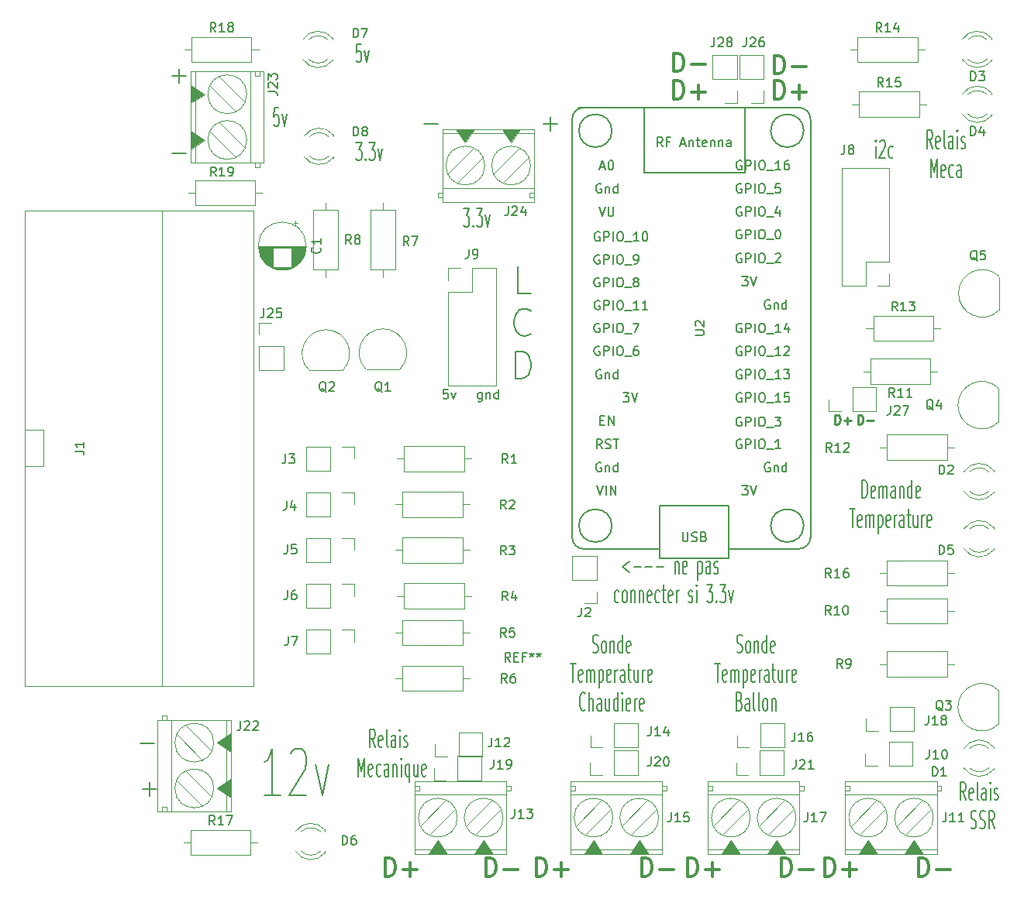
<source format=gto>
G04 #@! TF.GenerationSoftware,KiCad,Pcbnew,(5.1.2)-2*
G04 #@! TF.CreationDate,2019-11-30T13:38:49+01:00*
G04 #@! TF.ProjectId,poisson2,706f6973-736f-46e3-922e-6b696361645f,rev?*
G04 #@! TF.SameCoordinates,Original*
G04 #@! TF.FileFunction,Legend,Top*
G04 #@! TF.FilePolarity,Positive*
%FSLAX46Y46*%
G04 Gerber Fmt 4.6, Leading zero omitted, Abs format (unit mm)*
G04 Created by KiCad (PCBNEW (5.1.2)-2) date 2019-11-30 13:38:49*
%MOMM*%
%LPD*%
G04 APERTURE LIST*
%ADD10C,0.250000*%
%ADD11C,0.300000*%
%ADD12C,0.150000*%
%ADD13C,0.120000*%
%ADD14C,0.100000*%
G04 APERTURE END LIST*
D10*
X126369047Y-101952380D02*
X126369047Y-100952380D01*
X126607142Y-100952380D01*
X126750000Y-101000000D01*
X126845238Y-101095238D01*
X126892857Y-101190476D01*
X126940476Y-101380952D01*
X126940476Y-101523809D01*
X126892857Y-101714285D01*
X126845238Y-101809523D01*
X126750000Y-101904761D01*
X126607142Y-101952380D01*
X126369047Y-101952380D01*
X127369047Y-101571428D02*
X128130952Y-101571428D01*
X127750000Y-101952380D02*
X127750000Y-101190476D01*
X128869047Y-101952380D02*
X128869047Y-100952380D01*
X129107142Y-100952380D01*
X129250000Y-101000000D01*
X129345238Y-101095238D01*
X129392857Y-101190476D01*
X129440476Y-101380952D01*
X129440476Y-101523809D01*
X129392857Y-101714285D01*
X129345238Y-101809523D01*
X129250000Y-101904761D01*
X129107142Y-101952380D01*
X128869047Y-101952380D01*
X129869047Y-101571428D02*
X130630952Y-101571428D01*
D11*
X108738095Y-63404761D02*
X108738095Y-61404761D01*
X109214285Y-61404761D01*
X109500000Y-61500000D01*
X109690476Y-61690476D01*
X109785714Y-61880952D01*
X109880952Y-62261904D01*
X109880952Y-62547619D01*
X109785714Y-62928571D01*
X109690476Y-63119047D01*
X109500000Y-63309523D01*
X109214285Y-63404761D01*
X108738095Y-63404761D01*
X110738095Y-62642857D02*
X112261904Y-62642857D01*
X119738095Y-63654761D02*
X119738095Y-61654761D01*
X120214285Y-61654761D01*
X120500000Y-61750000D01*
X120690476Y-61940476D01*
X120785714Y-62130952D01*
X120880952Y-62511904D01*
X120880952Y-62797619D01*
X120785714Y-63178571D01*
X120690476Y-63369047D01*
X120500000Y-63559523D01*
X120214285Y-63654761D01*
X119738095Y-63654761D01*
X121738095Y-62892857D02*
X123261904Y-62892857D01*
X119738095Y-66404761D02*
X119738095Y-64404761D01*
X120214285Y-64404761D01*
X120500000Y-64500000D01*
X120690476Y-64690476D01*
X120785714Y-64880952D01*
X120880952Y-65261904D01*
X120880952Y-65547619D01*
X120785714Y-65928571D01*
X120690476Y-66119047D01*
X120500000Y-66309523D01*
X120214285Y-66404761D01*
X119738095Y-66404761D01*
X121738095Y-65642857D02*
X123261904Y-65642857D01*
X122500000Y-66404761D02*
X122500000Y-64880952D01*
X108738095Y-66404761D02*
X108738095Y-64404761D01*
X109214285Y-64404761D01*
X109500000Y-64500000D01*
X109690476Y-64690476D01*
X109785714Y-64880952D01*
X109880952Y-65261904D01*
X109880952Y-65547619D01*
X109785714Y-65928571D01*
X109690476Y-66119047D01*
X109500000Y-66309523D01*
X109214285Y-66404761D01*
X108738095Y-66404761D01*
X110738095Y-65642857D02*
X112261904Y-65642857D01*
X111500000Y-66404761D02*
X111500000Y-64880952D01*
X135488095Y-151404761D02*
X135488095Y-149404761D01*
X135964285Y-149404761D01*
X136250000Y-149500000D01*
X136440476Y-149690476D01*
X136535714Y-149880952D01*
X136630952Y-150261904D01*
X136630952Y-150547619D01*
X136535714Y-150928571D01*
X136440476Y-151119047D01*
X136250000Y-151309523D01*
X135964285Y-151404761D01*
X135488095Y-151404761D01*
X137488095Y-150642857D02*
X139011904Y-150642857D01*
X105238095Y-151404761D02*
X105238095Y-149404761D01*
X105714285Y-149404761D01*
X106000000Y-149500000D01*
X106190476Y-149690476D01*
X106285714Y-149880952D01*
X106380952Y-150261904D01*
X106380952Y-150547619D01*
X106285714Y-150928571D01*
X106190476Y-151119047D01*
X106000000Y-151309523D01*
X105714285Y-151404761D01*
X105238095Y-151404761D01*
X107238095Y-150642857D02*
X108761904Y-150642857D01*
X120488095Y-151404761D02*
X120488095Y-149404761D01*
X120964285Y-149404761D01*
X121250000Y-149500000D01*
X121440476Y-149690476D01*
X121535714Y-149880952D01*
X121630952Y-150261904D01*
X121630952Y-150547619D01*
X121535714Y-150928571D01*
X121440476Y-151119047D01*
X121250000Y-151309523D01*
X120964285Y-151404761D01*
X120488095Y-151404761D01*
X122488095Y-150642857D02*
X124011904Y-150642857D01*
X88238095Y-151404761D02*
X88238095Y-149404761D01*
X88714285Y-149404761D01*
X89000000Y-149500000D01*
X89190476Y-149690476D01*
X89285714Y-149880952D01*
X89380952Y-150261904D01*
X89380952Y-150547619D01*
X89285714Y-150928571D01*
X89190476Y-151119047D01*
X89000000Y-151309523D01*
X88714285Y-151404761D01*
X88238095Y-151404761D01*
X90238095Y-150642857D02*
X91761904Y-150642857D01*
X125238095Y-151404761D02*
X125238095Y-149404761D01*
X125714285Y-149404761D01*
X126000000Y-149500000D01*
X126190476Y-149690476D01*
X126285714Y-149880952D01*
X126380952Y-150261904D01*
X126380952Y-150547619D01*
X126285714Y-150928571D01*
X126190476Y-151119047D01*
X126000000Y-151309523D01*
X125714285Y-151404761D01*
X125238095Y-151404761D01*
X127238095Y-150642857D02*
X128761904Y-150642857D01*
X128000000Y-151404761D02*
X128000000Y-149880952D01*
X110238095Y-151404761D02*
X110238095Y-149404761D01*
X110714285Y-149404761D01*
X111000000Y-149500000D01*
X111190476Y-149690476D01*
X111285714Y-149880952D01*
X111380952Y-150261904D01*
X111380952Y-150547619D01*
X111285714Y-150928571D01*
X111190476Y-151119047D01*
X111000000Y-151309523D01*
X110714285Y-151404761D01*
X110238095Y-151404761D01*
X112238095Y-150642857D02*
X113761904Y-150642857D01*
X113000000Y-151404761D02*
X113000000Y-149880952D01*
X93738095Y-151404761D02*
X93738095Y-149404761D01*
X94214285Y-149404761D01*
X94500000Y-149500000D01*
X94690476Y-149690476D01*
X94785714Y-149880952D01*
X94880952Y-150261904D01*
X94880952Y-150547619D01*
X94785714Y-150928571D01*
X94690476Y-151119047D01*
X94500000Y-151309523D01*
X94214285Y-151404761D01*
X93738095Y-151404761D01*
X95738095Y-150642857D02*
X97261904Y-150642857D01*
X96500000Y-151404761D02*
X96500000Y-149880952D01*
X77238095Y-151404761D02*
X77238095Y-149404761D01*
X77714285Y-149404761D01*
X78000000Y-149500000D01*
X78190476Y-149690476D01*
X78285714Y-149880952D01*
X78380952Y-150261904D01*
X78380952Y-150547619D01*
X78285714Y-150928571D01*
X78190476Y-151119047D01*
X78000000Y-151309523D01*
X77714285Y-151404761D01*
X77238095Y-151404761D01*
X79238095Y-150642857D02*
X80761904Y-150642857D01*
X80000000Y-151404761D02*
X80000000Y-149880952D01*
D12*
X50488095Y-136892857D02*
X52011904Y-136892857D01*
X81488095Y-69142857D02*
X83011904Y-69142857D01*
X53988095Y-72392857D02*
X55511904Y-72392857D01*
X50738095Y-141892857D02*
X52261904Y-141892857D01*
X51500000Y-142654761D02*
X51500000Y-141130952D01*
X53988095Y-63892857D02*
X55511904Y-63892857D01*
X54750000Y-64654761D02*
X54750000Y-63130952D01*
X94488095Y-69142857D02*
X96011904Y-69142857D01*
X95250000Y-69904761D02*
X95250000Y-68380952D01*
X130845238Y-72904761D02*
X130845238Y-71571428D01*
X130845238Y-70904761D02*
X130797619Y-71000000D01*
X130845238Y-71095238D01*
X130892857Y-71000000D01*
X130845238Y-70904761D01*
X130845238Y-71095238D01*
X131273809Y-71095238D02*
X131321428Y-71000000D01*
X131416666Y-70904761D01*
X131654761Y-70904761D01*
X131750000Y-71000000D01*
X131797619Y-71095238D01*
X131845238Y-71285714D01*
X131845238Y-71476190D01*
X131797619Y-71761904D01*
X131226190Y-72904761D01*
X131845238Y-72904761D01*
X132702380Y-72809523D02*
X132607142Y-72904761D01*
X132416666Y-72904761D01*
X132321428Y-72809523D01*
X132273809Y-72714285D01*
X132226190Y-72523809D01*
X132226190Y-71952380D01*
X132273809Y-71761904D01*
X132321428Y-71666666D01*
X132416666Y-71571428D01*
X132607142Y-71571428D01*
X132702380Y-71666666D01*
X93178571Y-87707142D02*
X91750000Y-87707142D01*
X91750000Y-84707142D01*
X93178571Y-92071428D02*
X93035714Y-92214285D01*
X92607142Y-92357142D01*
X92321428Y-92357142D01*
X91892857Y-92214285D01*
X91607142Y-91928571D01*
X91464285Y-91642857D01*
X91321428Y-91071428D01*
X91321428Y-90642857D01*
X91464285Y-90071428D01*
X91607142Y-89785714D01*
X91892857Y-89500000D01*
X92321428Y-89357142D01*
X92607142Y-89357142D01*
X93035714Y-89500000D01*
X93178571Y-89642857D01*
X91464285Y-97007142D02*
X91464285Y-94007142D01*
X92178571Y-94007142D01*
X92607142Y-94150000D01*
X92892857Y-94435714D01*
X93035714Y-94721428D01*
X93178571Y-95292857D01*
X93178571Y-95721428D01*
X93035714Y-96292857D01*
X92892857Y-96578571D01*
X92607142Y-96864285D01*
X92178571Y-97007142D01*
X91464285Y-97007142D01*
X87809523Y-98535714D02*
X87809523Y-99345238D01*
X87761904Y-99440476D01*
X87714285Y-99488095D01*
X87619047Y-99535714D01*
X87476190Y-99535714D01*
X87380952Y-99488095D01*
X87809523Y-99154761D02*
X87714285Y-99202380D01*
X87523809Y-99202380D01*
X87428571Y-99154761D01*
X87380952Y-99107142D01*
X87333333Y-99011904D01*
X87333333Y-98726190D01*
X87380952Y-98630952D01*
X87428571Y-98583333D01*
X87523809Y-98535714D01*
X87714285Y-98535714D01*
X87809523Y-98583333D01*
X88285714Y-98535714D02*
X88285714Y-99202380D01*
X88285714Y-98630952D02*
X88333333Y-98583333D01*
X88428571Y-98535714D01*
X88571428Y-98535714D01*
X88666666Y-98583333D01*
X88714285Y-98678571D01*
X88714285Y-99202380D01*
X89619047Y-99202380D02*
X89619047Y-98202380D01*
X89619047Y-99154761D02*
X89523809Y-99202380D01*
X89333333Y-99202380D01*
X89238095Y-99154761D01*
X89190476Y-99107142D01*
X89142857Y-99011904D01*
X89142857Y-98726190D01*
X89190476Y-98630952D01*
X89238095Y-98583333D01*
X89333333Y-98535714D01*
X89523809Y-98535714D01*
X89619047Y-98583333D01*
X84107142Y-98202380D02*
X83630952Y-98202380D01*
X83583333Y-98678571D01*
X83630952Y-98630952D01*
X83726190Y-98583333D01*
X83964285Y-98583333D01*
X84059523Y-98630952D01*
X84107142Y-98678571D01*
X84154761Y-98773809D01*
X84154761Y-99011904D01*
X84107142Y-99107142D01*
X84059523Y-99154761D01*
X83964285Y-99202380D01*
X83726190Y-99202380D01*
X83630952Y-99154761D01*
X83583333Y-99107142D01*
X84488095Y-98535714D02*
X84726190Y-99202380D01*
X84964285Y-98535714D01*
X103940476Y-116996428D02*
X103178571Y-117567857D01*
X103940476Y-118139285D01*
X104416666Y-117567857D02*
X105178571Y-117567857D01*
X105654761Y-117567857D02*
X106416666Y-117567857D01*
X106892857Y-117567857D02*
X107654761Y-117567857D01*
X108892857Y-116996428D02*
X108892857Y-118329761D01*
X108892857Y-117186904D02*
X108940476Y-117091666D01*
X109035714Y-116996428D01*
X109178571Y-116996428D01*
X109273809Y-117091666D01*
X109321428Y-117282142D01*
X109321428Y-118329761D01*
X110178571Y-118234523D02*
X110083333Y-118329761D01*
X109892857Y-118329761D01*
X109797619Y-118234523D01*
X109750000Y-118044047D01*
X109750000Y-117282142D01*
X109797619Y-117091666D01*
X109892857Y-116996428D01*
X110083333Y-116996428D01*
X110178571Y-117091666D01*
X110226190Y-117282142D01*
X110226190Y-117472619D01*
X109750000Y-117663095D01*
X111416666Y-116996428D02*
X111416666Y-118996428D01*
X111416666Y-117091666D02*
X111511904Y-116996428D01*
X111702380Y-116996428D01*
X111797619Y-117091666D01*
X111845238Y-117186904D01*
X111892857Y-117377380D01*
X111892857Y-117948809D01*
X111845238Y-118139285D01*
X111797619Y-118234523D01*
X111702380Y-118329761D01*
X111511904Y-118329761D01*
X111416666Y-118234523D01*
X112750000Y-118329761D02*
X112750000Y-117282142D01*
X112702380Y-117091666D01*
X112607142Y-116996428D01*
X112416666Y-116996428D01*
X112321428Y-117091666D01*
X112750000Y-118234523D02*
X112654761Y-118329761D01*
X112416666Y-118329761D01*
X112321428Y-118234523D01*
X112273809Y-118044047D01*
X112273809Y-117853571D01*
X112321428Y-117663095D01*
X112416666Y-117567857D01*
X112654761Y-117567857D01*
X112750000Y-117472619D01*
X113178571Y-118234523D02*
X113273809Y-118329761D01*
X113464285Y-118329761D01*
X113559523Y-118234523D01*
X113607142Y-118044047D01*
X113607142Y-117948809D01*
X113559523Y-117758333D01*
X113464285Y-117663095D01*
X113321428Y-117663095D01*
X113226190Y-117567857D01*
X113178571Y-117377380D01*
X113178571Y-117282142D01*
X113226190Y-117091666D01*
X113321428Y-116996428D01*
X113464285Y-116996428D01*
X113559523Y-117091666D01*
X102773809Y-121384523D02*
X102678571Y-121479761D01*
X102488095Y-121479761D01*
X102392857Y-121384523D01*
X102345238Y-121289285D01*
X102297619Y-121098809D01*
X102297619Y-120527380D01*
X102345238Y-120336904D01*
X102392857Y-120241666D01*
X102488095Y-120146428D01*
X102678571Y-120146428D01*
X102773809Y-120241666D01*
X103345238Y-121479761D02*
X103250000Y-121384523D01*
X103202380Y-121289285D01*
X103154761Y-121098809D01*
X103154761Y-120527380D01*
X103202380Y-120336904D01*
X103250000Y-120241666D01*
X103345238Y-120146428D01*
X103488095Y-120146428D01*
X103583333Y-120241666D01*
X103630952Y-120336904D01*
X103678571Y-120527380D01*
X103678571Y-121098809D01*
X103630952Y-121289285D01*
X103583333Y-121384523D01*
X103488095Y-121479761D01*
X103345238Y-121479761D01*
X104107142Y-120146428D02*
X104107142Y-121479761D01*
X104107142Y-120336904D02*
X104154761Y-120241666D01*
X104250000Y-120146428D01*
X104392857Y-120146428D01*
X104488095Y-120241666D01*
X104535714Y-120432142D01*
X104535714Y-121479761D01*
X105011904Y-120146428D02*
X105011904Y-121479761D01*
X105011904Y-120336904D02*
X105059523Y-120241666D01*
X105154761Y-120146428D01*
X105297619Y-120146428D01*
X105392857Y-120241666D01*
X105440476Y-120432142D01*
X105440476Y-121479761D01*
X106297619Y-121384523D02*
X106202380Y-121479761D01*
X106011904Y-121479761D01*
X105916666Y-121384523D01*
X105869047Y-121194047D01*
X105869047Y-120432142D01*
X105916666Y-120241666D01*
X106011904Y-120146428D01*
X106202380Y-120146428D01*
X106297619Y-120241666D01*
X106345238Y-120432142D01*
X106345238Y-120622619D01*
X105869047Y-120813095D01*
X107202380Y-121384523D02*
X107107142Y-121479761D01*
X106916666Y-121479761D01*
X106821428Y-121384523D01*
X106773809Y-121289285D01*
X106726190Y-121098809D01*
X106726190Y-120527380D01*
X106773809Y-120336904D01*
X106821428Y-120241666D01*
X106916666Y-120146428D01*
X107107142Y-120146428D01*
X107202380Y-120241666D01*
X107488095Y-120146428D02*
X107869047Y-120146428D01*
X107630952Y-119479761D02*
X107630952Y-121194047D01*
X107678571Y-121384523D01*
X107773809Y-121479761D01*
X107869047Y-121479761D01*
X108583333Y-121384523D02*
X108488095Y-121479761D01*
X108297619Y-121479761D01*
X108202380Y-121384523D01*
X108154761Y-121194047D01*
X108154761Y-120432142D01*
X108202380Y-120241666D01*
X108297619Y-120146428D01*
X108488095Y-120146428D01*
X108583333Y-120241666D01*
X108630952Y-120432142D01*
X108630952Y-120622619D01*
X108154761Y-120813095D01*
X109059523Y-121479761D02*
X109059523Y-120146428D01*
X109059523Y-120527380D02*
X109107142Y-120336904D01*
X109154761Y-120241666D01*
X109250000Y-120146428D01*
X109345238Y-120146428D01*
X110392857Y-121384523D02*
X110488095Y-121479761D01*
X110678571Y-121479761D01*
X110773809Y-121384523D01*
X110821428Y-121194047D01*
X110821428Y-121098809D01*
X110773809Y-120908333D01*
X110678571Y-120813095D01*
X110535714Y-120813095D01*
X110440476Y-120717857D01*
X110392857Y-120527380D01*
X110392857Y-120432142D01*
X110440476Y-120241666D01*
X110535714Y-120146428D01*
X110678571Y-120146428D01*
X110773809Y-120241666D01*
X111250000Y-121479761D02*
X111250000Y-120146428D01*
X111250000Y-119479761D02*
X111202380Y-119575000D01*
X111250000Y-119670238D01*
X111297619Y-119575000D01*
X111250000Y-119479761D01*
X111250000Y-119670238D01*
X112392857Y-119479761D02*
X113011904Y-119479761D01*
X112678571Y-120241666D01*
X112821428Y-120241666D01*
X112916666Y-120336904D01*
X112964285Y-120432142D01*
X113011904Y-120622619D01*
X113011904Y-121098809D01*
X112964285Y-121289285D01*
X112916666Y-121384523D01*
X112821428Y-121479761D01*
X112535714Y-121479761D01*
X112440476Y-121384523D01*
X112392857Y-121289285D01*
X113440476Y-121289285D02*
X113488095Y-121384523D01*
X113440476Y-121479761D01*
X113392857Y-121384523D01*
X113440476Y-121289285D01*
X113440476Y-121479761D01*
X113821428Y-119479761D02*
X114440476Y-119479761D01*
X114107142Y-120241666D01*
X114249999Y-120241666D01*
X114345238Y-120336904D01*
X114392857Y-120432142D01*
X114440476Y-120622619D01*
X114440476Y-121098809D01*
X114392857Y-121289285D01*
X114345238Y-121384523D01*
X114249999Y-121479761D01*
X113964285Y-121479761D01*
X113869047Y-121384523D01*
X113821428Y-121289285D01*
X114773809Y-120146428D02*
X115011904Y-121479761D01*
X115249999Y-120146428D01*
X115678571Y-126909523D02*
X115821428Y-127004761D01*
X116059523Y-127004761D01*
X116154761Y-126909523D01*
X116202380Y-126814285D01*
X116250000Y-126623809D01*
X116250000Y-126433333D01*
X116202380Y-126242857D01*
X116154761Y-126147619D01*
X116059523Y-126052380D01*
X115869047Y-125957142D01*
X115773809Y-125861904D01*
X115726190Y-125766666D01*
X115678571Y-125576190D01*
X115678571Y-125385714D01*
X115726190Y-125195238D01*
X115773809Y-125100000D01*
X115869047Y-125004761D01*
X116107142Y-125004761D01*
X116250000Y-125100000D01*
X116821428Y-127004761D02*
X116726190Y-126909523D01*
X116678571Y-126814285D01*
X116630952Y-126623809D01*
X116630952Y-126052380D01*
X116678571Y-125861904D01*
X116726190Y-125766666D01*
X116821428Y-125671428D01*
X116964285Y-125671428D01*
X117059523Y-125766666D01*
X117107142Y-125861904D01*
X117154761Y-126052380D01*
X117154761Y-126623809D01*
X117107142Y-126814285D01*
X117059523Y-126909523D01*
X116964285Y-127004761D01*
X116821428Y-127004761D01*
X117583333Y-125671428D02*
X117583333Y-127004761D01*
X117583333Y-125861904D02*
X117630952Y-125766666D01*
X117726190Y-125671428D01*
X117869047Y-125671428D01*
X117964285Y-125766666D01*
X118011904Y-125957142D01*
X118011904Y-127004761D01*
X118916666Y-127004761D02*
X118916666Y-125004761D01*
X118916666Y-126909523D02*
X118821428Y-127004761D01*
X118630952Y-127004761D01*
X118535714Y-126909523D01*
X118488095Y-126814285D01*
X118440476Y-126623809D01*
X118440476Y-126052380D01*
X118488095Y-125861904D01*
X118535714Y-125766666D01*
X118630952Y-125671428D01*
X118821428Y-125671428D01*
X118916666Y-125766666D01*
X119773809Y-126909523D02*
X119678571Y-127004761D01*
X119488095Y-127004761D01*
X119392857Y-126909523D01*
X119345238Y-126719047D01*
X119345238Y-125957142D01*
X119392857Y-125766666D01*
X119488095Y-125671428D01*
X119678571Y-125671428D01*
X119773809Y-125766666D01*
X119821428Y-125957142D01*
X119821428Y-126147619D01*
X119345238Y-126338095D01*
X113250000Y-128154761D02*
X113821428Y-128154761D01*
X113535714Y-130154761D02*
X113535714Y-128154761D01*
X114535714Y-130059523D02*
X114440476Y-130154761D01*
X114250000Y-130154761D01*
X114154761Y-130059523D01*
X114107142Y-129869047D01*
X114107142Y-129107142D01*
X114154761Y-128916666D01*
X114250000Y-128821428D01*
X114440476Y-128821428D01*
X114535714Y-128916666D01*
X114583333Y-129107142D01*
X114583333Y-129297619D01*
X114107142Y-129488095D01*
X115011904Y-130154761D02*
X115011904Y-128821428D01*
X115011904Y-129011904D02*
X115059523Y-128916666D01*
X115154761Y-128821428D01*
X115297619Y-128821428D01*
X115392857Y-128916666D01*
X115440476Y-129107142D01*
X115440476Y-130154761D01*
X115440476Y-129107142D02*
X115488095Y-128916666D01*
X115583333Y-128821428D01*
X115726190Y-128821428D01*
X115821428Y-128916666D01*
X115869047Y-129107142D01*
X115869047Y-130154761D01*
X116345238Y-128821428D02*
X116345238Y-130821428D01*
X116345238Y-128916666D02*
X116440476Y-128821428D01*
X116630952Y-128821428D01*
X116726190Y-128916666D01*
X116773809Y-129011904D01*
X116821428Y-129202380D01*
X116821428Y-129773809D01*
X116773809Y-129964285D01*
X116726190Y-130059523D01*
X116630952Y-130154761D01*
X116440476Y-130154761D01*
X116345238Y-130059523D01*
X117630952Y-130059523D02*
X117535714Y-130154761D01*
X117345238Y-130154761D01*
X117250000Y-130059523D01*
X117202380Y-129869047D01*
X117202380Y-129107142D01*
X117250000Y-128916666D01*
X117345238Y-128821428D01*
X117535714Y-128821428D01*
X117630952Y-128916666D01*
X117678571Y-129107142D01*
X117678571Y-129297619D01*
X117202380Y-129488095D01*
X118107142Y-130154761D02*
X118107142Y-128821428D01*
X118107142Y-129202380D02*
X118154761Y-129011904D01*
X118202380Y-128916666D01*
X118297619Y-128821428D01*
X118392857Y-128821428D01*
X119154761Y-130154761D02*
X119154761Y-129107142D01*
X119107142Y-128916666D01*
X119011904Y-128821428D01*
X118821428Y-128821428D01*
X118726190Y-128916666D01*
X119154761Y-130059523D02*
X119059523Y-130154761D01*
X118821428Y-130154761D01*
X118726190Y-130059523D01*
X118678571Y-129869047D01*
X118678571Y-129678571D01*
X118726190Y-129488095D01*
X118821428Y-129392857D01*
X119059523Y-129392857D01*
X119154761Y-129297619D01*
X119488095Y-128821428D02*
X119869047Y-128821428D01*
X119630952Y-128154761D02*
X119630952Y-129869047D01*
X119678571Y-130059523D01*
X119773809Y-130154761D01*
X119869047Y-130154761D01*
X120630952Y-128821428D02*
X120630952Y-130154761D01*
X120202380Y-128821428D02*
X120202380Y-129869047D01*
X120250000Y-130059523D01*
X120345238Y-130154761D01*
X120488095Y-130154761D01*
X120583333Y-130059523D01*
X120630952Y-129964285D01*
X121107142Y-130154761D02*
X121107142Y-128821428D01*
X121107142Y-129202380D02*
X121154761Y-129011904D01*
X121202380Y-128916666D01*
X121297619Y-128821428D01*
X121392857Y-128821428D01*
X122107142Y-130059523D02*
X122011904Y-130154761D01*
X121821428Y-130154761D01*
X121726190Y-130059523D01*
X121678571Y-129869047D01*
X121678571Y-129107142D01*
X121726190Y-128916666D01*
X121821428Y-128821428D01*
X122011904Y-128821428D01*
X122107142Y-128916666D01*
X122154761Y-129107142D01*
X122154761Y-129297619D01*
X121678571Y-129488095D01*
X115940476Y-132257142D02*
X116083333Y-132352380D01*
X116130952Y-132447619D01*
X116178571Y-132638095D01*
X116178571Y-132923809D01*
X116130952Y-133114285D01*
X116083333Y-133209523D01*
X115988095Y-133304761D01*
X115607142Y-133304761D01*
X115607142Y-131304761D01*
X115940476Y-131304761D01*
X116035714Y-131400000D01*
X116083333Y-131495238D01*
X116130952Y-131685714D01*
X116130952Y-131876190D01*
X116083333Y-132066666D01*
X116035714Y-132161904D01*
X115940476Y-132257142D01*
X115607142Y-132257142D01*
X117035714Y-133304761D02*
X117035714Y-132257142D01*
X116988095Y-132066666D01*
X116892857Y-131971428D01*
X116702380Y-131971428D01*
X116607142Y-132066666D01*
X117035714Y-133209523D02*
X116940476Y-133304761D01*
X116702380Y-133304761D01*
X116607142Y-133209523D01*
X116559523Y-133019047D01*
X116559523Y-132828571D01*
X116607142Y-132638095D01*
X116702380Y-132542857D01*
X116940476Y-132542857D01*
X117035714Y-132447619D01*
X117654761Y-133304761D02*
X117559523Y-133209523D01*
X117511904Y-133019047D01*
X117511904Y-131304761D01*
X118178571Y-133304761D02*
X118083333Y-133209523D01*
X118035714Y-133019047D01*
X118035714Y-131304761D01*
X118702380Y-133304761D02*
X118607142Y-133209523D01*
X118559523Y-133114285D01*
X118511904Y-132923809D01*
X118511904Y-132352380D01*
X118559523Y-132161904D01*
X118607142Y-132066666D01*
X118702380Y-131971428D01*
X118845238Y-131971428D01*
X118940476Y-132066666D01*
X118988095Y-132161904D01*
X119035714Y-132352380D01*
X119035714Y-132923809D01*
X118988095Y-133114285D01*
X118940476Y-133209523D01*
X118845238Y-133304761D01*
X118702380Y-133304761D01*
X119464285Y-131971428D02*
X119464285Y-133304761D01*
X119464285Y-132161904D02*
X119511904Y-132066666D01*
X119607142Y-131971428D01*
X119749999Y-131971428D01*
X119845238Y-132066666D01*
X119892857Y-132257142D01*
X119892857Y-133304761D01*
X99928571Y-126909523D02*
X100071428Y-127004761D01*
X100309523Y-127004761D01*
X100404761Y-126909523D01*
X100452380Y-126814285D01*
X100500000Y-126623809D01*
X100500000Y-126433333D01*
X100452380Y-126242857D01*
X100404761Y-126147619D01*
X100309523Y-126052380D01*
X100119047Y-125957142D01*
X100023809Y-125861904D01*
X99976190Y-125766666D01*
X99928571Y-125576190D01*
X99928571Y-125385714D01*
X99976190Y-125195238D01*
X100023809Y-125100000D01*
X100119047Y-125004761D01*
X100357142Y-125004761D01*
X100500000Y-125100000D01*
X101071428Y-127004761D02*
X100976190Y-126909523D01*
X100928571Y-126814285D01*
X100880952Y-126623809D01*
X100880952Y-126052380D01*
X100928571Y-125861904D01*
X100976190Y-125766666D01*
X101071428Y-125671428D01*
X101214285Y-125671428D01*
X101309523Y-125766666D01*
X101357142Y-125861904D01*
X101404761Y-126052380D01*
X101404761Y-126623809D01*
X101357142Y-126814285D01*
X101309523Y-126909523D01*
X101214285Y-127004761D01*
X101071428Y-127004761D01*
X101833333Y-125671428D02*
X101833333Y-127004761D01*
X101833333Y-125861904D02*
X101880952Y-125766666D01*
X101976190Y-125671428D01*
X102119047Y-125671428D01*
X102214285Y-125766666D01*
X102261904Y-125957142D01*
X102261904Y-127004761D01*
X103166666Y-127004761D02*
X103166666Y-125004761D01*
X103166666Y-126909523D02*
X103071428Y-127004761D01*
X102880952Y-127004761D01*
X102785714Y-126909523D01*
X102738095Y-126814285D01*
X102690476Y-126623809D01*
X102690476Y-126052380D01*
X102738095Y-125861904D01*
X102785714Y-125766666D01*
X102880952Y-125671428D01*
X103071428Y-125671428D01*
X103166666Y-125766666D01*
X104023809Y-126909523D02*
X103928571Y-127004761D01*
X103738095Y-127004761D01*
X103642857Y-126909523D01*
X103595238Y-126719047D01*
X103595238Y-125957142D01*
X103642857Y-125766666D01*
X103738095Y-125671428D01*
X103928571Y-125671428D01*
X104023809Y-125766666D01*
X104071428Y-125957142D01*
X104071428Y-126147619D01*
X103595238Y-126338095D01*
X97500000Y-128154761D02*
X98071428Y-128154761D01*
X97785714Y-130154761D02*
X97785714Y-128154761D01*
X98785714Y-130059523D02*
X98690476Y-130154761D01*
X98500000Y-130154761D01*
X98404761Y-130059523D01*
X98357142Y-129869047D01*
X98357142Y-129107142D01*
X98404761Y-128916666D01*
X98500000Y-128821428D01*
X98690476Y-128821428D01*
X98785714Y-128916666D01*
X98833333Y-129107142D01*
X98833333Y-129297619D01*
X98357142Y-129488095D01*
X99261904Y-130154761D02*
X99261904Y-128821428D01*
X99261904Y-129011904D02*
X99309523Y-128916666D01*
X99404761Y-128821428D01*
X99547619Y-128821428D01*
X99642857Y-128916666D01*
X99690476Y-129107142D01*
X99690476Y-130154761D01*
X99690476Y-129107142D02*
X99738095Y-128916666D01*
X99833333Y-128821428D01*
X99976190Y-128821428D01*
X100071428Y-128916666D01*
X100119047Y-129107142D01*
X100119047Y-130154761D01*
X100595238Y-128821428D02*
X100595238Y-130821428D01*
X100595238Y-128916666D02*
X100690476Y-128821428D01*
X100880952Y-128821428D01*
X100976190Y-128916666D01*
X101023809Y-129011904D01*
X101071428Y-129202380D01*
X101071428Y-129773809D01*
X101023809Y-129964285D01*
X100976190Y-130059523D01*
X100880952Y-130154761D01*
X100690476Y-130154761D01*
X100595238Y-130059523D01*
X101880952Y-130059523D02*
X101785714Y-130154761D01*
X101595238Y-130154761D01*
X101500000Y-130059523D01*
X101452380Y-129869047D01*
X101452380Y-129107142D01*
X101500000Y-128916666D01*
X101595238Y-128821428D01*
X101785714Y-128821428D01*
X101880952Y-128916666D01*
X101928571Y-129107142D01*
X101928571Y-129297619D01*
X101452380Y-129488095D01*
X102357142Y-130154761D02*
X102357142Y-128821428D01*
X102357142Y-129202380D02*
X102404761Y-129011904D01*
X102452380Y-128916666D01*
X102547619Y-128821428D01*
X102642857Y-128821428D01*
X103404761Y-130154761D02*
X103404761Y-129107142D01*
X103357142Y-128916666D01*
X103261904Y-128821428D01*
X103071428Y-128821428D01*
X102976190Y-128916666D01*
X103404761Y-130059523D02*
X103309523Y-130154761D01*
X103071428Y-130154761D01*
X102976190Y-130059523D01*
X102928571Y-129869047D01*
X102928571Y-129678571D01*
X102976190Y-129488095D01*
X103071428Y-129392857D01*
X103309523Y-129392857D01*
X103404761Y-129297619D01*
X103738095Y-128821428D02*
X104119047Y-128821428D01*
X103880952Y-128154761D02*
X103880952Y-129869047D01*
X103928571Y-130059523D01*
X104023809Y-130154761D01*
X104119047Y-130154761D01*
X104880952Y-128821428D02*
X104880952Y-130154761D01*
X104452380Y-128821428D02*
X104452380Y-129869047D01*
X104500000Y-130059523D01*
X104595238Y-130154761D01*
X104738095Y-130154761D01*
X104833333Y-130059523D01*
X104880952Y-129964285D01*
X105357142Y-130154761D02*
X105357142Y-128821428D01*
X105357142Y-129202380D02*
X105404761Y-129011904D01*
X105452380Y-128916666D01*
X105547619Y-128821428D01*
X105642857Y-128821428D01*
X106357142Y-130059523D02*
X106261904Y-130154761D01*
X106071428Y-130154761D01*
X105976190Y-130059523D01*
X105928571Y-129869047D01*
X105928571Y-129107142D01*
X105976190Y-128916666D01*
X106071428Y-128821428D01*
X106261904Y-128821428D01*
X106357142Y-128916666D01*
X106404761Y-129107142D01*
X106404761Y-129297619D01*
X105928571Y-129488095D01*
X99095238Y-133114285D02*
X99047619Y-133209523D01*
X98904761Y-133304761D01*
X98809523Y-133304761D01*
X98666666Y-133209523D01*
X98571428Y-133019047D01*
X98523809Y-132828571D01*
X98476190Y-132447619D01*
X98476190Y-132161904D01*
X98523809Y-131780952D01*
X98571428Y-131590476D01*
X98666666Y-131400000D01*
X98809523Y-131304761D01*
X98904761Y-131304761D01*
X99047619Y-131400000D01*
X99095238Y-131495238D01*
X99523809Y-133304761D02*
X99523809Y-131304761D01*
X99952380Y-133304761D02*
X99952380Y-132257142D01*
X99904761Y-132066666D01*
X99809523Y-131971428D01*
X99666666Y-131971428D01*
X99571428Y-132066666D01*
X99523809Y-132161904D01*
X100857142Y-133304761D02*
X100857142Y-132257142D01*
X100809523Y-132066666D01*
X100714285Y-131971428D01*
X100523809Y-131971428D01*
X100428571Y-132066666D01*
X100857142Y-133209523D02*
X100761904Y-133304761D01*
X100523809Y-133304761D01*
X100428571Y-133209523D01*
X100380952Y-133019047D01*
X100380952Y-132828571D01*
X100428571Y-132638095D01*
X100523809Y-132542857D01*
X100761904Y-132542857D01*
X100857142Y-132447619D01*
X101761904Y-131971428D02*
X101761904Y-133304761D01*
X101333333Y-131971428D02*
X101333333Y-133019047D01*
X101380952Y-133209523D01*
X101476190Y-133304761D01*
X101619047Y-133304761D01*
X101714285Y-133209523D01*
X101761904Y-133114285D01*
X102666666Y-133304761D02*
X102666666Y-131304761D01*
X102666666Y-133209523D02*
X102571428Y-133304761D01*
X102380952Y-133304761D01*
X102285714Y-133209523D01*
X102238095Y-133114285D01*
X102190476Y-132923809D01*
X102190476Y-132352380D01*
X102238095Y-132161904D01*
X102285714Y-132066666D01*
X102380952Y-131971428D01*
X102571428Y-131971428D01*
X102666666Y-132066666D01*
X103142857Y-133304761D02*
X103142857Y-131971428D01*
X103142857Y-131304761D02*
X103095238Y-131400000D01*
X103142857Y-131495238D01*
X103190476Y-131400000D01*
X103142857Y-131304761D01*
X103142857Y-131495238D01*
X104000000Y-133209523D02*
X103904761Y-133304761D01*
X103714285Y-133304761D01*
X103619047Y-133209523D01*
X103571428Y-133019047D01*
X103571428Y-132257142D01*
X103619047Y-132066666D01*
X103714285Y-131971428D01*
X103904761Y-131971428D01*
X104000000Y-132066666D01*
X104047619Y-132257142D01*
X104047619Y-132447619D01*
X103571428Y-132638095D01*
X104476190Y-133304761D02*
X104476190Y-131971428D01*
X104476190Y-132352380D02*
X104523809Y-132161904D01*
X104571428Y-132066666D01*
X104666666Y-131971428D01*
X104761904Y-131971428D01*
X105476190Y-133209523D02*
X105380952Y-133304761D01*
X105190476Y-133304761D01*
X105095238Y-133209523D01*
X105047619Y-133019047D01*
X105047619Y-132257142D01*
X105095238Y-132066666D01*
X105190476Y-131971428D01*
X105380952Y-131971428D01*
X105476190Y-132066666D01*
X105523809Y-132257142D01*
X105523809Y-132447619D01*
X105047619Y-132638095D01*
X76142857Y-137329761D02*
X75809523Y-136377380D01*
X75571428Y-137329761D02*
X75571428Y-135329761D01*
X75952380Y-135329761D01*
X76047619Y-135425000D01*
X76095238Y-135520238D01*
X76142857Y-135710714D01*
X76142857Y-135996428D01*
X76095238Y-136186904D01*
X76047619Y-136282142D01*
X75952380Y-136377380D01*
X75571428Y-136377380D01*
X76952380Y-137234523D02*
X76857142Y-137329761D01*
X76666666Y-137329761D01*
X76571428Y-137234523D01*
X76523809Y-137044047D01*
X76523809Y-136282142D01*
X76571428Y-136091666D01*
X76666666Y-135996428D01*
X76857142Y-135996428D01*
X76952380Y-136091666D01*
X77000000Y-136282142D01*
X77000000Y-136472619D01*
X76523809Y-136663095D01*
X77571428Y-137329761D02*
X77476190Y-137234523D01*
X77428571Y-137044047D01*
X77428571Y-135329761D01*
X78380952Y-137329761D02*
X78380952Y-136282142D01*
X78333333Y-136091666D01*
X78238095Y-135996428D01*
X78047619Y-135996428D01*
X77952380Y-136091666D01*
X78380952Y-137234523D02*
X78285714Y-137329761D01*
X78047619Y-137329761D01*
X77952380Y-137234523D01*
X77904761Y-137044047D01*
X77904761Y-136853571D01*
X77952380Y-136663095D01*
X78047619Y-136567857D01*
X78285714Y-136567857D01*
X78380952Y-136472619D01*
X78857142Y-137329761D02*
X78857142Y-135996428D01*
X78857142Y-135329761D02*
X78809523Y-135425000D01*
X78857142Y-135520238D01*
X78904761Y-135425000D01*
X78857142Y-135329761D01*
X78857142Y-135520238D01*
X79285714Y-137234523D02*
X79380952Y-137329761D01*
X79571428Y-137329761D01*
X79666666Y-137234523D01*
X79714285Y-137044047D01*
X79714285Y-136948809D01*
X79666666Y-136758333D01*
X79571428Y-136663095D01*
X79428571Y-136663095D01*
X79333333Y-136567857D01*
X79285714Y-136377380D01*
X79285714Y-136282142D01*
X79333333Y-136091666D01*
X79428571Y-135996428D01*
X79571428Y-135996428D01*
X79666666Y-136091666D01*
X74333333Y-140479761D02*
X74333333Y-138479761D01*
X74666666Y-139908333D01*
X75000000Y-138479761D01*
X75000000Y-140479761D01*
X75857142Y-140384523D02*
X75761904Y-140479761D01*
X75571428Y-140479761D01*
X75476190Y-140384523D01*
X75428571Y-140194047D01*
X75428571Y-139432142D01*
X75476190Y-139241666D01*
X75571428Y-139146428D01*
X75761904Y-139146428D01*
X75857142Y-139241666D01*
X75904761Y-139432142D01*
X75904761Y-139622619D01*
X75428571Y-139813095D01*
X76761904Y-140384523D02*
X76666666Y-140479761D01*
X76476190Y-140479761D01*
X76380952Y-140384523D01*
X76333333Y-140289285D01*
X76285714Y-140098809D01*
X76285714Y-139527380D01*
X76333333Y-139336904D01*
X76380952Y-139241666D01*
X76476190Y-139146428D01*
X76666666Y-139146428D01*
X76761904Y-139241666D01*
X77619047Y-140479761D02*
X77619047Y-139432142D01*
X77571428Y-139241666D01*
X77476190Y-139146428D01*
X77285714Y-139146428D01*
X77190476Y-139241666D01*
X77619047Y-140384523D02*
X77523809Y-140479761D01*
X77285714Y-140479761D01*
X77190476Y-140384523D01*
X77142857Y-140194047D01*
X77142857Y-140003571D01*
X77190476Y-139813095D01*
X77285714Y-139717857D01*
X77523809Y-139717857D01*
X77619047Y-139622619D01*
X78095238Y-139146428D02*
X78095238Y-140479761D01*
X78095238Y-139336904D02*
X78142857Y-139241666D01*
X78238095Y-139146428D01*
X78380952Y-139146428D01*
X78476190Y-139241666D01*
X78523809Y-139432142D01*
X78523809Y-140479761D01*
X79000000Y-140479761D02*
X79000000Y-139146428D01*
X79000000Y-138479761D02*
X78952380Y-138575000D01*
X79000000Y-138670238D01*
X79047619Y-138575000D01*
X79000000Y-138479761D01*
X79000000Y-138670238D01*
X79904761Y-139146428D02*
X79904761Y-141146428D01*
X79904761Y-140384523D02*
X79809523Y-140479761D01*
X79619047Y-140479761D01*
X79523809Y-140384523D01*
X79476190Y-140289285D01*
X79428571Y-140098809D01*
X79428571Y-139527380D01*
X79476190Y-139336904D01*
X79523809Y-139241666D01*
X79619047Y-139146428D01*
X79809523Y-139146428D01*
X79904761Y-139241666D01*
X80809523Y-139146428D02*
X80809523Y-140479761D01*
X80380952Y-139146428D02*
X80380952Y-140194047D01*
X80428571Y-140384523D01*
X80523809Y-140479761D01*
X80666666Y-140479761D01*
X80761904Y-140384523D01*
X80809523Y-140289285D01*
X81666666Y-140384523D02*
X81571428Y-140479761D01*
X81380952Y-140479761D01*
X81285714Y-140384523D01*
X81238095Y-140194047D01*
X81238095Y-139432142D01*
X81285714Y-139241666D01*
X81380952Y-139146428D01*
X81571428Y-139146428D01*
X81666666Y-139241666D01*
X81714285Y-139432142D01*
X81714285Y-139622619D01*
X81238095Y-139813095D01*
X140642857Y-143079761D02*
X140309523Y-142127380D01*
X140071428Y-143079761D02*
X140071428Y-141079761D01*
X140452380Y-141079761D01*
X140547619Y-141175000D01*
X140595238Y-141270238D01*
X140642857Y-141460714D01*
X140642857Y-141746428D01*
X140595238Y-141936904D01*
X140547619Y-142032142D01*
X140452380Y-142127380D01*
X140071428Y-142127380D01*
X141452380Y-142984523D02*
X141357142Y-143079761D01*
X141166666Y-143079761D01*
X141071428Y-142984523D01*
X141023809Y-142794047D01*
X141023809Y-142032142D01*
X141071428Y-141841666D01*
X141166666Y-141746428D01*
X141357142Y-141746428D01*
X141452380Y-141841666D01*
X141500000Y-142032142D01*
X141500000Y-142222619D01*
X141023809Y-142413095D01*
X142071428Y-143079761D02*
X141976190Y-142984523D01*
X141928571Y-142794047D01*
X141928571Y-141079761D01*
X142880952Y-143079761D02*
X142880952Y-142032142D01*
X142833333Y-141841666D01*
X142738095Y-141746428D01*
X142547619Y-141746428D01*
X142452380Y-141841666D01*
X142880952Y-142984523D02*
X142785714Y-143079761D01*
X142547619Y-143079761D01*
X142452380Y-142984523D01*
X142404761Y-142794047D01*
X142404761Y-142603571D01*
X142452380Y-142413095D01*
X142547619Y-142317857D01*
X142785714Y-142317857D01*
X142880952Y-142222619D01*
X143357142Y-143079761D02*
X143357142Y-141746428D01*
X143357142Y-141079761D02*
X143309523Y-141175000D01*
X143357142Y-141270238D01*
X143404761Y-141175000D01*
X143357142Y-141079761D01*
X143357142Y-141270238D01*
X143785714Y-142984523D02*
X143880952Y-143079761D01*
X144071428Y-143079761D01*
X144166666Y-142984523D01*
X144214285Y-142794047D01*
X144214285Y-142698809D01*
X144166666Y-142508333D01*
X144071428Y-142413095D01*
X143928571Y-142413095D01*
X143833333Y-142317857D01*
X143785714Y-142127380D01*
X143785714Y-142032142D01*
X143833333Y-141841666D01*
X143928571Y-141746428D01*
X144071428Y-141746428D01*
X144166666Y-141841666D01*
X141238095Y-146134523D02*
X141380952Y-146229761D01*
X141619047Y-146229761D01*
X141714285Y-146134523D01*
X141761904Y-146039285D01*
X141809523Y-145848809D01*
X141809523Y-145658333D01*
X141761904Y-145467857D01*
X141714285Y-145372619D01*
X141619047Y-145277380D01*
X141428571Y-145182142D01*
X141333333Y-145086904D01*
X141285714Y-144991666D01*
X141238095Y-144801190D01*
X141238095Y-144610714D01*
X141285714Y-144420238D01*
X141333333Y-144325000D01*
X141428571Y-144229761D01*
X141666666Y-144229761D01*
X141809523Y-144325000D01*
X142190476Y-146134523D02*
X142333333Y-146229761D01*
X142571428Y-146229761D01*
X142666666Y-146134523D01*
X142714285Y-146039285D01*
X142761904Y-145848809D01*
X142761904Y-145658333D01*
X142714285Y-145467857D01*
X142666666Y-145372619D01*
X142571428Y-145277380D01*
X142380952Y-145182142D01*
X142285714Y-145086904D01*
X142238095Y-144991666D01*
X142190476Y-144801190D01*
X142190476Y-144610714D01*
X142238095Y-144420238D01*
X142285714Y-144325000D01*
X142380952Y-144229761D01*
X142619047Y-144229761D01*
X142761904Y-144325000D01*
X143761904Y-146229761D02*
X143428571Y-145277380D01*
X143190476Y-146229761D02*
X143190476Y-144229761D01*
X143571428Y-144229761D01*
X143666666Y-144325000D01*
X143714285Y-144420238D01*
X143761904Y-144610714D01*
X143761904Y-144896428D01*
X143714285Y-145086904D01*
X143666666Y-145182142D01*
X143571428Y-145277380D01*
X143190476Y-145277380D01*
X129357142Y-110079761D02*
X129357142Y-108079761D01*
X129595238Y-108079761D01*
X129738095Y-108175000D01*
X129833333Y-108365476D01*
X129880952Y-108555952D01*
X129928571Y-108936904D01*
X129928571Y-109222619D01*
X129880952Y-109603571D01*
X129833333Y-109794047D01*
X129738095Y-109984523D01*
X129595238Y-110079761D01*
X129357142Y-110079761D01*
X130738095Y-109984523D02*
X130642857Y-110079761D01*
X130452380Y-110079761D01*
X130357142Y-109984523D01*
X130309523Y-109794047D01*
X130309523Y-109032142D01*
X130357142Y-108841666D01*
X130452380Y-108746428D01*
X130642857Y-108746428D01*
X130738095Y-108841666D01*
X130785714Y-109032142D01*
X130785714Y-109222619D01*
X130309523Y-109413095D01*
X131214285Y-110079761D02*
X131214285Y-108746428D01*
X131214285Y-108936904D02*
X131261904Y-108841666D01*
X131357142Y-108746428D01*
X131500000Y-108746428D01*
X131595238Y-108841666D01*
X131642857Y-109032142D01*
X131642857Y-110079761D01*
X131642857Y-109032142D02*
X131690476Y-108841666D01*
X131785714Y-108746428D01*
X131928571Y-108746428D01*
X132023809Y-108841666D01*
X132071428Y-109032142D01*
X132071428Y-110079761D01*
X132976190Y-110079761D02*
X132976190Y-109032142D01*
X132928571Y-108841666D01*
X132833333Y-108746428D01*
X132642857Y-108746428D01*
X132547619Y-108841666D01*
X132976190Y-109984523D02*
X132880952Y-110079761D01*
X132642857Y-110079761D01*
X132547619Y-109984523D01*
X132500000Y-109794047D01*
X132500000Y-109603571D01*
X132547619Y-109413095D01*
X132642857Y-109317857D01*
X132880952Y-109317857D01*
X132976190Y-109222619D01*
X133452380Y-108746428D02*
X133452380Y-110079761D01*
X133452380Y-108936904D02*
X133500000Y-108841666D01*
X133595238Y-108746428D01*
X133738095Y-108746428D01*
X133833333Y-108841666D01*
X133880952Y-109032142D01*
X133880952Y-110079761D01*
X134785714Y-110079761D02*
X134785714Y-108079761D01*
X134785714Y-109984523D02*
X134690476Y-110079761D01*
X134500000Y-110079761D01*
X134404761Y-109984523D01*
X134357142Y-109889285D01*
X134309523Y-109698809D01*
X134309523Y-109127380D01*
X134357142Y-108936904D01*
X134404761Y-108841666D01*
X134500000Y-108746428D01*
X134690476Y-108746428D01*
X134785714Y-108841666D01*
X135642857Y-109984523D02*
X135547619Y-110079761D01*
X135357142Y-110079761D01*
X135261904Y-109984523D01*
X135214285Y-109794047D01*
X135214285Y-109032142D01*
X135261904Y-108841666D01*
X135357142Y-108746428D01*
X135547619Y-108746428D01*
X135642857Y-108841666D01*
X135690476Y-109032142D01*
X135690476Y-109222619D01*
X135214285Y-109413095D01*
X128000000Y-111229761D02*
X128571428Y-111229761D01*
X128285714Y-113229761D02*
X128285714Y-111229761D01*
X129285714Y-113134523D02*
X129190476Y-113229761D01*
X129000000Y-113229761D01*
X128904761Y-113134523D01*
X128857142Y-112944047D01*
X128857142Y-112182142D01*
X128904761Y-111991666D01*
X129000000Y-111896428D01*
X129190476Y-111896428D01*
X129285714Y-111991666D01*
X129333333Y-112182142D01*
X129333333Y-112372619D01*
X128857142Y-112563095D01*
X129761904Y-113229761D02*
X129761904Y-111896428D01*
X129761904Y-112086904D02*
X129809523Y-111991666D01*
X129904761Y-111896428D01*
X130047619Y-111896428D01*
X130142857Y-111991666D01*
X130190476Y-112182142D01*
X130190476Y-113229761D01*
X130190476Y-112182142D02*
X130238095Y-111991666D01*
X130333333Y-111896428D01*
X130476190Y-111896428D01*
X130571428Y-111991666D01*
X130619047Y-112182142D01*
X130619047Y-113229761D01*
X131095238Y-111896428D02*
X131095238Y-113896428D01*
X131095238Y-111991666D02*
X131190476Y-111896428D01*
X131380952Y-111896428D01*
X131476190Y-111991666D01*
X131523809Y-112086904D01*
X131571428Y-112277380D01*
X131571428Y-112848809D01*
X131523809Y-113039285D01*
X131476190Y-113134523D01*
X131380952Y-113229761D01*
X131190476Y-113229761D01*
X131095238Y-113134523D01*
X132380952Y-113134523D02*
X132285714Y-113229761D01*
X132095238Y-113229761D01*
X132000000Y-113134523D01*
X131952380Y-112944047D01*
X131952380Y-112182142D01*
X132000000Y-111991666D01*
X132095238Y-111896428D01*
X132285714Y-111896428D01*
X132380952Y-111991666D01*
X132428571Y-112182142D01*
X132428571Y-112372619D01*
X131952380Y-112563095D01*
X132857142Y-113229761D02*
X132857142Y-111896428D01*
X132857142Y-112277380D02*
X132904761Y-112086904D01*
X132952380Y-111991666D01*
X133047619Y-111896428D01*
X133142857Y-111896428D01*
X133904761Y-113229761D02*
X133904761Y-112182142D01*
X133857142Y-111991666D01*
X133761904Y-111896428D01*
X133571428Y-111896428D01*
X133476190Y-111991666D01*
X133904761Y-113134523D02*
X133809523Y-113229761D01*
X133571428Y-113229761D01*
X133476190Y-113134523D01*
X133428571Y-112944047D01*
X133428571Y-112753571D01*
X133476190Y-112563095D01*
X133571428Y-112467857D01*
X133809523Y-112467857D01*
X133904761Y-112372619D01*
X134238095Y-111896428D02*
X134619047Y-111896428D01*
X134380952Y-111229761D02*
X134380952Y-112944047D01*
X134428571Y-113134523D01*
X134523809Y-113229761D01*
X134619047Y-113229761D01*
X135380952Y-111896428D02*
X135380952Y-113229761D01*
X134952380Y-111896428D02*
X134952380Y-112944047D01*
X135000000Y-113134523D01*
X135095238Y-113229761D01*
X135238095Y-113229761D01*
X135333333Y-113134523D01*
X135380952Y-113039285D01*
X135857142Y-113229761D02*
X135857142Y-111896428D01*
X135857142Y-112277380D02*
X135904761Y-112086904D01*
X135952380Y-111991666D01*
X136047619Y-111896428D01*
X136142857Y-111896428D01*
X136857142Y-113134523D02*
X136761904Y-113229761D01*
X136571428Y-113229761D01*
X136476190Y-113134523D01*
X136428571Y-112944047D01*
X136428571Y-112182142D01*
X136476190Y-111991666D01*
X136571428Y-111896428D01*
X136761904Y-111896428D01*
X136857142Y-111991666D01*
X136904761Y-112182142D01*
X136904761Y-112372619D01*
X136428571Y-112563095D01*
X137023809Y-71829761D02*
X136690476Y-70877380D01*
X136452380Y-71829761D02*
X136452380Y-69829761D01*
X136833333Y-69829761D01*
X136928571Y-69925000D01*
X136976190Y-70020238D01*
X137023809Y-70210714D01*
X137023809Y-70496428D01*
X136976190Y-70686904D01*
X136928571Y-70782142D01*
X136833333Y-70877380D01*
X136452380Y-70877380D01*
X137833333Y-71734523D02*
X137738095Y-71829761D01*
X137547619Y-71829761D01*
X137452380Y-71734523D01*
X137404761Y-71544047D01*
X137404761Y-70782142D01*
X137452380Y-70591666D01*
X137547619Y-70496428D01*
X137738095Y-70496428D01*
X137833333Y-70591666D01*
X137880952Y-70782142D01*
X137880952Y-70972619D01*
X137404761Y-71163095D01*
X138452380Y-71829761D02*
X138357142Y-71734523D01*
X138309523Y-71544047D01*
X138309523Y-69829761D01*
X139261904Y-71829761D02*
X139261904Y-70782142D01*
X139214285Y-70591666D01*
X139119047Y-70496428D01*
X138928571Y-70496428D01*
X138833333Y-70591666D01*
X139261904Y-71734523D02*
X139166666Y-71829761D01*
X138928571Y-71829761D01*
X138833333Y-71734523D01*
X138785714Y-71544047D01*
X138785714Y-71353571D01*
X138833333Y-71163095D01*
X138928571Y-71067857D01*
X139166666Y-71067857D01*
X139261904Y-70972619D01*
X139738095Y-71829761D02*
X139738095Y-70496428D01*
X139738095Y-69829761D02*
X139690476Y-69925000D01*
X139738095Y-70020238D01*
X139785714Y-69925000D01*
X139738095Y-69829761D01*
X139738095Y-70020238D01*
X140166666Y-71734523D02*
X140261904Y-71829761D01*
X140452380Y-71829761D01*
X140547619Y-71734523D01*
X140595238Y-71544047D01*
X140595238Y-71448809D01*
X140547619Y-71258333D01*
X140452380Y-71163095D01*
X140309523Y-71163095D01*
X140214285Y-71067857D01*
X140166666Y-70877380D01*
X140166666Y-70782142D01*
X140214285Y-70591666D01*
X140309523Y-70496428D01*
X140452380Y-70496428D01*
X140547619Y-70591666D01*
X136857142Y-74979761D02*
X136857142Y-72979761D01*
X137190476Y-74408333D01*
X137523809Y-72979761D01*
X137523809Y-74979761D01*
X138380952Y-74884523D02*
X138285714Y-74979761D01*
X138095238Y-74979761D01*
X138000000Y-74884523D01*
X137952380Y-74694047D01*
X137952380Y-73932142D01*
X138000000Y-73741666D01*
X138095238Y-73646428D01*
X138285714Y-73646428D01*
X138380952Y-73741666D01*
X138428571Y-73932142D01*
X138428571Y-74122619D01*
X137952380Y-74313095D01*
X139285714Y-74884523D02*
X139190476Y-74979761D01*
X139000000Y-74979761D01*
X138904761Y-74884523D01*
X138857142Y-74789285D01*
X138809523Y-74598809D01*
X138809523Y-74027380D01*
X138857142Y-73836904D01*
X138904761Y-73741666D01*
X139000000Y-73646428D01*
X139190476Y-73646428D01*
X139285714Y-73741666D01*
X140142857Y-74979761D02*
X140142857Y-73932142D01*
X140095238Y-73741666D01*
X140000000Y-73646428D01*
X139809523Y-73646428D01*
X139714285Y-73741666D01*
X140142857Y-74884523D02*
X140047619Y-74979761D01*
X139809523Y-74979761D01*
X139714285Y-74884523D01*
X139666666Y-74694047D01*
X139666666Y-74503571D01*
X139714285Y-74313095D01*
X139809523Y-74217857D01*
X140047619Y-74217857D01*
X140142857Y-74122619D01*
X65607142Y-67404761D02*
X65130952Y-67404761D01*
X65083333Y-68357142D01*
X65130952Y-68261904D01*
X65226190Y-68166666D01*
X65464285Y-68166666D01*
X65559523Y-68261904D01*
X65607142Y-68357142D01*
X65654761Y-68547619D01*
X65654761Y-69023809D01*
X65607142Y-69214285D01*
X65559523Y-69309523D01*
X65464285Y-69404761D01*
X65226190Y-69404761D01*
X65130952Y-69309523D01*
X65083333Y-69214285D01*
X65988095Y-68071428D02*
X66226190Y-69404761D01*
X66464285Y-68071428D01*
X74607142Y-60404761D02*
X74130952Y-60404761D01*
X74083333Y-61357142D01*
X74130952Y-61261904D01*
X74226190Y-61166666D01*
X74464285Y-61166666D01*
X74559523Y-61261904D01*
X74607142Y-61357142D01*
X74654761Y-61547619D01*
X74654761Y-62023809D01*
X74607142Y-62214285D01*
X74559523Y-62309523D01*
X74464285Y-62404761D01*
X74226190Y-62404761D01*
X74130952Y-62309523D01*
X74083333Y-62214285D01*
X74988095Y-61071428D02*
X75226190Y-62404761D01*
X75464285Y-61071428D01*
X74071428Y-71154761D02*
X74690476Y-71154761D01*
X74357142Y-71916666D01*
X74500000Y-71916666D01*
X74595238Y-72011904D01*
X74642857Y-72107142D01*
X74690476Y-72297619D01*
X74690476Y-72773809D01*
X74642857Y-72964285D01*
X74595238Y-73059523D01*
X74500000Y-73154761D01*
X74214285Y-73154761D01*
X74119047Y-73059523D01*
X74071428Y-72964285D01*
X75119047Y-72964285D02*
X75166666Y-73059523D01*
X75119047Y-73154761D01*
X75071428Y-73059523D01*
X75119047Y-72964285D01*
X75119047Y-73154761D01*
X75500000Y-71154761D02*
X76119047Y-71154761D01*
X75785714Y-71916666D01*
X75928571Y-71916666D01*
X76023809Y-72011904D01*
X76071428Y-72107142D01*
X76119047Y-72297619D01*
X76119047Y-72773809D01*
X76071428Y-72964285D01*
X76023809Y-73059523D01*
X75928571Y-73154761D01*
X75642857Y-73154761D01*
X75547619Y-73059523D01*
X75500000Y-72964285D01*
X76452380Y-71821428D02*
X76690476Y-73154761D01*
X76928571Y-71821428D01*
X85821428Y-78404761D02*
X86440476Y-78404761D01*
X86107142Y-79166666D01*
X86250000Y-79166666D01*
X86345238Y-79261904D01*
X86392857Y-79357142D01*
X86440476Y-79547619D01*
X86440476Y-80023809D01*
X86392857Y-80214285D01*
X86345238Y-80309523D01*
X86250000Y-80404761D01*
X85964285Y-80404761D01*
X85869047Y-80309523D01*
X85821428Y-80214285D01*
X86869047Y-80214285D02*
X86916666Y-80309523D01*
X86869047Y-80404761D01*
X86821428Y-80309523D01*
X86869047Y-80214285D01*
X86869047Y-80404761D01*
X87250000Y-78404761D02*
X87869047Y-78404761D01*
X87535714Y-79166666D01*
X87678571Y-79166666D01*
X87773809Y-79261904D01*
X87821428Y-79357142D01*
X87869047Y-79547619D01*
X87869047Y-80023809D01*
X87821428Y-80214285D01*
X87773809Y-80309523D01*
X87678571Y-80404761D01*
X87392857Y-80404761D01*
X87297619Y-80309523D01*
X87250000Y-80214285D01*
X88202380Y-79071428D02*
X88440476Y-80404761D01*
X88678571Y-79071428D01*
X65785714Y-142511904D02*
X64071428Y-142511904D01*
X64928571Y-142511904D02*
X64928571Y-137511904D01*
X64642857Y-138226190D01*
X64357142Y-138702380D01*
X64071428Y-138940476D01*
X66928571Y-137988095D02*
X67071428Y-137750000D01*
X67357142Y-137511904D01*
X68071428Y-137511904D01*
X68357142Y-137750000D01*
X68500000Y-137988095D01*
X68642857Y-138464285D01*
X68642857Y-138940476D01*
X68500000Y-139654761D01*
X66785714Y-142511904D01*
X68642857Y-142511904D01*
X69642857Y-139178571D02*
X70357142Y-142511904D01*
X71071428Y-139178571D01*
D13*
X67725000Y-79945225D02*
X67225000Y-79945225D01*
X67475000Y-79695225D02*
X67475000Y-80195225D01*
X66284000Y-85101000D02*
X65716000Y-85101000D01*
X66518000Y-85061000D02*
X65482000Y-85061000D01*
X66677000Y-85021000D02*
X65323000Y-85021000D01*
X66805000Y-84981000D02*
X65195000Y-84981000D01*
X66915000Y-84941000D02*
X65085000Y-84941000D01*
X67011000Y-84901000D02*
X64989000Y-84901000D01*
X67098000Y-84861000D02*
X64902000Y-84861000D01*
X67178000Y-84821000D02*
X64822000Y-84821000D01*
X64960000Y-84781000D02*
X64749000Y-84781000D01*
X67251000Y-84781000D02*
X67040000Y-84781000D01*
X64960000Y-84741000D02*
X64681000Y-84741000D01*
X67319000Y-84741000D02*
X67040000Y-84741000D01*
X64960000Y-84701000D02*
X64617000Y-84701000D01*
X67383000Y-84701000D02*
X67040000Y-84701000D01*
X64960000Y-84661000D02*
X64557000Y-84661000D01*
X67443000Y-84661000D02*
X67040000Y-84661000D01*
X64960000Y-84621000D02*
X64500000Y-84621000D01*
X67500000Y-84621000D02*
X67040000Y-84621000D01*
X64960000Y-84581000D02*
X64446000Y-84581000D01*
X67554000Y-84581000D02*
X67040000Y-84581000D01*
X64960000Y-84541000D02*
X64395000Y-84541000D01*
X67605000Y-84541000D02*
X67040000Y-84541000D01*
X64960000Y-84501000D02*
X64347000Y-84501000D01*
X67653000Y-84501000D02*
X67040000Y-84501000D01*
X64960000Y-84461000D02*
X64301000Y-84461000D01*
X67699000Y-84461000D02*
X67040000Y-84461000D01*
X64960000Y-84421000D02*
X64257000Y-84421000D01*
X67743000Y-84421000D02*
X67040000Y-84421000D01*
X64960000Y-84381000D02*
X64215000Y-84381000D01*
X67785000Y-84381000D02*
X67040000Y-84381000D01*
X64960000Y-84341000D02*
X64174000Y-84341000D01*
X67826000Y-84341000D02*
X67040000Y-84341000D01*
X64960000Y-84301000D02*
X64136000Y-84301000D01*
X67864000Y-84301000D02*
X67040000Y-84301000D01*
X64960000Y-84261000D02*
X64099000Y-84261000D01*
X67901000Y-84261000D02*
X67040000Y-84261000D01*
X64960000Y-84221000D02*
X64063000Y-84221000D01*
X67937000Y-84221000D02*
X67040000Y-84221000D01*
X64960000Y-84181000D02*
X64029000Y-84181000D01*
X67971000Y-84181000D02*
X67040000Y-84181000D01*
X64960000Y-84141000D02*
X63996000Y-84141000D01*
X68004000Y-84141000D02*
X67040000Y-84141000D01*
X64960000Y-84101000D02*
X63965000Y-84101000D01*
X68035000Y-84101000D02*
X67040000Y-84101000D01*
X64960000Y-84061000D02*
X63935000Y-84061000D01*
X68065000Y-84061000D02*
X67040000Y-84061000D01*
X64960000Y-84021000D02*
X63905000Y-84021000D01*
X68095000Y-84021000D02*
X67040000Y-84021000D01*
X64960000Y-83981000D02*
X63878000Y-83981000D01*
X68122000Y-83981000D02*
X67040000Y-83981000D01*
X64960000Y-83941000D02*
X63851000Y-83941000D01*
X68149000Y-83941000D02*
X67040000Y-83941000D01*
X64960000Y-83901000D02*
X63825000Y-83901000D01*
X68175000Y-83901000D02*
X67040000Y-83901000D01*
X64960000Y-83861000D02*
X63800000Y-83861000D01*
X68200000Y-83861000D02*
X67040000Y-83861000D01*
X64960000Y-83821000D02*
X63776000Y-83821000D01*
X68224000Y-83821000D02*
X67040000Y-83821000D01*
X64960000Y-83781000D02*
X63753000Y-83781000D01*
X68247000Y-83781000D02*
X67040000Y-83781000D01*
X64960000Y-83741000D02*
X63732000Y-83741000D01*
X68268000Y-83741000D02*
X67040000Y-83741000D01*
X64960000Y-83701000D02*
X63710000Y-83701000D01*
X68290000Y-83701000D02*
X67040000Y-83701000D01*
X64960000Y-83661000D02*
X63690000Y-83661000D01*
X68310000Y-83661000D02*
X67040000Y-83661000D01*
X64960000Y-83621000D02*
X63671000Y-83621000D01*
X68329000Y-83621000D02*
X67040000Y-83621000D01*
X64960000Y-83581000D02*
X63652000Y-83581000D01*
X68348000Y-83581000D02*
X67040000Y-83581000D01*
X64960000Y-83541000D02*
X63635000Y-83541000D01*
X68365000Y-83541000D02*
X67040000Y-83541000D01*
X64960000Y-83501000D02*
X63618000Y-83501000D01*
X68382000Y-83501000D02*
X67040000Y-83501000D01*
X64960000Y-83461000D02*
X63602000Y-83461000D01*
X68398000Y-83461000D02*
X67040000Y-83461000D01*
X64960000Y-83421000D02*
X63586000Y-83421000D01*
X68414000Y-83421000D02*
X67040000Y-83421000D01*
X64960000Y-83381000D02*
X63572000Y-83381000D01*
X68428000Y-83381000D02*
X67040000Y-83381000D01*
X64960000Y-83341000D02*
X63558000Y-83341000D01*
X68442000Y-83341000D02*
X67040000Y-83341000D01*
X64960000Y-83301000D02*
X63545000Y-83301000D01*
X68455000Y-83301000D02*
X67040000Y-83301000D01*
X64960000Y-83261000D02*
X63532000Y-83261000D01*
X68468000Y-83261000D02*
X67040000Y-83261000D01*
X64960000Y-83221000D02*
X63520000Y-83221000D01*
X68480000Y-83221000D02*
X67040000Y-83221000D01*
X64960000Y-83180000D02*
X63509000Y-83180000D01*
X68491000Y-83180000D02*
X67040000Y-83180000D01*
X64960000Y-83140000D02*
X63499000Y-83140000D01*
X68501000Y-83140000D02*
X67040000Y-83140000D01*
X64960000Y-83100000D02*
X63489000Y-83100000D01*
X68511000Y-83100000D02*
X67040000Y-83100000D01*
X64960000Y-83060000D02*
X63480000Y-83060000D01*
X68520000Y-83060000D02*
X67040000Y-83060000D01*
X64960000Y-83020000D02*
X63472000Y-83020000D01*
X68528000Y-83020000D02*
X67040000Y-83020000D01*
X64960000Y-82980000D02*
X63464000Y-82980000D01*
X68536000Y-82980000D02*
X67040000Y-82980000D01*
X64960000Y-82940000D02*
X63457000Y-82940000D01*
X68543000Y-82940000D02*
X67040000Y-82940000D01*
X64960000Y-82900000D02*
X63450000Y-82900000D01*
X68550000Y-82900000D02*
X67040000Y-82900000D01*
X64960000Y-82860000D02*
X63444000Y-82860000D01*
X68556000Y-82860000D02*
X67040000Y-82860000D01*
X64960000Y-82820000D02*
X63439000Y-82820000D01*
X68561000Y-82820000D02*
X67040000Y-82820000D01*
X64960000Y-82780000D02*
X63435000Y-82780000D01*
X68565000Y-82780000D02*
X67040000Y-82780000D01*
X64960000Y-82740000D02*
X63431000Y-82740000D01*
X68569000Y-82740000D02*
X67040000Y-82740000D01*
X68573000Y-82700000D02*
X63427000Y-82700000D01*
X68576000Y-82660000D02*
X63424000Y-82660000D01*
X68578000Y-82620000D02*
X63422000Y-82620000D01*
X68579000Y-82580000D02*
X63421000Y-82580000D01*
X68580000Y-82540000D02*
X63420000Y-82540000D01*
X68580000Y-82500000D02*
X63420000Y-82500000D01*
X68620000Y-82500000D02*
G75*
G03X68620000Y-82500000I-2620000J0D01*
G01*
X115680000Y-66830000D02*
X114350000Y-66830000D01*
X115680000Y-65500000D02*
X115680000Y-66830000D01*
X115680000Y-64230000D02*
X113020000Y-64230000D01*
X113020000Y-64230000D02*
X113020000Y-61630000D01*
X115680000Y-64230000D02*
X115680000Y-61630000D01*
X115680000Y-61630000D02*
X113020000Y-61630000D01*
X118580000Y-66830000D02*
X117250000Y-66830000D01*
X118580000Y-65500000D02*
X118580000Y-66830000D01*
X118580000Y-64230000D02*
X115920000Y-64230000D01*
X115920000Y-64230000D02*
X115920000Y-61630000D01*
X118580000Y-64230000D02*
X118580000Y-61630000D01*
X118580000Y-61630000D02*
X115920000Y-61630000D01*
X125670000Y-100580000D02*
X125670000Y-99250000D01*
X127000000Y-100580000D02*
X125670000Y-100580000D01*
X128270000Y-100580000D02*
X128270000Y-97920000D01*
X128270000Y-97920000D02*
X130870000Y-97920000D01*
X128270000Y-100580000D02*
X130870000Y-100580000D01*
X130870000Y-100580000D02*
X130870000Y-97920000D01*
X56510000Y-75330000D02*
X56510000Y-78070000D01*
X56510000Y-78070000D02*
X63050000Y-78070000D01*
X63050000Y-78070000D02*
X63050000Y-75330000D01*
X63050000Y-75330000D02*
X56510000Y-75330000D01*
X55740000Y-76700000D02*
X56510000Y-76700000D01*
X63820000Y-76700000D02*
X63050000Y-76700000D01*
X56110000Y-59630000D02*
X56110000Y-62370000D01*
X56110000Y-62370000D02*
X62650000Y-62370000D01*
X62650000Y-62370000D02*
X62650000Y-59630000D01*
X62650000Y-59630000D02*
X56110000Y-59630000D01*
X55340000Y-61000000D02*
X56110000Y-61000000D01*
X63420000Y-61000000D02*
X62650000Y-61000000D01*
X56010000Y-146330000D02*
X56010000Y-149070000D01*
X56010000Y-149070000D02*
X62550000Y-149070000D01*
X62550000Y-149070000D02*
X62550000Y-146330000D01*
X62550000Y-146330000D02*
X56010000Y-146330000D01*
X55240000Y-147700000D02*
X56010000Y-147700000D01*
X63320000Y-147700000D02*
X62550000Y-147700000D01*
X128850000Y-59630000D02*
X128850000Y-62370000D01*
X128850000Y-62370000D02*
X135390000Y-62370000D01*
X135390000Y-62370000D02*
X135390000Y-59630000D01*
X135390000Y-59630000D02*
X128850000Y-59630000D01*
X128080000Y-61000000D02*
X128850000Y-61000000D01*
X136160000Y-61000000D02*
X135390000Y-61000000D01*
X68357665Y-72678608D02*
G75*
G03X71590000Y-72835516I1672335J1078608D01*
G01*
X68357665Y-70521392D02*
G75*
G02X71590000Y-70364484I1672335J-1078608D01*
G01*
X68988870Y-72679837D02*
G75*
G03X71070961Y-72680000I1041130J1079837D01*
G01*
X68988870Y-70520163D02*
G75*
G02X71070961Y-70520000I1041130J-1079837D01*
G01*
X71590000Y-72836000D02*
X71590000Y-72680000D01*
X71590000Y-70520000D02*
X71590000Y-70364000D01*
X68257665Y-62078608D02*
G75*
G03X71490000Y-62235516I1672335J1078608D01*
G01*
X68257665Y-59921392D02*
G75*
G02X71490000Y-59764484I1672335J-1078608D01*
G01*
X68888870Y-62079837D02*
G75*
G03X70970961Y-62080000I1041130J1079837D01*
G01*
X68888870Y-59920163D02*
G75*
G02X70970961Y-59920000I1041130J-1079837D01*
G01*
X71490000Y-62236000D02*
X71490000Y-62080000D01*
X71490000Y-59920000D02*
X71490000Y-59764000D01*
X67457665Y-148678608D02*
G75*
G03X70690000Y-148835516I1672335J1078608D01*
G01*
X67457665Y-146521392D02*
G75*
G02X70690000Y-146364484I1672335J-1078608D01*
G01*
X68088870Y-148679837D02*
G75*
G03X70170961Y-148680000I1041130J1079837D01*
G01*
X68088870Y-146520163D02*
G75*
G02X70170961Y-146520000I1041130J-1079837D01*
G01*
X70690000Y-148836000D02*
X70690000Y-148680000D01*
X70690000Y-146520000D02*
X70690000Y-146364000D01*
X63470000Y-96070000D02*
X66130000Y-96070000D01*
X63470000Y-93470000D02*
X63470000Y-96070000D01*
X66130000Y-93470000D02*
X66130000Y-96070000D01*
X63470000Y-93470000D02*
X66130000Y-93470000D01*
X63470000Y-92200000D02*
X63470000Y-90870000D01*
X63470000Y-90870000D02*
X64800000Y-90870000D01*
X130560000Y-90130000D02*
X130560000Y-92870000D01*
X130560000Y-92870000D02*
X137100000Y-92870000D01*
X137100000Y-92870000D02*
X137100000Y-90130000D01*
X137100000Y-90130000D02*
X130560000Y-90130000D01*
X129790000Y-91500000D02*
X130560000Y-91500000D01*
X137870000Y-91500000D02*
X137100000Y-91500000D01*
X84100000Y-74600000D02*
X86900000Y-71800000D01*
X85100000Y-75600000D02*
X87900000Y-72800000D01*
X88121320Y-73700000D02*
G75*
G03X88121320Y-73700000I-2121320J0D01*
G01*
X91900000Y-71800000D02*
X89100000Y-74600000D01*
X90100000Y-75600000D02*
X92900000Y-72800000D01*
D14*
G36*
X86000000Y-71200000D02*
G01*
X87000000Y-69700000D01*
X85000000Y-69700000D01*
X86000000Y-71200000D01*
G37*
X86000000Y-71200000D02*
X87000000Y-69700000D01*
X85000000Y-69700000D01*
X86000000Y-71200000D01*
G36*
X91000000Y-71200000D02*
G01*
X92000000Y-69700000D01*
X90000000Y-69700000D01*
X91000000Y-71200000D01*
G37*
X91000000Y-71200000D02*
X92000000Y-69700000D01*
X90000000Y-69700000D01*
X91000000Y-71200000D01*
D13*
X83000000Y-76700000D02*
X83500000Y-76700000D01*
X83000000Y-77200000D02*
X83000000Y-76700000D01*
X83500000Y-77200000D02*
X83000000Y-77200000D01*
X93000000Y-76700000D02*
X93500000Y-76700000D01*
X93000000Y-77200000D02*
X93000000Y-76700000D01*
X93500000Y-77200000D02*
X93000000Y-77200000D01*
X93500000Y-76200000D02*
X83500000Y-76200000D01*
X93121320Y-73700000D02*
G75*
G03X93121320Y-73700000I-2121320J0D01*
G01*
X93500000Y-70200000D02*
X83500000Y-70200000D01*
X93500000Y-69700000D02*
X93500000Y-77700000D01*
X83500000Y-69700000D02*
X93500000Y-69700000D01*
X83500000Y-77700000D02*
X83500000Y-69700000D01*
X93500000Y-77700000D02*
X83500000Y-77700000D01*
X60900000Y-72800000D02*
X58100000Y-70000000D01*
X61900000Y-71800000D02*
X59100000Y-69000000D01*
X62121320Y-70900000D02*
G75*
G03X62121320Y-70900000I-2121320J0D01*
G01*
X58100000Y-65000000D02*
X60900000Y-67800000D01*
X61900000Y-66800000D02*
X59100000Y-64000000D01*
D14*
G36*
X57500000Y-70900000D02*
G01*
X56000000Y-69900000D01*
X56000000Y-71900000D01*
X57500000Y-70900000D01*
G37*
X57500000Y-70900000D02*
X56000000Y-69900000D01*
X56000000Y-71900000D01*
X57500000Y-70900000D01*
G36*
X57500000Y-65900000D02*
G01*
X56000000Y-64900000D01*
X56000000Y-66900000D01*
X57500000Y-65900000D01*
G37*
X57500000Y-65900000D02*
X56000000Y-64900000D01*
X56000000Y-66900000D01*
X57500000Y-65900000D01*
D13*
X63000000Y-73900000D02*
X63000000Y-73400000D01*
X63500000Y-73900000D02*
X63000000Y-73900000D01*
X63500000Y-73400000D02*
X63500000Y-73900000D01*
X63000000Y-63900000D02*
X63000000Y-63400000D01*
X63500000Y-63900000D02*
X63000000Y-63900000D01*
X63500000Y-63400000D02*
X63500000Y-63900000D01*
X62500000Y-63400000D02*
X62500000Y-73400000D01*
X62121320Y-65900000D02*
G75*
G03X62121320Y-65900000I-2121320J0D01*
G01*
X56500000Y-63400000D02*
X56500000Y-73400000D01*
X56000000Y-63400000D02*
X64000000Y-63400000D01*
X56000000Y-73400000D02*
X56000000Y-63400000D01*
X64000000Y-73400000D02*
X56000000Y-73400000D01*
X64000000Y-63400000D02*
X64000000Y-73400000D01*
X55500000Y-134900000D02*
X58300000Y-137700000D01*
X54500000Y-135900000D02*
X57300000Y-138700000D01*
X58521320Y-136800000D02*
G75*
G03X58521320Y-136800000I-2121320J0D01*
G01*
X58300000Y-142700000D02*
X55500000Y-139900000D01*
X54500000Y-140900000D02*
X57300000Y-143700000D01*
D14*
G36*
X58900000Y-136800000D02*
G01*
X60400000Y-137800000D01*
X60400000Y-135800000D01*
X58900000Y-136800000D01*
G37*
X58900000Y-136800000D02*
X60400000Y-137800000D01*
X60400000Y-135800000D01*
X58900000Y-136800000D01*
G36*
X58900000Y-141800000D02*
G01*
X60400000Y-142800000D01*
X60400000Y-140800000D01*
X58900000Y-141800000D01*
G37*
X58900000Y-141800000D02*
X60400000Y-142800000D01*
X60400000Y-140800000D01*
X58900000Y-141800000D01*
D13*
X53400000Y-133800000D02*
X53400000Y-134300000D01*
X52900000Y-133800000D02*
X53400000Y-133800000D01*
X52900000Y-134300000D02*
X52900000Y-133800000D01*
X53400000Y-143800000D02*
X53400000Y-144300000D01*
X52900000Y-143800000D02*
X53400000Y-143800000D01*
X52900000Y-144300000D02*
X52900000Y-143800000D01*
X53900000Y-144300000D02*
X53900000Y-134300000D01*
X58521320Y-141800000D02*
G75*
G03X58521320Y-141800000I-2121320J0D01*
G01*
X59900000Y-144300000D02*
X59900000Y-134300000D01*
X60400000Y-144300000D02*
X52400000Y-144300000D01*
X60400000Y-134300000D02*
X60400000Y-144300000D01*
X52400000Y-134300000D02*
X60400000Y-134300000D01*
X52400000Y-144300000D02*
X52400000Y-134300000D01*
X120770000Y-140330000D02*
X120770000Y-137670000D01*
X118170000Y-140330000D02*
X120770000Y-140330000D01*
X118170000Y-137670000D02*
X120770000Y-137670000D01*
X118170000Y-140330000D02*
X118170000Y-137670000D01*
X116900000Y-140330000D02*
X115570000Y-140330000D01*
X115570000Y-140330000D02*
X115570000Y-139000000D01*
X104830000Y-140330000D02*
X104830000Y-137670000D01*
X102230000Y-140330000D02*
X104830000Y-140330000D01*
X102230000Y-137670000D02*
X104830000Y-137670000D01*
X102230000Y-140330000D02*
X102230000Y-137670000D01*
X100960000Y-140330000D02*
X99630000Y-140330000D01*
X99630000Y-140330000D02*
X99630000Y-139000000D01*
X87770000Y-140930000D02*
X87770000Y-138270000D01*
X85170000Y-140930000D02*
X87770000Y-140930000D01*
X85170000Y-138270000D02*
X87770000Y-138270000D01*
X85170000Y-140930000D02*
X85170000Y-138270000D01*
X83900000Y-140930000D02*
X82570000Y-140930000D01*
X82570000Y-140930000D02*
X82570000Y-139600000D01*
X134970000Y-135530000D02*
X134970000Y-132870000D01*
X132370000Y-135530000D02*
X134970000Y-135530000D01*
X132370000Y-132870000D02*
X134970000Y-132870000D01*
X132370000Y-135530000D02*
X132370000Y-132870000D01*
X131100000Y-135530000D02*
X129770000Y-135530000D01*
X129770000Y-135530000D02*
X129770000Y-134200000D01*
X100330000Y-116380000D02*
X97670000Y-116380000D01*
X100330000Y-118980000D02*
X100330000Y-116380000D01*
X97670000Y-118980000D02*
X97670000Y-116380000D01*
X100330000Y-118980000D02*
X97670000Y-118980000D01*
X100330000Y-120250000D02*
X100330000Y-121580000D01*
X100330000Y-121580000D02*
X99000000Y-121580000D01*
X68630000Y-104420000D02*
X68630000Y-107080000D01*
X71230000Y-104420000D02*
X68630000Y-104420000D01*
X71230000Y-107080000D02*
X68630000Y-107080000D01*
X71230000Y-104420000D02*
X71230000Y-107080000D01*
X72500000Y-104420000D02*
X73830000Y-104420000D01*
X73830000Y-104420000D02*
X73830000Y-105750000D01*
X68630000Y-109420000D02*
X68630000Y-112080000D01*
X71230000Y-109420000D02*
X68630000Y-109420000D01*
X71230000Y-112080000D02*
X68630000Y-112080000D01*
X71230000Y-109420000D02*
X71230000Y-112080000D01*
X72500000Y-109420000D02*
X73830000Y-109420000D01*
X73830000Y-109420000D02*
X73830000Y-110750000D01*
X68630000Y-114420000D02*
X68630000Y-117080000D01*
X71230000Y-114420000D02*
X68630000Y-114420000D01*
X71230000Y-117080000D02*
X68630000Y-117080000D01*
X71230000Y-114420000D02*
X71230000Y-117080000D01*
X72500000Y-114420000D02*
X73830000Y-114420000D01*
X73830000Y-114420000D02*
X73830000Y-115750000D01*
X68630000Y-119420000D02*
X68630000Y-122080000D01*
X71230000Y-119420000D02*
X68630000Y-119420000D01*
X71230000Y-122080000D02*
X68630000Y-122080000D01*
X71230000Y-119420000D02*
X71230000Y-122080000D01*
X72500000Y-119420000D02*
X73830000Y-119420000D01*
X73830000Y-119420000D02*
X73830000Y-120750000D01*
X68630000Y-124420000D02*
X68630000Y-127080000D01*
X71230000Y-124420000D02*
X68630000Y-124420000D01*
X71230000Y-127080000D02*
X68630000Y-127080000D01*
X71230000Y-124420000D02*
X71230000Y-127080000D01*
X72500000Y-124420000D02*
X73830000Y-124420000D01*
X73830000Y-124420000D02*
X73830000Y-125750000D01*
X134870000Y-139330000D02*
X134870000Y-136670000D01*
X132270000Y-139330000D02*
X134870000Y-139330000D01*
X132270000Y-136670000D02*
X134870000Y-136670000D01*
X132270000Y-139330000D02*
X132270000Y-136670000D01*
X131000000Y-139330000D02*
X129670000Y-139330000D01*
X129670000Y-139330000D02*
X129670000Y-138000000D01*
X87870000Y-138330000D02*
X87870000Y-135670000D01*
X85270000Y-138330000D02*
X87870000Y-138330000D01*
X85270000Y-135670000D02*
X87870000Y-135670000D01*
X85270000Y-138330000D02*
X85270000Y-135670000D01*
X84000000Y-138330000D02*
X82670000Y-138330000D01*
X82670000Y-138330000D02*
X82670000Y-137000000D01*
X104870000Y-137330000D02*
X104870000Y-134670000D01*
X102270000Y-137330000D02*
X104870000Y-137330000D01*
X102270000Y-134670000D02*
X104870000Y-134670000D01*
X102270000Y-137330000D02*
X102270000Y-134670000D01*
X101000000Y-137330000D02*
X99670000Y-137330000D01*
X99670000Y-137330000D02*
X99670000Y-136000000D01*
X120870000Y-137330000D02*
X120870000Y-134670000D01*
X118270000Y-137330000D02*
X120870000Y-137330000D01*
X118270000Y-134670000D02*
X120870000Y-134670000D01*
X118270000Y-137330000D02*
X118270000Y-134670000D01*
X117000000Y-137330000D02*
X115670000Y-137330000D01*
X115670000Y-137330000D02*
X115670000Y-136000000D01*
X140457665Y-115578608D02*
G75*
G03X143690000Y-115735516I1672335J1078608D01*
G01*
X140457665Y-113421392D02*
G75*
G02X143690000Y-113264484I1672335J-1078608D01*
G01*
X141088870Y-115579837D02*
G75*
G03X143170961Y-115580000I1041130J1079837D01*
G01*
X141088870Y-113420163D02*
G75*
G02X143170961Y-113420000I1041130J-1079837D01*
G01*
X143690000Y-115736000D02*
X143690000Y-115580000D01*
X143690000Y-113420000D02*
X143690000Y-113264000D01*
X140457665Y-139578608D02*
G75*
G03X143690000Y-139735516I1672335J1078608D01*
G01*
X140457665Y-137421392D02*
G75*
G02X143690000Y-137264484I1672335J-1078608D01*
G01*
X141088870Y-139579837D02*
G75*
G03X143170961Y-139580000I1041130J1079837D01*
G01*
X141088870Y-137420163D02*
G75*
G02X143170961Y-137420000I1041130J-1079837D01*
G01*
X143690000Y-139736000D02*
X143690000Y-139580000D01*
X143690000Y-137420000D02*
X143690000Y-137264000D01*
X140457665Y-109328608D02*
G75*
G03X143690000Y-109485516I1672335J1078608D01*
G01*
X140457665Y-107171392D02*
G75*
G02X143690000Y-107014484I1672335J-1078608D01*
G01*
X141088870Y-109329837D02*
G75*
G03X143170961Y-109330000I1041130J1079837D01*
G01*
X141088870Y-107170163D02*
G75*
G02X143170961Y-107170000I1041130J-1079837D01*
G01*
X143690000Y-109486000D02*
X143690000Y-109330000D01*
X143690000Y-107170000D02*
X143690000Y-107014000D01*
X140257665Y-62078608D02*
G75*
G03X143490000Y-62235516I1672335J1078608D01*
G01*
X140257665Y-59921392D02*
G75*
G02X143490000Y-59764484I1672335J-1078608D01*
G01*
X140888870Y-62079837D02*
G75*
G03X142970961Y-62080000I1041130J1079837D01*
G01*
X140888870Y-59920163D02*
G75*
G02X142970961Y-59920000I1041130J-1079837D01*
G01*
X143490000Y-62236000D02*
X143490000Y-62080000D01*
X143490000Y-59920000D02*
X143490000Y-59764000D01*
X140257665Y-68078608D02*
G75*
G03X143490000Y-68235516I1672335J1078608D01*
G01*
X140257665Y-65921392D02*
G75*
G02X143490000Y-65764484I1672335J-1078608D01*
G01*
X140888870Y-68079837D02*
G75*
G03X142970961Y-68080000I1041130J1079837D01*
G01*
X140888870Y-65920163D02*
G75*
G02X142970961Y-65920000I1041130J-1079837D01*
G01*
X143490000Y-68236000D02*
X143490000Y-68080000D01*
X143490000Y-65920000D02*
X143490000Y-65764000D01*
X72120000Y-78560000D02*
X69380000Y-78560000D01*
X69380000Y-78560000D02*
X69380000Y-85100000D01*
X69380000Y-85100000D02*
X72120000Y-85100000D01*
X72120000Y-85100000D02*
X72120000Y-78560000D01*
X70750000Y-77790000D02*
X70750000Y-78560000D01*
X70750000Y-85870000D02*
X70750000Y-85100000D01*
X132060000Y-116880000D02*
X132060000Y-119620000D01*
X132060000Y-119620000D02*
X138600000Y-119620000D01*
X138600000Y-119620000D02*
X138600000Y-116880000D01*
X138600000Y-116880000D02*
X132060000Y-116880000D01*
X131290000Y-118250000D02*
X132060000Y-118250000D01*
X139370000Y-118250000D02*
X138600000Y-118250000D01*
X85850000Y-107120000D02*
X85850000Y-104380000D01*
X85850000Y-104380000D02*
X79310000Y-104380000D01*
X79310000Y-104380000D02*
X79310000Y-107120000D01*
X79310000Y-107120000D02*
X85850000Y-107120000D01*
X86620000Y-105750000D02*
X85850000Y-105750000D01*
X78540000Y-105750000D02*
X79310000Y-105750000D01*
X79150000Y-109380000D02*
X79150000Y-112120000D01*
X79150000Y-112120000D02*
X85690000Y-112120000D01*
X85690000Y-112120000D02*
X85690000Y-109380000D01*
X85690000Y-109380000D02*
X79150000Y-109380000D01*
X78380000Y-110750000D02*
X79150000Y-110750000D01*
X86460000Y-110750000D02*
X85690000Y-110750000D01*
X79150000Y-114380000D02*
X79150000Y-117120000D01*
X79150000Y-117120000D02*
X85690000Y-117120000D01*
X85690000Y-117120000D02*
X85690000Y-114380000D01*
X85690000Y-114380000D02*
X79150000Y-114380000D01*
X78380000Y-115750000D02*
X79150000Y-115750000D01*
X86460000Y-115750000D02*
X85690000Y-115750000D01*
X79310000Y-119380000D02*
X79310000Y-122120000D01*
X79310000Y-122120000D02*
X85850000Y-122120000D01*
X85850000Y-122120000D02*
X85850000Y-119380000D01*
X85850000Y-119380000D02*
X79310000Y-119380000D01*
X78540000Y-120750000D02*
X79310000Y-120750000D01*
X86620000Y-120750000D02*
X85850000Y-120750000D01*
X79150000Y-123380000D02*
X79150000Y-126120000D01*
X79150000Y-126120000D02*
X85690000Y-126120000D01*
X85690000Y-126120000D02*
X85690000Y-123380000D01*
X85690000Y-123380000D02*
X79150000Y-123380000D01*
X78380000Y-124750000D02*
X79150000Y-124750000D01*
X86460000Y-124750000D02*
X85690000Y-124750000D01*
X79150000Y-128380000D02*
X79150000Y-131120000D01*
X79150000Y-131120000D02*
X85690000Y-131120000D01*
X85690000Y-131120000D02*
X85690000Y-128380000D01*
X85690000Y-128380000D02*
X79150000Y-128380000D01*
X78380000Y-129750000D02*
X79150000Y-129750000D01*
X86460000Y-129750000D02*
X85690000Y-129750000D01*
X78370000Y-78560000D02*
X75630000Y-78560000D01*
X75630000Y-78560000D02*
X75630000Y-85100000D01*
X75630000Y-85100000D02*
X78370000Y-85100000D01*
X78370000Y-85100000D02*
X78370000Y-78560000D01*
X77000000Y-77790000D02*
X77000000Y-78560000D01*
X77000000Y-85870000D02*
X77000000Y-85100000D01*
X132060000Y-126830000D02*
X132060000Y-129570000D01*
X132060000Y-129570000D02*
X138600000Y-129570000D01*
X138600000Y-129570000D02*
X138600000Y-126830000D01*
X138600000Y-126830000D02*
X132060000Y-126830000D01*
X131290000Y-128200000D02*
X132060000Y-128200000D01*
X139370000Y-128200000D02*
X138600000Y-128200000D01*
X132060000Y-121030000D02*
X132060000Y-123770000D01*
X132060000Y-123770000D02*
X138600000Y-123770000D01*
X138600000Y-123770000D02*
X138600000Y-121030000D01*
X138600000Y-121030000D02*
X132060000Y-121030000D01*
X131290000Y-122400000D02*
X132060000Y-122400000D01*
X139370000Y-122400000D02*
X138600000Y-122400000D01*
X136790000Y-97570000D02*
X136790000Y-94830000D01*
X136790000Y-94830000D02*
X130250000Y-94830000D01*
X130250000Y-94830000D02*
X130250000Y-97570000D01*
X130250000Y-97570000D02*
X136790000Y-97570000D01*
X137560000Y-96200000D02*
X136790000Y-96200000D01*
X129480000Y-96200000D02*
X130250000Y-96200000D01*
X132060000Y-103130000D02*
X132060000Y-105870000D01*
X132060000Y-105870000D02*
X138600000Y-105870000D01*
X138600000Y-105870000D02*
X138600000Y-103130000D01*
X138600000Y-103130000D02*
X132060000Y-103130000D01*
X131290000Y-104500000D02*
X132060000Y-104500000D01*
X139370000Y-104500000D02*
X138600000Y-104500000D01*
X129010000Y-65630000D02*
X129010000Y-68370000D01*
X129010000Y-68370000D02*
X135550000Y-68370000D01*
X135550000Y-68370000D02*
X135550000Y-65630000D01*
X135550000Y-65630000D02*
X129010000Y-65630000D01*
X128240000Y-67000000D02*
X129010000Y-67000000D01*
X136320000Y-67000000D02*
X135550000Y-67000000D01*
X68970000Y-96100000D02*
X72570000Y-96100000D01*
X68931522Y-96088478D02*
G75*
G02X70770000Y-91650000I1838478J1838478D01*
G01*
X72608478Y-96088478D02*
G75*
G03X70770000Y-91650000I-1838478J1838478D01*
G01*
X75200000Y-96005000D02*
X78800000Y-96005000D01*
X75161522Y-95993478D02*
G75*
G02X77000000Y-91555000I1838478J1838478D01*
G01*
X78838478Y-95993478D02*
G75*
G03X77000000Y-91555000I-1838478J1838478D01*
G01*
X144255000Y-134730000D02*
X144255000Y-131130000D01*
X144243478Y-134768478D02*
G75*
G02X139805000Y-132930000I-1838478J1838478D01*
G01*
X144243478Y-131091522D02*
G75*
G03X139805000Y-132930000I-1838478J-1838478D01*
G01*
X144255000Y-101700000D02*
X144255000Y-98100000D01*
X144243478Y-101738478D02*
G75*
G02X139805000Y-99900000I-1838478J1838478D01*
G01*
X144243478Y-98061522D02*
G75*
G03X139805000Y-99900000I-1838478J-1838478D01*
G01*
X144315000Y-89470000D02*
X144315000Y-85870000D01*
X144303478Y-89508478D02*
G75*
G02X139865000Y-87670000I-1838478J1838478D01*
G01*
X144303478Y-85831522D02*
G75*
G03X139865000Y-87670000I-1838478J-1838478D01*
G01*
X84130000Y-84920000D02*
X85460000Y-84920000D01*
X84130000Y-86250000D02*
X84130000Y-84920000D01*
X86730000Y-84920000D02*
X89330000Y-84920000D01*
X86730000Y-87520000D02*
X86730000Y-84920000D01*
X84130000Y-87520000D02*
X86730000Y-87520000D01*
X89330000Y-84920000D02*
X89330000Y-97740000D01*
X84130000Y-87520000D02*
X84130000Y-97740000D01*
X84130000Y-97740000D02*
X89330000Y-97740000D01*
X132330000Y-86830000D02*
X131000000Y-86830000D01*
X132330000Y-85500000D02*
X132330000Y-86830000D01*
X129730000Y-86830000D02*
X127130000Y-86830000D01*
X129730000Y-84230000D02*
X129730000Y-86830000D01*
X132330000Y-84230000D02*
X129730000Y-84230000D01*
X127130000Y-86830000D02*
X127130000Y-74010000D01*
X132330000Y-84230000D02*
X132330000Y-74010000D01*
X132330000Y-74010000D02*
X127130000Y-74010000D01*
X62900000Y-78600000D02*
X62900000Y-130600000D01*
X62900000Y-130600000D02*
X52900000Y-130600000D01*
X52900000Y-130600000D02*
X52900000Y-78600000D01*
X52900000Y-78600000D02*
X62900000Y-78600000D01*
X52900000Y-78600000D02*
X37900000Y-78600000D01*
X37900000Y-78600000D02*
X37900000Y-130600000D01*
X37900000Y-130600000D02*
X52900000Y-130600000D01*
X37900000Y-102600000D02*
X39900000Y-102600000D01*
X39900000Y-102600000D02*
X39900000Y-106600000D01*
X39900000Y-106600000D02*
X37900000Y-106600000D01*
X127500000Y-141000000D02*
X137500000Y-141000000D01*
X137500000Y-141000000D02*
X137500000Y-149000000D01*
X137500000Y-149000000D02*
X127500000Y-149000000D01*
X127500000Y-149000000D02*
X127500000Y-141000000D01*
X127500000Y-148500000D02*
X137500000Y-148500000D01*
X132121320Y-145000000D02*
G75*
G03X132121320Y-145000000I-2121320J0D01*
G01*
X127500000Y-142500000D02*
X137500000Y-142500000D01*
X127500000Y-141500000D02*
X128000000Y-141500000D01*
X128000000Y-141500000D02*
X128000000Y-142000000D01*
X128000000Y-142000000D02*
X127500000Y-142000000D01*
X137500000Y-141500000D02*
X138000000Y-141500000D01*
X138000000Y-141500000D02*
X138000000Y-142000000D01*
X138000000Y-142000000D02*
X137500000Y-142000000D01*
D14*
G36*
X130000000Y-147500000D02*
G01*
X129000000Y-149000000D01*
X131000000Y-149000000D01*
X130000000Y-147500000D01*
G37*
X130000000Y-147500000D02*
X129000000Y-149000000D01*
X131000000Y-149000000D01*
X130000000Y-147500000D01*
G36*
X135000000Y-147500000D02*
G01*
X134000000Y-149000000D01*
X136000000Y-149000000D01*
X135000000Y-147500000D01*
G37*
X135000000Y-147500000D02*
X134000000Y-149000000D01*
X136000000Y-149000000D01*
X135000000Y-147500000D01*
D13*
X130900000Y-143100000D02*
X128100000Y-145900000D01*
X129100000Y-146900000D02*
X131900000Y-144100000D01*
X137121320Y-145000000D02*
G75*
G03X137121320Y-145000000I-2121320J0D01*
G01*
X135900000Y-143100000D02*
X133100000Y-145900000D01*
X136900000Y-144100000D02*
X134100000Y-146900000D01*
X89900000Y-144100000D02*
X87100000Y-146900000D01*
X88900000Y-143100000D02*
X86100000Y-145900000D01*
X90121320Y-145000000D02*
G75*
G03X90121320Y-145000000I-2121320J0D01*
G01*
X82100000Y-146900000D02*
X84900000Y-144100000D01*
X83900000Y-143100000D02*
X81100000Y-145900000D01*
D14*
G36*
X88000000Y-147500000D02*
G01*
X87000000Y-149000000D01*
X89000000Y-149000000D01*
X88000000Y-147500000D01*
G37*
X88000000Y-147500000D02*
X87000000Y-149000000D01*
X89000000Y-149000000D01*
X88000000Y-147500000D01*
G36*
X83000000Y-147500000D02*
G01*
X82000000Y-149000000D01*
X84000000Y-149000000D01*
X83000000Y-147500000D01*
G37*
X83000000Y-147500000D02*
X82000000Y-149000000D01*
X84000000Y-149000000D01*
X83000000Y-147500000D01*
D13*
X91000000Y-142000000D02*
X90500000Y-142000000D01*
X91000000Y-141500000D02*
X91000000Y-142000000D01*
X90500000Y-141500000D02*
X91000000Y-141500000D01*
X81000000Y-142000000D02*
X80500000Y-142000000D01*
X81000000Y-141500000D02*
X81000000Y-142000000D01*
X80500000Y-141500000D02*
X81000000Y-141500000D01*
X80500000Y-142500000D02*
X90500000Y-142500000D01*
X85121320Y-145000000D02*
G75*
G03X85121320Y-145000000I-2121320J0D01*
G01*
X80500000Y-148500000D02*
X90500000Y-148500000D01*
X80500000Y-149000000D02*
X80500000Y-141000000D01*
X90500000Y-149000000D02*
X80500000Y-149000000D01*
X90500000Y-141000000D02*
X90500000Y-149000000D01*
X80500000Y-141000000D02*
X90500000Y-141000000D01*
X106900000Y-144100000D02*
X104100000Y-146900000D01*
X105900000Y-143100000D02*
X103100000Y-145900000D01*
X107121320Y-145000000D02*
G75*
G03X107121320Y-145000000I-2121320J0D01*
G01*
X99100000Y-146900000D02*
X101900000Y-144100000D01*
X100900000Y-143100000D02*
X98100000Y-145900000D01*
D14*
G36*
X105000000Y-147500000D02*
G01*
X104000000Y-149000000D01*
X106000000Y-149000000D01*
X105000000Y-147500000D01*
G37*
X105000000Y-147500000D02*
X104000000Y-149000000D01*
X106000000Y-149000000D01*
X105000000Y-147500000D01*
G36*
X100000000Y-147500000D02*
G01*
X99000000Y-149000000D01*
X101000000Y-149000000D01*
X100000000Y-147500000D01*
G37*
X100000000Y-147500000D02*
X99000000Y-149000000D01*
X101000000Y-149000000D01*
X100000000Y-147500000D01*
D13*
X108000000Y-142000000D02*
X107500000Y-142000000D01*
X108000000Y-141500000D02*
X108000000Y-142000000D01*
X107500000Y-141500000D02*
X108000000Y-141500000D01*
X98000000Y-142000000D02*
X97500000Y-142000000D01*
X98000000Y-141500000D02*
X98000000Y-142000000D01*
X97500000Y-141500000D02*
X98000000Y-141500000D01*
X97500000Y-142500000D02*
X107500000Y-142500000D01*
X102121320Y-145000000D02*
G75*
G03X102121320Y-145000000I-2121320J0D01*
G01*
X97500000Y-148500000D02*
X107500000Y-148500000D01*
X97500000Y-149000000D02*
X97500000Y-141000000D01*
X107500000Y-149000000D02*
X97500000Y-149000000D01*
X107500000Y-141000000D02*
X107500000Y-149000000D01*
X97500000Y-141000000D02*
X107500000Y-141000000D01*
X112500000Y-141000000D02*
X122500000Y-141000000D01*
X122500000Y-141000000D02*
X122500000Y-149000000D01*
X122500000Y-149000000D02*
X112500000Y-149000000D01*
X112500000Y-149000000D02*
X112500000Y-141000000D01*
X112500000Y-148500000D02*
X122500000Y-148500000D01*
X117121320Y-145000000D02*
G75*
G03X117121320Y-145000000I-2121320J0D01*
G01*
X112500000Y-142500000D02*
X122500000Y-142500000D01*
X112500000Y-141500000D02*
X113000000Y-141500000D01*
X113000000Y-141500000D02*
X113000000Y-142000000D01*
X113000000Y-142000000D02*
X112500000Y-142000000D01*
X122500000Y-141500000D02*
X123000000Y-141500000D01*
X123000000Y-141500000D02*
X123000000Y-142000000D01*
X123000000Y-142000000D02*
X122500000Y-142000000D01*
D14*
G36*
X115000000Y-147500000D02*
G01*
X114000000Y-149000000D01*
X116000000Y-149000000D01*
X115000000Y-147500000D01*
G37*
X115000000Y-147500000D02*
X114000000Y-149000000D01*
X116000000Y-149000000D01*
X115000000Y-147500000D01*
G36*
X120000000Y-147500000D02*
G01*
X119000000Y-149000000D01*
X121000000Y-149000000D01*
X120000000Y-147500000D01*
G37*
X120000000Y-147500000D02*
X119000000Y-149000000D01*
X121000000Y-149000000D01*
X120000000Y-147500000D01*
D13*
X115900000Y-143100000D02*
X113100000Y-145900000D01*
X114100000Y-146900000D02*
X116900000Y-144100000D01*
X122121320Y-145000000D02*
G75*
G03X122121320Y-145000000I-2121320J0D01*
G01*
X120900000Y-143100000D02*
X118100000Y-145900000D01*
X121900000Y-144100000D02*
X119100000Y-146900000D01*
D12*
X122430000Y-67350000D02*
X98300000Y-67350000D01*
X122956051Y-69890000D02*
G75*
G03X122956051Y-69890000I-1796051J0D01*
G01*
X102001051Y-69890000D02*
G75*
G03X102001051Y-69890000I-1796051J0D01*
G01*
X102001051Y-113070000D02*
G75*
G03X102001051Y-113070000I-1796051J0D01*
G01*
X122956051Y-113070000D02*
G75*
G03X122956051Y-113070000I-1796051J0D01*
G01*
X107190000Y-115610000D02*
X98935000Y-115610000D01*
X97665000Y-68620000D02*
X97665000Y-114340000D01*
X123700000Y-68620000D02*
X123700000Y-114340000D01*
X97665000Y-114340000D02*
G75*
G03X98935000Y-115610000I1270000J0D01*
G01*
X122430000Y-115610000D02*
G75*
G03X123700000Y-114340000I0J1270000D01*
G01*
X123700000Y-68620000D02*
G75*
G03X122430000Y-67350000I-1270000J0D01*
G01*
X98935000Y-67350000D02*
G75*
G03X97665000Y-68620000I0J-1270000D01*
G01*
X114800000Y-116610000D02*
X107200000Y-116610000D01*
X114800000Y-110880000D02*
X114800000Y-116610000D01*
X107200000Y-110880000D02*
X114800000Y-110880000D01*
X107200000Y-116610000D02*
X107200000Y-110880000D01*
X105500000Y-74480000D02*
X105500000Y-67350000D01*
X116500000Y-67350000D02*
X116500000Y-74480000D01*
X116500000Y-74480000D02*
X105500000Y-74480000D01*
X122430000Y-115610000D02*
X114810000Y-115610000D01*
X90916666Y-127952380D02*
X90583333Y-127476190D01*
X90345238Y-127952380D02*
X90345238Y-126952380D01*
X90726190Y-126952380D01*
X90821428Y-127000000D01*
X90869047Y-127047619D01*
X90916666Y-127142857D01*
X90916666Y-127285714D01*
X90869047Y-127380952D01*
X90821428Y-127428571D01*
X90726190Y-127476190D01*
X90345238Y-127476190D01*
X91345238Y-127428571D02*
X91678571Y-127428571D01*
X91821428Y-127952380D02*
X91345238Y-127952380D01*
X91345238Y-126952380D01*
X91821428Y-126952380D01*
X92583333Y-127428571D02*
X92250000Y-127428571D01*
X92250000Y-127952380D02*
X92250000Y-126952380D01*
X92726190Y-126952380D01*
X93250000Y-126952380D02*
X93250000Y-127190476D01*
X93011904Y-127095238D02*
X93250000Y-127190476D01*
X93488095Y-127095238D01*
X93107142Y-127380952D02*
X93250000Y-127190476D01*
X93392857Y-127380952D01*
X94011904Y-126952380D02*
X94011904Y-127190476D01*
X93773809Y-127095238D02*
X94011904Y-127190476D01*
X94250000Y-127095238D01*
X93869047Y-127380952D02*
X94011904Y-127190476D01*
X94154761Y-127380952D01*
X70107142Y-82666666D02*
X70154761Y-82714285D01*
X70202380Y-82857142D01*
X70202380Y-82952380D01*
X70154761Y-83095238D01*
X70059523Y-83190476D01*
X69964285Y-83238095D01*
X69773809Y-83285714D01*
X69630952Y-83285714D01*
X69440476Y-83238095D01*
X69345238Y-83190476D01*
X69250000Y-83095238D01*
X69202380Y-82952380D01*
X69202380Y-82857142D01*
X69250000Y-82714285D01*
X69297619Y-82666666D01*
X70202380Y-81714285D02*
X70202380Y-82285714D01*
X70202380Y-82000000D02*
X69202380Y-82000000D01*
X69345238Y-82095238D01*
X69440476Y-82190476D01*
X69488095Y-82285714D01*
X113190476Y-59702380D02*
X113190476Y-60416666D01*
X113142857Y-60559523D01*
X113047619Y-60654761D01*
X112904761Y-60702380D01*
X112809523Y-60702380D01*
X113619047Y-59797619D02*
X113666666Y-59750000D01*
X113761904Y-59702380D01*
X114000000Y-59702380D01*
X114095238Y-59750000D01*
X114142857Y-59797619D01*
X114190476Y-59892857D01*
X114190476Y-59988095D01*
X114142857Y-60130952D01*
X113571428Y-60702380D01*
X114190476Y-60702380D01*
X114761904Y-60130952D02*
X114666666Y-60083333D01*
X114619047Y-60035714D01*
X114571428Y-59940476D01*
X114571428Y-59892857D01*
X114619047Y-59797619D01*
X114666666Y-59750000D01*
X114761904Y-59702380D01*
X114952380Y-59702380D01*
X115047619Y-59750000D01*
X115095238Y-59797619D01*
X115142857Y-59892857D01*
X115142857Y-59940476D01*
X115095238Y-60035714D01*
X115047619Y-60083333D01*
X114952380Y-60130952D01*
X114761904Y-60130952D01*
X114666666Y-60178571D01*
X114619047Y-60226190D01*
X114571428Y-60321428D01*
X114571428Y-60511904D01*
X114619047Y-60607142D01*
X114666666Y-60654761D01*
X114761904Y-60702380D01*
X114952380Y-60702380D01*
X115047619Y-60654761D01*
X115095238Y-60607142D01*
X115142857Y-60511904D01*
X115142857Y-60321428D01*
X115095238Y-60226190D01*
X115047619Y-60178571D01*
X114952380Y-60130952D01*
X116690476Y-59702380D02*
X116690476Y-60416666D01*
X116642857Y-60559523D01*
X116547619Y-60654761D01*
X116404761Y-60702380D01*
X116309523Y-60702380D01*
X117119047Y-59797619D02*
X117166666Y-59750000D01*
X117261904Y-59702380D01*
X117500000Y-59702380D01*
X117595238Y-59750000D01*
X117642857Y-59797619D01*
X117690476Y-59892857D01*
X117690476Y-59988095D01*
X117642857Y-60130952D01*
X117071428Y-60702380D01*
X117690476Y-60702380D01*
X118547619Y-59702380D02*
X118357142Y-59702380D01*
X118261904Y-59750000D01*
X118214285Y-59797619D01*
X118119047Y-59940476D01*
X118071428Y-60130952D01*
X118071428Y-60511904D01*
X118119047Y-60607142D01*
X118166666Y-60654761D01*
X118261904Y-60702380D01*
X118452380Y-60702380D01*
X118547619Y-60654761D01*
X118595238Y-60607142D01*
X118642857Y-60511904D01*
X118642857Y-60273809D01*
X118595238Y-60178571D01*
X118547619Y-60130952D01*
X118452380Y-60083333D01*
X118261904Y-60083333D01*
X118166666Y-60130952D01*
X118119047Y-60178571D01*
X118071428Y-60273809D01*
X132440476Y-99952380D02*
X132440476Y-100666666D01*
X132392857Y-100809523D01*
X132297619Y-100904761D01*
X132154761Y-100952380D01*
X132059523Y-100952380D01*
X132869047Y-100047619D02*
X132916666Y-100000000D01*
X133011904Y-99952380D01*
X133250000Y-99952380D01*
X133345238Y-100000000D01*
X133392857Y-100047619D01*
X133440476Y-100142857D01*
X133440476Y-100238095D01*
X133392857Y-100380952D01*
X132821428Y-100952380D01*
X133440476Y-100952380D01*
X133773809Y-99952380D02*
X134440476Y-99952380D01*
X134011904Y-100952380D01*
X58757142Y-74852380D02*
X58423809Y-74376190D01*
X58185714Y-74852380D02*
X58185714Y-73852380D01*
X58566666Y-73852380D01*
X58661904Y-73900000D01*
X58709523Y-73947619D01*
X58757142Y-74042857D01*
X58757142Y-74185714D01*
X58709523Y-74280952D01*
X58661904Y-74328571D01*
X58566666Y-74376190D01*
X58185714Y-74376190D01*
X59709523Y-74852380D02*
X59138095Y-74852380D01*
X59423809Y-74852380D02*
X59423809Y-73852380D01*
X59328571Y-73995238D01*
X59233333Y-74090476D01*
X59138095Y-74138095D01*
X60185714Y-74852380D02*
X60376190Y-74852380D01*
X60471428Y-74804761D01*
X60519047Y-74757142D01*
X60614285Y-74614285D01*
X60661904Y-74423809D01*
X60661904Y-74042857D01*
X60614285Y-73947619D01*
X60566666Y-73900000D01*
X60471428Y-73852380D01*
X60280952Y-73852380D01*
X60185714Y-73900000D01*
X60138095Y-73947619D01*
X60090476Y-74042857D01*
X60090476Y-74280952D01*
X60138095Y-74376190D01*
X60185714Y-74423809D01*
X60280952Y-74471428D01*
X60471428Y-74471428D01*
X60566666Y-74423809D01*
X60614285Y-74376190D01*
X60661904Y-74280952D01*
X58737142Y-59082380D02*
X58403809Y-58606190D01*
X58165714Y-59082380D02*
X58165714Y-58082380D01*
X58546666Y-58082380D01*
X58641904Y-58130000D01*
X58689523Y-58177619D01*
X58737142Y-58272857D01*
X58737142Y-58415714D01*
X58689523Y-58510952D01*
X58641904Y-58558571D01*
X58546666Y-58606190D01*
X58165714Y-58606190D01*
X59689523Y-59082380D02*
X59118095Y-59082380D01*
X59403809Y-59082380D02*
X59403809Y-58082380D01*
X59308571Y-58225238D01*
X59213333Y-58320476D01*
X59118095Y-58368095D01*
X60260952Y-58510952D02*
X60165714Y-58463333D01*
X60118095Y-58415714D01*
X60070476Y-58320476D01*
X60070476Y-58272857D01*
X60118095Y-58177619D01*
X60165714Y-58130000D01*
X60260952Y-58082380D01*
X60451428Y-58082380D01*
X60546666Y-58130000D01*
X60594285Y-58177619D01*
X60641904Y-58272857D01*
X60641904Y-58320476D01*
X60594285Y-58415714D01*
X60546666Y-58463333D01*
X60451428Y-58510952D01*
X60260952Y-58510952D01*
X60165714Y-58558571D01*
X60118095Y-58606190D01*
X60070476Y-58701428D01*
X60070476Y-58891904D01*
X60118095Y-58987142D01*
X60165714Y-59034761D01*
X60260952Y-59082380D01*
X60451428Y-59082380D01*
X60546666Y-59034761D01*
X60594285Y-58987142D01*
X60641904Y-58891904D01*
X60641904Y-58701428D01*
X60594285Y-58606190D01*
X60546666Y-58558571D01*
X60451428Y-58510952D01*
X58637142Y-145782380D02*
X58303809Y-145306190D01*
X58065714Y-145782380D02*
X58065714Y-144782380D01*
X58446666Y-144782380D01*
X58541904Y-144830000D01*
X58589523Y-144877619D01*
X58637142Y-144972857D01*
X58637142Y-145115714D01*
X58589523Y-145210952D01*
X58541904Y-145258571D01*
X58446666Y-145306190D01*
X58065714Y-145306190D01*
X59589523Y-145782380D02*
X59018095Y-145782380D01*
X59303809Y-145782380D02*
X59303809Y-144782380D01*
X59208571Y-144925238D01*
X59113333Y-145020476D01*
X59018095Y-145068095D01*
X59922857Y-144782380D02*
X60589523Y-144782380D01*
X60160952Y-145782380D01*
X131477142Y-59082380D02*
X131143809Y-58606190D01*
X130905714Y-59082380D02*
X130905714Y-58082380D01*
X131286666Y-58082380D01*
X131381904Y-58130000D01*
X131429523Y-58177619D01*
X131477142Y-58272857D01*
X131477142Y-58415714D01*
X131429523Y-58510952D01*
X131381904Y-58558571D01*
X131286666Y-58606190D01*
X130905714Y-58606190D01*
X132429523Y-59082380D02*
X131858095Y-59082380D01*
X132143809Y-59082380D02*
X132143809Y-58082380D01*
X132048571Y-58225238D01*
X131953333Y-58320476D01*
X131858095Y-58368095D01*
X133286666Y-58415714D02*
X133286666Y-59082380D01*
X133048571Y-58034761D02*
X132810476Y-58749047D01*
X133429523Y-58749047D01*
X73761904Y-70452380D02*
X73761904Y-69452380D01*
X74000000Y-69452380D01*
X74142857Y-69500000D01*
X74238095Y-69595238D01*
X74285714Y-69690476D01*
X74333333Y-69880952D01*
X74333333Y-70023809D01*
X74285714Y-70214285D01*
X74238095Y-70309523D01*
X74142857Y-70404761D01*
X74000000Y-70452380D01*
X73761904Y-70452380D01*
X74904761Y-69880952D02*
X74809523Y-69833333D01*
X74761904Y-69785714D01*
X74714285Y-69690476D01*
X74714285Y-69642857D01*
X74761904Y-69547619D01*
X74809523Y-69500000D01*
X74904761Y-69452380D01*
X75095238Y-69452380D01*
X75190476Y-69500000D01*
X75238095Y-69547619D01*
X75285714Y-69642857D01*
X75285714Y-69690476D01*
X75238095Y-69785714D01*
X75190476Y-69833333D01*
X75095238Y-69880952D01*
X74904761Y-69880952D01*
X74809523Y-69928571D01*
X74761904Y-69976190D01*
X74714285Y-70071428D01*
X74714285Y-70261904D01*
X74761904Y-70357142D01*
X74809523Y-70404761D01*
X74904761Y-70452380D01*
X75095238Y-70452380D01*
X75190476Y-70404761D01*
X75238095Y-70357142D01*
X75285714Y-70261904D01*
X75285714Y-70071428D01*
X75238095Y-69976190D01*
X75190476Y-69928571D01*
X75095238Y-69880952D01*
X73761904Y-59702380D02*
X73761904Y-58702380D01*
X74000000Y-58702380D01*
X74142857Y-58750000D01*
X74238095Y-58845238D01*
X74285714Y-58940476D01*
X74333333Y-59130952D01*
X74333333Y-59273809D01*
X74285714Y-59464285D01*
X74238095Y-59559523D01*
X74142857Y-59654761D01*
X74000000Y-59702380D01*
X73761904Y-59702380D01*
X74666666Y-58702380D02*
X75333333Y-58702380D01*
X74904761Y-59702380D01*
X72561904Y-147952380D02*
X72561904Y-146952380D01*
X72800000Y-146952380D01*
X72942857Y-147000000D01*
X73038095Y-147095238D01*
X73085714Y-147190476D01*
X73133333Y-147380952D01*
X73133333Y-147523809D01*
X73085714Y-147714285D01*
X73038095Y-147809523D01*
X72942857Y-147904761D01*
X72800000Y-147952380D01*
X72561904Y-147952380D01*
X73990476Y-146952380D02*
X73800000Y-146952380D01*
X73704761Y-147000000D01*
X73657142Y-147047619D01*
X73561904Y-147190476D01*
X73514285Y-147380952D01*
X73514285Y-147761904D01*
X73561904Y-147857142D01*
X73609523Y-147904761D01*
X73704761Y-147952380D01*
X73895238Y-147952380D01*
X73990476Y-147904761D01*
X74038095Y-147857142D01*
X74085714Y-147761904D01*
X74085714Y-147523809D01*
X74038095Y-147428571D01*
X73990476Y-147380952D01*
X73895238Y-147333333D01*
X73704761Y-147333333D01*
X73609523Y-147380952D01*
X73561904Y-147428571D01*
X73514285Y-147523809D01*
X63990476Y-89322380D02*
X63990476Y-90036666D01*
X63942857Y-90179523D01*
X63847619Y-90274761D01*
X63704761Y-90322380D01*
X63609523Y-90322380D01*
X64419047Y-89417619D02*
X64466666Y-89370000D01*
X64561904Y-89322380D01*
X64800000Y-89322380D01*
X64895238Y-89370000D01*
X64942857Y-89417619D01*
X64990476Y-89512857D01*
X64990476Y-89608095D01*
X64942857Y-89750952D01*
X64371428Y-90322380D01*
X64990476Y-90322380D01*
X65895238Y-89322380D02*
X65419047Y-89322380D01*
X65371428Y-89798571D01*
X65419047Y-89750952D01*
X65514285Y-89703333D01*
X65752380Y-89703333D01*
X65847619Y-89750952D01*
X65895238Y-89798571D01*
X65942857Y-89893809D01*
X65942857Y-90131904D01*
X65895238Y-90227142D01*
X65847619Y-90274761D01*
X65752380Y-90322380D01*
X65514285Y-90322380D01*
X65419047Y-90274761D01*
X65371428Y-90227142D01*
X133187142Y-89582380D02*
X132853809Y-89106190D01*
X132615714Y-89582380D02*
X132615714Y-88582380D01*
X132996666Y-88582380D01*
X133091904Y-88630000D01*
X133139523Y-88677619D01*
X133187142Y-88772857D01*
X133187142Y-88915714D01*
X133139523Y-89010952D01*
X133091904Y-89058571D01*
X132996666Y-89106190D01*
X132615714Y-89106190D01*
X134139523Y-89582380D02*
X133568095Y-89582380D01*
X133853809Y-89582380D02*
X133853809Y-88582380D01*
X133758571Y-88725238D01*
X133663333Y-88820476D01*
X133568095Y-88868095D01*
X134472857Y-88582380D02*
X135091904Y-88582380D01*
X134758571Y-88963333D01*
X134901428Y-88963333D01*
X134996666Y-89010952D01*
X135044285Y-89058571D01*
X135091904Y-89153809D01*
X135091904Y-89391904D01*
X135044285Y-89487142D01*
X134996666Y-89534761D01*
X134901428Y-89582380D01*
X134615714Y-89582380D01*
X134520476Y-89534761D01*
X134472857Y-89487142D01*
X90690476Y-78152380D02*
X90690476Y-78866666D01*
X90642857Y-79009523D01*
X90547619Y-79104761D01*
X90404761Y-79152380D01*
X90309523Y-79152380D01*
X91119047Y-78247619D02*
X91166666Y-78200000D01*
X91261904Y-78152380D01*
X91500000Y-78152380D01*
X91595238Y-78200000D01*
X91642857Y-78247619D01*
X91690476Y-78342857D01*
X91690476Y-78438095D01*
X91642857Y-78580952D01*
X91071428Y-79152380D01*
X91690476Y-79152380D01*
X92547619Y-78485714D02*
X92547619Y-79152380D01*
X92309523Y-78104761D02*
X92071428Y-78819047D01*
X92690476Y-78819047D01*
X64452380Y-65609523D02*
X65166666Y-65609523D01*
X65309523Y-65657142D01*
X65404761Y-65752380D01*
X65452380Y-65895238D01*
X65452380Y-65990476D01*
X64547619Y-65180952D02*
X64500000Y-65133333D01*
X64452380Y-65038095D01*
X64452380Y-64800000D01*
X64500000Y-64704761D01*
X64547619Y-64657142D01*
X64642857Y-64609523D01*
X64738095Y-64609523D01*
X64880952Y-64657142D01*
X65452380Y-65228571D01*
X65452380Y-64609523D01*
X64452380Y-64276190D02*
X64452380Y-63657142D01*
X64833333Y-63990476D01*
X64833333Y-63847619D01*
X64880952Y-63752380D01*
X64928571Y-63704761D01*
X65023809Y-63657142D01*
X65261904Y-63657142D01*
X65357142Y-63704761D01*
X65404761Y-63752380D01*
X65452380Y-63847619D01*
X65452380Y-64133333D01*
X65404761Y-64228571D01*
X65357142Y-64276190D01*
X61440476Y-134452380D02*
X61440476Y-135166666D01*
X61392857Y-135309523D01*
X61297619Y-135404761D01*
X61154761Y-135452380D01*
X61059523Y-135452380D01*
X61869047Y-134547619D02*
X61916666Y-134500000D01*
X62011904Y-134452380D01*
X62250000Y-134452380D01*
X62345238Y-134500000D01*
X62392857Y-134547619D01*
X62440476Y-134642857D01*
X62440476Y-134738095D01*
X62392857Y-134880952D01*
X61821428Y-135452380D01*
X62440476Y-135452380D01*
X62821428Y-134547619D02*
X62869047Y-134500000D01*
X62964285Y-134452380D01*
X63202380Y-134452380D01*
X63297619Y-134500000D01*
X63345238Y-134547619D01*
X63392857Y-134642857D01*
X63392857Y-134738095D01*
X63345238Y-134880952D01*
X62773809Y-135452380D01*
X63392857Y-135452380D01*
X122090476Y-138652380D02*
X122090476Y-139366666D01*
X122042857Y-139509523D01*
X121947619Y-139604761D01*
X121804761Y-139652380D01*
X121709523Y-139652380D01*
X122519047Y-138747619D02*
X122566666Y-138700000D01*
X122661904Y-138652380D01*
X122900000Y-138652380D01*
X122995238Y-138700000D01*
X123042857Y-138747619D01*
X123090476Y-138842857D01*
X123090476Y-138938095D01*
X123042857Y-139080952D01*
X122471428Y-139652380D01*
X123090476Y-139652380D01*
X124042857Y-139652380D02*
X123471428Y-139652380D01*
X123757142Y-139652380D02*
X123757142Y-138652380D01*
X123661904Y-138795238D01*
X123566666Y-138890476D01*
X123471428Y-138938095D01*
X106290476Y-138352380D02*
X106290476Y-139066666D01*
X106242857Y-139209523D01*
X106147619Y-139304761D01*
X106004761Y-139352380D01*
X105909523Y-139352380D01*
X106719047Y-138447619D02*
X106766666Y-138400000D01*
X106861904Y-138352380D01*
X107100000Y-138352380D01*
X107195238Y-138400000D01*
X107242857Y-138447619D01*
X107290476Y-138542857D01*
X107290476Y-138638095D01*
X107242857Y-138780952D01*
X106671428Y-139352380D01*
X107290476Y-139352380D01*
X107909523Y-138352380D02*
X108004761Y-138352380D01*
X108100000Y-138400000D01*
X108147619Y-138447619D01*
X108195238Y-138542857D01*
X108242857Y-138733333D01*
X108242857Y-138971428D01*
X108195238Y-139161904D01*
X108147619Y-139257142D01*
X108100000Y-139304761D01*
X108004761Y-139352380D01*
X107909523Y-139352380D01*
X107814285Y-139304761D01*
X107766666Y-139257142D01*
X107719047Y-139161904D01*
X107671428Y-138971428D01*
X107671428Y-138733333D01*
X107719047Y-138542857D01*
X107766666Y-138447619D01*
X107814285Y-138400000D01*
X107909523Y-138352380D01*
X89090476Y-138652380D02*
X89090476Y-139366666D01*
X89042857Y-139509523D01*
X88947619Y-139604761D01*
X88804761Y-139652380D01*
X88709523Y-139652380D01*
X90090476Y-139652380D02*
X89519047Y-139652380D01*
X89804761Y-139652380D02*
X89804761Y-138652380D01*
X89709523Y-138795238D01*
X89614285Y-138890476D01*
X89519047Y-138938095D01*
X90566666Y-139652380D02*
X90757142Y-139652380D01*
X90852380Y-139604761D01*
X90900000Y-139557142D01*
X90995238Y-139414285D01*
X91042857Y-139223809D01*
X91042857Y-138842857D01*
X90995238Y-138747619D01*
X90947619Y-138700000D01*
X90852380Y-138652380D01*
X90661904Y-138652380D01*
X90566666Y-138700000D01*
X90519047Y-138747619D01*
X90471428Y-138842857D01*
X90471428Y-139080952D01*
X90519047Y-139176190D01*
X90566666Y-139223809D01*
X90661904Y-139271428D01*
X90852380Y-139271428D01*
X90947619Y-139223809D01*
X90995238Y-139176190D01*
X91042857Y-139080952D01*
X136590476Y-133852380D02*
X136590476Y-134566666D01*
X136542857Y-134709523D01*
X136447619Y-134804761D01*
X136304761Y-134852380D01*
X136209523Y-134852380D01*
X137590476Y-134852380D02*
X137019047Y-134852380D01*
X137304761Y-134852380D02*
X137304761Y-133852380D01*
X137209523Y-133995238D01*
X137114285Y-134090476D01*
X137019047Y-134138095D01*
X138161904Y-134280952D02*
X138066666Y-134233333D01*
X138019047Y-134185714D01*
X137971428Y-134090476D01*
X137971428Y-134042857D01*
X138019047Y-133947619D01*
X138066666Y-133900000D01*
X138161904Y-133852380D01*
X138352380Y-133852380D01*
X138447619Y-133900000D01*
X138495238Y-133947619D01*
X138542857Y-134042857D01*
X138542857Y-134090476D01*
X138495238Y-134185714D01*
X138447619Y-134233333D01*
X138352380Y-134280952D01*
X138161904Y-134280952D01*
X138066666Y-134328571D01*
X138019047Y-134376190D01*
X137971428Y-134471428D01*
X137971428Y-134661904D01*
X138019047Y-134757142D01*
X138066666Y-134804761D01*
X138161904Y-134852380D01*
X138352380Y-134852380D01*
X138447619Y-134804761D01*
X138495238Y-134757142D01*
X138542857Y-134661904D01*
X138542857Y-134471428D01*
X138495238Y-134376190D01*
X138447619Y-134328571D01*
X138352380Y-134280952D01*
X98666666Y-122032380D02*
X98666666Y-122746666D01*
X98619047Y-122889523D01*
X98523809Y-122984761D01*
X98380952Y-123032380D01*
X98285714Y-123032380D01*
X99095238Y-122127619D02*
X99142857Y-122080000D01*
X99238095Y-122032380D01*
X99476190Y-122032380D01*
X99571428Y-122080000D01*
X99619047Y-122127619D01*
X99666666Y-122222857D01*
X99666666Y-122318095D01*
X99619047Y-122460952D01*
X99047619Y-123032380D01*
X99666666Y-123032380D01*
X66366666Y-105252380D02*
X66366666Y-105966666D01*
X66319047Y-106109523D01*
X66223809Y-106204761D01*
X66080952Y-106252380D01*
X65985714Y-106252380D01*
X66747619Y-105252380D02*
X67366666Y-105252380D01*
X67033333Y-105633333D01*
X67176190Y-105633333D01*
X67271428Y-105680952D01*
X67319047Y-105728571D01*
X67366666Y-105823809D01*
X67366666Y-106061904D01*
X67319047Y-106157142D01*
X67271428Y-106204761D01*
X67176190Y-106252380D01*
X66890476Y-106252380D01*
X66795238Y-106204761D01*
X66747619Y-106157142D01*
X66466666Y-110352380D02*
X66466666Y-111066666D01*
X66419047Y-111209523D01*
X66323809Y-111304761D01*
X66180952Y-111352380D01*
X66085714Y-111352380D01*
X67371428Y-110685714D02*
X67371428Y-111352380D01*
X67133333Y-110304761D02*
X66895238Y-111019047D01*
X67514285Y-111019047D01*
X66566666Y-115152380D02*
X66566666Y-115866666D01*
X66519047Y-116009523D01*
X66423809Y-116104761D01*
X66280952Y-116152380D01*
X66185714Y-116152380D01*
X67519047Y-115152380D02*
X67042857Y-115152380D01*
X66995238Y-115628571D01*
X67042857Y-115580952D01*
X67138095Y-115533333D01*
X67376190Y-115533333D01*
X67471428Y-115580952D01*
X67519047Y-115628571D01*
X67566666Y-115723809D01*
X67566666Y-115961904D01*
X67519047Y-116057142D01*
X67471428Y-116104761D01*
X67376190Y-116152380D01*
X67138095Y-116152380D01*
X67042857Y-116104761D01*
X66995238Y-116057142D01*
X66566666Y-120152380D02*
X66566666Y-120866666D01*
X66519047Y-121009523D01*
X66423809Y-121104761D01*
X66280952Y-121152380D01*
X66185714Y-121152380D01*
X67471428Y-120152380D02*
X67280952Y-120152380D01*
X67185714Y-120200000D01*
X67138095Y-120247619D01*
X67042857Y-120390476D01*
X66995238Y-120580952D01*
X66995238Y-120961904D01*
X67042857Y-121057142D01*
X67090476Y-121104761D01*
X67185714Y-121152380D01*
X67376190Y-121152380D01*
X67471428Y-121104761D01*
X67519047Y-121057142D01*
X67566666Y-120961904D01*
X67566666Y-120723809D01*
X67519047Y-120628571D01*
X67471428Y-120580952D01*
X67376190Y-120533333D01*
X67185714Y-120533333D01*
X67090476Y-120580952D01*
X67042857Y-120628571D01*
X66995238Y-120723809D01*
X66666666Y-125152380D02*
X66666666Y-125866666D01*
X66619047Y-126009523D01*
X66523809Y-126104761D01*
X66380952Y-126152380D01*
X66285714Y-126152380D01*
X67047619Y-125152380D02*
X67714285Y-125152380D01*
X67285714Y-126152380D01*
X136690476Y-137552380D02*
X136690476Y-138266666D01*
X136642857Y-138409523D01*
X136547619Y-138504761D01*
X136404761Y-138552380D01*
X136309523Y-138552380D01*
X137690476Y-138552380D02*
X137119047Y-138552380D01*
X137404761Y-138552380D02*
X137404761Y-137552380D01*
X137309523Y-137695238D01*
X137214285Y-137790476D01*
X137119047Y-137838095D01*
X138309523Y-137552380D02*
X138404761Y-137552380D01*
X138500000Y-137600000D01*
X138547619Y-137647619D01*
X138595238Y-137742857D01*
X138642857Y-137933333D01*
X138642857Y-138171428D01*
X138595238Y-138361904D01*
X138547619Y-138457142D01*
X138500000Y-138504761D01*
X138404761Y-138552380D01*
X138309523Y-138552380D01*
X138214285Y-138504761D01*
X138166666Y-138457142D01*
X138119047Y-138361904D01*
X138071428Y-138171428D01*
X138071428Y-137933333D01*
X138119047Y-137742857D01*
X138166666Y-137647619D01*
X138214285Y-137600000D01*
X138309523Y-137552380D01*
X88890476Y-136252380D02*
X88890476Y-136966666D01*
X88842857Y-137109523D01*
X88747619Y-137204761D01*
X88604761Y-137252380D01*
X88509523Y-137252380D01*
X89890476Y-137252380D02*
X89319047Y-137252380D01*
X89604761Y-137252380D02*
X89604761Y-136252380D01*
X89509523Y-136395238D01*
X89414285Y-136490476D01*
X89319047Y-136538095D01*
X90271428Y-136347619D02*
X90319047Y-136300000D01*
X90414285Y-136252380D01*
X90652380Y-136252380D01*
X90747619Y-136300000D01*
X90795238Y-136347619D01*
X90842857Y-136442857D01*
X90842857Y-136538095D01*
X90795238Y-136680952D01*
X90223809Y-137252380D01*
X90842857Y-137252380D01*
X106290476Y-135052380D02*
X106290476Y-135766666D01*
X106242857Y-135909523D01*
X106147619Y-136004761D01*
X106004761Y-136052380D01*
X105909523Y-136052380D01*
X107290476Y-136052380D02*
X106719047Y-136052380D01*
X107004761Y-136052380D02*
X107004761Y-135052380D01*
X106909523Y-135195238D01*
X106814285Y-135290476D01*
X106719047Y-135338095D01*
X108147619Y-135385714D02*
X108147619Y-136052380D01*
X107909523Y-135004761D02*
X107671428Y-135719047D01*
X108290476Y-135719047D01*
X121990476Y-135652380D02*
X121990476Y-136366666D01*
X121942857Y-136509523D01*
X121847619Y-136604761D01*
X121704761Y-136652380D01*
X121609523Y-136652380D01*
X122990476Y-136652380D02*
X122419047Y-136652380D01*
X122704761Y-136652380D02*
X122704761Y-135652380D01*
X122609523Y-135795238D01*
X122514285Y-135890476D01*
X122419047Y-135938095D01*
X123847619Y-135652380D02*
X123657142Y-135652380D01*
X123561904Y-135700000D01*
X123514285Y-135747619D01*
X123419047Y-135890476D01*
X123371428Y-136080952D01*
X123371428Y-136461904D01*
X123419047Y-136557142D01*
X123466666Y-136604761D01*
X123561904Y-136652380D01*
X123752380Y-136652380D01*
X123847619Y-136604761D01*
X123895238Y-136557142D01*
X123942857Y-136461904D01*
X123942857Y-136223809D01*
X123895238Y-136128571D01*
X123847619Y-136080952D01*
X123752380Y-136033333D01*
X123561904Y-136033333D01*
X123466666Y-136080952D01*
X123419047Y-136128571D01*
X123371428Y-136223809D01*
X137761904Y-116202380D02*
X137761904Y-115202380D01*
X138000000Y-115202380D01*
X138142857Y-115250000D01*
X138238095Y-115345238D01*
X138285714Y-115440476D01*
X138333333Y-115630952D01*
X138333333Y-115773809D01*
X138285714Y-115964285D01*
X138238095Y-116059523D01*
X138142857Y-116154761D01*
X138000000Y-116202380D01*
X137761904Y-116202380D01*
X139238095Y-115202380D02*
X138761904Y-115202380D01*
X138714285Y-115678571D01*
X138761904Y-115630952D01*
X138857142Y-115583333D01*
X139095238Y-115583333D01*
X139190476Y-115630952D01*
X139238095Y-115678571D01*
X139285714Y-115773809D01*
X139285714Y-116011904D01*
X139238095Y-116107142D01*
X139190476Y-116154761D01*
X139095238Y-116202380D01*
X138857142Y-116202380D01*
X138761904Y-116154761D01*
X138714285Y-116107142D01*
X137011904Y-140452380D02*
X137011904Y-139452380D01*
X137250000Y-139452380D01*
X137392857Y-139500000D01*
X137488095Y-139595238D01*
X137535714Y-139690476D01*
X137583333Y-139880952D01*
X137583333Y-140023809D01*
X137535714Y-140214285D01*
X137488095Y-140309523D01*
X137392857Y-140404761D01*
X137250000Y-140452380D01*
X137011904Y-140452380D01*
X138535714Y-140452380D02*
X137964285Y-140452380D01*
X138250000Y-140452380D02*
X138250000Y-139452380D01*
X138154761Y-139595238D01*
X138059523Y-139690476D01*
X137964285Y-139738095D01*
X137761904Y-107452380D02*
X137761904Y-106452380D01*
X138000000Y-106452380D01*
X138142857Y-106500000D01*
X138238095Y-106595238D01*
X138285714Y-106690476D01*
X138333333Y-106880952D01*
X138333333Y-107023809D01*
X138285714Y-107214285D01*
X138238095Y-107309523D01*
X138142857Y-107404761D01*
X138000000Y-107452380D01*
X137761904Y-107452380D01*
X138714285Y-106547619D02*
X138761904Y-106500000D01*
X138857142Y-106452380D01*
X139095238Y-106452380D01*
X139190476Y-106500000D01*
X139238095Y-106547619D01*
X139285714Y-106642857D01*
X139285714Y-106738095D01*
X139238095Y-106880952D01*
X138666666Y-107452380D01*
X139285714Y-107452380D01*
X141191904Y-64412380D02*
X141191904Y-63412380D01*
X141430000Y-63412380D01*
X141572857Y-63460000D01*
X141668095Y-63555238D01*
X141715714Y-63650476D01*
X141763333Y-63840952D01*
X141763333Y-63983809D01*
X141715714Y-64174285D01*
X141668095Y-64269523D01*
X141572857Y-64364761D01*
X141430000Y-64412380D01*
X141191904Y-64412380D01*
X142096666Y-63412380D02*
X142715714Y-63412380D01*
X142382380Y-63793333D01*
X142525238Y-63793333D01*
X142620476Y-63840952D01*
X142668095Y-63888571D01*
X142715714Y-63983809D01*
X142715714Y-64221904D01*
X142668095Y-64317142D01*
X142620476Y-64364761D01*
X142525238Y-64412380D01*
X142239523Y-64412380D01*
X142144285Y-64364761D01*
X142096666Y-64317142D01*
X141191904Y-70412380D02*
X141191904Y-69412380D01*
X141430000Y-69412380D01*
X141572857Y-69460000D01*
X141668095Y-69555238D01*
X141715714Y-69650476D01*
X141763333Y-69840952D01*
X141763333Y-69983809D01*
X141715714Y-70174285D01*
X141668095Y-70269523D01*
X141572857Y-70364761D01*
X141430000Y-70412380D01*
X141191904Y-70412380D01*
X142620476Y-69745714D02*
X142620476Y-70412380D01*
X142382380Y-69364761D02*
X142144285Y-70079047D01*
X142763333Y-70079047D01*
X73533333Y-82282380D02*
X73200000Y-81806190D01*
X72961904Y-82282380D02*
X72961904Y-81282380D01*
X73342857Y-81282380D01*
X73438095Y-81330000D01*
X73485714Y-81377619D01*
X73533333Y-81472857D01*
X73533333Y-81615714D01*
X73485714Y-81710952D01*
X73438095Y-81758571D01*
X73342857Y-81806190D01*
X72961904Y-81806190D01*
X74104761Y-81710952D02*
X74009523Y-81663333D01*
X73961904Y-81615714D01*
X73914285Y-81520476D01*
X73914285Y-81472857D01*
X73961904Y-81377619D01*
X74009523Y-81330000D01*
X74104761Y-81282380D01*
X74295238Y-81282380D01*
X74390476Y-81330000D01*
X74438095Y-81377619D01*
X74485714Y-81472857D01*
X74485714Y-81520476D01*
X74438095Y-81615714D01*
X74390476Y-81663333D01*
X74295238Y-81710952D01*
X74104761Y-81710952D01*
X74009523Y-81758571D01*
X73961904Y-81806190D01*
X73914285Y-81901428D01*
X73914285Y-82091904D01*
X73961904Y-82187142D01*
X74009523Y-82234761D01*
X74104761Y-82282380D01*
X74295238Y-82282380D01*
X74390476Y-82234761D01*
X74438095Y-82187142D01*
X74485714Y-82091904D01*
X74485714Y-81901428D01*
X74438095Y-81806190D01*
X74390476Y-81758571D01*
X74295238Y-81710952D01*
X125957142Y-118752380D02*
X125623809Y-118276190D01*
X125385714Y-118752380D02*
X125385714Y-117752380D01*
X125766666Y-117752380D01*
X125861904Y-117800000D01*
X125909523Y-117847619D01*
X125957142Y-117942857D01*
X125957142Y-118085714D01*
X125909523Y-118180952D01*
X125861904Y-118228571D01*
X125766666Y-118276190D01*
X125385714Y-118276190D01*
X126909523Y-118752380D02*
X126338095Y-118752380D01*
X126623809Y-118752380D02*
X126623809Y-117752380D01*
X126528571Y-117895238D01*
X126433333Y-117990476D01*
X126338095Y-118038095D01*
X127766666Y-117752380D02*
X127576190Y-117752380D01*
X127480952Y-117800000D01*
X127433333Y-117847619D01*
X127338095Y-117990476D01*
X127290476Y-118180952D01*
X127290476Y-118561904D01*
X127338095Y-118657142D01*
X127385714Y-118704761D01*
X127480952Y-118752380D01*
X127671428Y-118752380D01*
X127766666Y-118704761D01*
X127814285Y-118657142D01*
X127861904Y-118561904D01*
X127861904Y-118323809D01*
X127814285Y-118228571D01*
X127766666Y-118180952D01*
X127671428Y-118133333D01*
X127480952Y-118133333D01*
X127385714Y-118180952D01*
X127338095Y-118228571D01*
X127290476Y-118323809D01*
X90633333Y-106252380D02*
X90300000Y-105776190D01*
X90061904Y-106252380D02*
X90061904Y-105252380D01*
X90442857Y-105252380D01*
X90538095Y-105300000D01*
X90585714Y-105347619D01*
X90633333Y-105442857D01*
X90633333Y-105585714D01*
X90585714Y-105680952D01*
X90538095Y-105728571D01*
X90442857Y-105776190D01*
X90061904Y-105776190D01*
X91585714Y-106252380D02*
X91014285Y-106252380D01*
X91300000Y-106252380D02*
X91300000Y-105252380D01*
X91204761Y-105395238D01*
X91109523Y-105490476D01*
X91014285Y-105538095D01*
X90433333Y-111252380D02*
X90100000Y-110776190D01*
X89861904Y-111252380D02*
X89861904Y-110252380D01*
X90242857Y-110252380D01*
X90338095Y-110300000D01*
X90385714Y-110347619D01*
X90433333Y-110442857D01*
X90433333Y-110585714D01*
X90385714Y-110680952D01*
X90338095Y-110728571D01*
X90242857Y-110776190D01*
X89861904Y-110776190D01*
X90814285Y-110347619D02*
X90861904Y-110300000D01*
X90957142Y-110252380D01*
X91195238Y-110252380D01*
X91290476Y-110300000D01*
X91338095Y-110347619D01*
X91385714Y-110442857D01*
X91385714Y-110538095D01*
X91338095Y-110680952D01*
X90766666Y-111252380D01*
X91385714Y-111252380D01*
X90433333Y-116252380D02*
X90100000Y-115776190D01*
X89861904Y-116252380D02*
X89861904Y-115252380D01*
X90242857Y-115252380D01*
X90338095Y-115300000D01*
X90385714Y-115347619D01*
X90433333Y-115442857D01*
X90433333Y-115585714D01*
X90385714Y-115680952D01*
X90338095Y-115728571D01*
X90242857Y-115776190D01*
X89861904Y-115776190D01*
X90766666Y-115252380D02*
X91385714Y-115252380D01*
X91052380Y-115633333D01*
X91195238Y-115633333D01*
X91290476Y-115680952D01*
X91338095Y-115728571D01*
X91385714Y-115823809D01*
X91385714Y-116061904D01*
X91338095Y-116157142D01*
X91290476Y-116204761D01*
X91195238Y-116252380D01*
X90909523Y-116252380D01*
X90814285Y-116204761D01*
X90766666Y-116157142D01*
X90633333Y-121252380D02*
X90300000Y-120776190D01*
X90061904Y-121252380D02*
X90061904Y-120252380D01*
X90442857Y-120252380D01*
X90538095Y-120300000D01*
X90585714Y-120347619D01*
X90633333Y-120442857D01*
X90633333Y-120585714D01*
X90585714Y-120680952D01*
X90538095Y-120728571D01*
X90442857Y-120776190D01*
X90061904Y-120776190D01*
X91490476Y-120585714D02*
X91490476Y-121252380D01*
X91252380Y-120204761D02*
X91014285Y-120919047D01*
X91633333Y-120919047D01*
X90433333Y-125252380D02*
X90100000Y-124776190D01*
X89861904Y-125252380D02*
X89861904Y-124252380D01*
X90242857Y-124252380D01*
X90338095Y-124300000D01*
X90385714Y-124347619D01*
X90433333Y-124442857D01*
X90433333Y-124585714D01*
X90385714Y-124680952D01*
X90338095Y-124728571D01*
X90242857Y-124776190D01*
X89861904Y-124776190D01*
X91338095Y-124252380D02*
X90861904Y-124252380D01*
X90814285Y-124728571D01*
X90861904Y-124680952D01*
X90957142Y-124633333D01*
X91195238Y-124633333D01*
X91290476Y-124680952D01*
X91338095Y-124728571D01*
X91385714Y-124823809D01*
X91385714Y-125061904D01*
X91338095Y-125157142D01*
X91290476Y-125204761D01*
X91195238Y-125252380D01*
X90957142Y-125252380D01*
X90861904Y-125204761D01*
X90814285Y-125157142D01*
X90533333Y-130252380D02*
X90200000Y-129776190D01*
X89961904Y-130252380D02*
X89961904Y-129252380D01*
X90342857Y-129252380D01*
X90438095Y-129300000D01*
X90485714Y-129347619D01*
X90533333Y-129442857D01*
X90533333Y-129585714D01*
X90485714Y-129680952D01*
X90438095Y-129728571D01*
X90342857Y-129776190D01*
X89961904Y-129776190D01*
X91390476Y-129252380D02*
X91200000Y-129252380D01*
X91104761Y-129300000D01*
X91057142Y-129347619D01*
X90961904Y-129490476D01*
X90914285Y-129680952D01*
X90914285Y-130061904D01*
X90961904Y-130157142D01*
X91009523Y-130204761D01*
X91104761Y-130252380D01*
X91295238Y-130252380D01*
X91390476Y-130204761D01*
X91438095Y-130157142D01*
X91485714Y-130061904D01*
X91485714Y-129823809D01*
X91438095Y-129728571D01*
X91390476Y-129680952D01*
X91295238Y-129633333D01*
X91104761Y-129633333D01*
X91009523Y-129680952D01*
X90961904Y-129728571D01*
X90914285Y-129823809D01*
X79833333Y-82452380D02*
X79500000Y-81976190D01*
X79261904Y-82452380D02*
X79261904Y-81452380D01*
X79642857Y-81452380D01*
X79738095Y-81500000D01*
X79785714Y-81547619D01*
X79833333Y-81642857D01*
X79833333Y-81785714D01*
X79785714Y-81880952D01*
X79738095Y-81928571D01*
X79642857Y-81976190D01*
X79261904Y-81976190D01*
X80166666Y-81452380D02*
X80833333Y-81452380D01*
X80404761Y-82452380D01*
X127183333Y-128652380D02*
X126850000Y-128176190D01*
X126611904Y-128652380D02*
X126611904Y-127652380D01*
X126992857Y-127652380D01*
X127088095Y-127700000D01*
X127135714Y-127747619D01*
X127183333Y-127842857D01*
X127183333Y-127985714D01*
X127135714Y-128080952D01*
X127088095Y-128128571D01*
X126992857Y-128176190D01*
X126611904Y-128176190D01*
X127659523Y-128652380D02*
X127850000Y-128652380D01*
X127945238Y-128604761D01*
X127992857Y-128557142D01*
X128088095Y-128414285D01*
X128135714Y-128223809D01*
X128135714Y-127842857D01*
X128088095Y-127747619D01*
X128040476Y-127700000D01*
X127945238Y-127652380D01*
X127754761Y-127652380D01*
X127659523Y-127700000D01*
X127611904Y-127747619D01*
X127564285Y-127842857D01*
X127564285Y-128080952D01*
X127611904Y-128176190D01*
X127659523Y-128223809D01*
X127754761Y-128271428D01*
X127945238Y-128271428D01*
X128040476Y-128223809D01*
X128088095Y-128176190D01*
X128135714Y-128080952D01*
X125917142Y-122802380D02*
X125583809Y-122326190D01*
X125345714Y-122802380D02*
X125345714Y-121802380D01*
X125726666Y-121802380D01*
X125821904Y-121850000D01*
X125869523Y-121897619D01*
X125917142Y-121992857D01*
X125917142Y-122135714D01*
X125869523Y-122230952D01*
X125821904Y-122278571D01*
X125726666Y-122326190D01*
X125345714Y-122326190D01*
X126869523Y-122802380D02*
X126298095Y-122802380D01*
X126583809Y-122802380D02*
X126583809Y-121802380D01*
X126488571Y-121945238D01*
X126393333Y-122040476D01*
X126298095Y-122088095D01*
X127488571Y-121802380D02*
X127583809Y-121802380D01*
X127679047Y-121850000D01*
X127726666Y-121897619D01*
X127774285Y-121992857D01*
X127821904Y-122183333D01*
X127821904Y-122421428D01*
X127774285Y-122611904D01*
X127726666Y-122707142D01*
X127679047Y-122754761D01*
X127583809Y-122802380D01*
X127488571Y-122802380D01*
X127393333Y-122754761D01*
X127345714Y-122707142D01*
X127298095Y-122611904D01*
X127250476Y-122421428D01*
X127250476Y-122183333D01*
X127298095Y-121992857D01*
X127345714Y-121897619D01*
X127393333Y-121850000D01*
X127488571Y-121802380D01*
X132877142Y-99022380D02*
X132543809Y-98546190D01*
X132305714Y-99022380D02*
X132305714Y-98022380D01*
X132686666Y-98022380D01*
X132781904Y-98070000D01*
X132829523Y-98117619D01*
X132877142Y-98212857D01*
X132877142Y-98355714D01*
X132829523Y-98450952D01*
X132781904Y-98498571D01*
X132686666Y-98546190D01*
X132305714Y-98546190D01*
X133829523Y-99022380D02*
X133258095Y-99022380D01*
X133543809Y-99022380D02*
X133543809Y-98022380D01*
X133448571Y-98165238D01*
X133353333Y-98260476D01*
X133258095Y-98308095D01*
X134781904Y-99022380D02*
X134210476Y-99022380D01*
X134496190Y-99022380D02*
X134496190Y-98022380D01*
X134400952Y-98165238D01*
X134305714Y-98260476D01*
X134210476Y-98308095D01*
X126017142Y-105002380D02*
X125683809Y-104526190D01*
X125445714Y-105002380D02*
X125445714Y-104002380D01*
X125826666Y-104002380D01*
X125921904Y-104050000D01*
X125969523Y-104097619D01*
X126017142Y-104192857D01*
X126017142Y-104335714D01*
X125969523Y-104430952D01*
X125921904Y-104478571D01*
X125826666Y-104526190D01*
X125445714Y-104526190D01*
X126969523Y-105002380D02*
X126398095Y-105002380D01*
X126683809Y-105002380D02*
X126683809Y-104002380D01*
X126588571Y-104145238D01*
X126493333Y-104240476D01*
X126398095Y-104288095D01*
X127350476Y-104097619D02*
X127398095Y-104050000D01*
X127493333Y-104002380D01*
X127731428Y-104002380D01*
X127826666Y-104050000D01*
X127874285Y-104097619D01*
X127921904Y-104192857D01*
X127921904Y-104288095D01*
X127874285Y-104430952D01*
X127302857Y-105002380D01*
X127921904Y-105002380D01*
X131637142Y-65082380D02*
X131303809Y-64606190D01*
X131065714Y-65082380D02*
X131065714Y-64082380D01*
X131446666Y-64082380D01*
X131541904Y-64130000D01*
X131589523Y-64177619D01*
X131637142Y-64272857D01*
X131637142Y-64415714D01*
X131589523Y-64510952D01*
X131541904Y-64558571D01*
X131446666Y-64606190D01*
X131065714Y-64606190D01*
X132589523Y-65082380D02*
X132018095Y-65082380D01*
X132303809Y-65082380D02*
X132303809Y-64082380D01*
X132208571Y-64225238D01*
X132113333Y-64320476D01*
X132018095Y-64368095D01*
X133494285Y-64082380D02*
X133018095Y-64082380D01*
X132970476Y-64558571D01*
X133018095Y-64510952D01*
X133113333Y-64463333D01*
X133351428Y-64463333D01*
X133446666Y-64510952D01*
X133494285Y-64558571D01*
X133541904Y-64653809D01*
X133541904Y-64891904D01*
X133494285Y-64987142D01*
X133446666Y-65034761D01*
X133351428Y-65082380D01*
X133113333Y-65082380D01*
X133018095Y-65034761D01*
X132970476Y-64987142D01*
X70804761Y-98447619D02*
X70709523Y-98400000D01*
X70614285Y-98304761D01*
X70471428Y-98161904D01*
X70376190Y-98114285D01*
X70280952Y-98114285D01*
X70328571Y-98352380D02*
X70233333Y-98304761D01*
X70138095Y-98209523D01*
X70090476Y-98019047D01*
X70090476Y-97685714D01*
X70138095Y-97495238D01*
X70233333Y-97400000D01*
X70328571Y-97352380D01*
X70519047Y-97352380D01*
X70614285Y-97400000D01*
X70709523Y-97495238D01*
X70757142Y-97685714D01*
X70757142Y-98019047D01*
X70709523Y-98209523D01*
X70614285Y-98304761D01*
X70519047Y-98352380D01*
X70328571Y-98352380D01*
X71138095Y-97447619D02*
X71185714Y-97400000D01*
X71280952Y-97352380D01*
X71519047Y-97352380D01*
X71614285Y-97400000D01*
X71661904Y-97447619D01*
X71709523Y-97542857D01*
X71709523Y-97638095D01*
X71661904Y-97780952D01*
X71090476Y-98352380D01*
X71709523Y-98352380D01*
X76904761Y-98447619D02*
X76809523Y-98400000D01*
X76714285Y-98304761D01*
X76571428Y-98161904D01*
X76476190Y-98114285D01*
X76380952Y-98114285D01*
X76428571Y-98352380D02*
X76333333Y-98304761D01*
X76238095Y-98209523D01*
X76190476Y-98019047D01*
X76190476Y-97685714D01*
X76238095Y-97495238D01*
X76333333Y-97400000D01*
X76428571Y-97352380D01*
X76619047Y-97352380D01*
X76714285Y-97400000D01*
X76809523Y-97495238D01*
X76857142Y-97685714D01*
X76857142Y-98019047D01*
X76809523Y-98209523D01*
X76714285Y-98304761D01*
X76619047Y-98352380D01*
X76428571Y-98352380D01*
X77809523Y-98352380D02*
X77238095Y-98352380D01*
X77523809Y-98352380D02*
X77523809Y-97352380D01*
X77428571Y-97495238D01*
X77333333Y-97590476D01*
X77238095Y-97638095D01*
X138154761Y-133297619D02*
X138059523Y-133250000D01*
X137964285Y-133154761D01*
X137821428Y-133011904D01*
X137726190Y-132964285D01*
X137630952Y-132964285D01*
X137678571Y-133202380D02*
X137583333Y-133154761D01*
X137488095Y-133059523D01*
X137440476Y-132869047D01*
X137440476Y-132535714D01*
X137488095Y-132345238D01*
X137583333Y-132250000D01*
X137678571Y-132202380D01*
X137869047Y-132202380D01*
X137964285Y-132250000D01*
X138059523Y-132345238D01*
X138107142Y-132535714D01*
X138107142Y-132869047D01*
X138059523Y-133059523D01*
X137964285Y-133154761D01*
X137869047Y-133202380D01*
X137678571Y-133202380D01*
X138440476Y-132202380D02*
X139059523Y-132202380D01*
X138726190Y-132583333D01*
X138869047Y-132583333D01*
X138964285Y-132630952D01*
X139011904Y-132678571D01*
X139059523Y-132773809D01*
X139059523Y-133011904D01*
X139011904Y-133107142D01*
X138964285Y-133154761D01*
X138869047Y-133202380D01*
X138583333Y-133202380D01*
X138488095Y-133154761D01*
X138440476Y-133107142D01*
X137109761Y-100417619D02*
X137014523Y-100370000D01*
X136919285Y-100274761D01*
X136776428Y-100131904D01*
X136681190Y-100084285D01*
X136585952Y-100084285D01*
X136633571Y-100322380D02*
X136538333Y-100274761D01*
X136443095Y-100179523D01*
X136395476Y-99989047D01*
X136395476Y-99655714D01*
X136443095Y-99465238D01*
X136538333Y-99370000D01*
X136633571Y-99322380D01*
X136824047Y-99322380D01*
X136919285Y-99370000D01*
X137014523Y-99465238D01*
X137062142Y-99655714D01*
X137062142Y-99989047D01*
X137014523Y-100179523D01*
X136919285Y-100274761D01*
X136824047Y-100322380D01*
X136633571Y-100322380D01*
X137919285Y-99655714D02*
X137919285Y-100322380D01*
X137681190Y-99274761D02*
X137443095Y-99989047D01*
X138062142Y-99989047D01*
X141919761Y-84087619D02*
X141824523Y-84040000D01*
X141729285Y-83944761D01*
X141586428Y-83801904D01*
X141491190Y-83754285D01*
X141395952Y-83754285D01*
X141443571Y-83992380D02*
X141348333Y-83944761D01*
X141253095Y-83849523D01*
X141205476Y-83659047D01*
X141205476Y-83325714D01*
X141253095Y-83135238D01*
X141348333Y-83040000D01*
X141443571Y-82992380D01*
X141634047Y-82992380D01*
X141729285Y-83040000D01*
X141824523Y-83135238D01*
X141872142Y-83325714D01*
X141872142Y-83659047D01*
X141824523Y-83849523D01*
X141729285Y-83944761D01*
X141634047Y-83992380D01*
X141443571Y-83992380D01*
X142776904Y-82992380D02*
X142300714Y-82992380D01*
X142253095Y-83468571D01*
X142300714Y-83420952D01*
X142395952Y-83373333D01*
X142634047Y-83373333D01*
X142729285Y-83420952D01*
X142776904Y-83468571D01*
X142824523Y-83563809D01*
X142824523Y-83801904D01*
X142776904Y-83897142D01*
X142729285Y-83944761D01*
X142634047Y-83992380D01*
X142395952Y-83992380D01*
X142300714Y-83944761D01*
X142253095Y-83897142D01*
X86366666Y-82852380D02*
X86366666Y-83566666D01*
X86319047Y-83709523D01*
X86223809Y-83804761D01*
X86080952Y-83852380D01*
X85985714Y-83852380D01*
X86890476Y-83852380D02*
X87080952Y-83852380D01*
X87176190Y-83804761D01*
X87223809Y-83757142D01*
X87319047Y-83614285D01*
X87366666Y-83423809D01*
X87366666Y-83042857D01*
X87319047Y-82947619D01*
X87271428Y-82900000D01*
X87176190Y-82852380D01*
X86985714Y-82852380D01*
X86890476Y-82900000D01*
X86842857Y-82947619D01*
X86795238Y-83042857D01*
X86795238Y-83280952D01*
X86842857Y-83376190D01*
X86890476Y-83423809D01*
X86985714Y-83471428D01*
X87176190Y-83471428D01*
X87271428Y-83423809D01*
X87319047Y-83376190D01*
X87366666Y-83280952D01*
X127416666Y-71452380D02*
X127416666Y-72166666D01*
X127369047Y-72309523D01*
X127273809Y-72404761D01*
X127130952Y-72452380D01*
X127035714Y-72452380D01*
X128035714Y-71880952D02*
X127940476Y-71833333D01*
X127892857Y-71785714D01*
X127845238Y-71690476D01*
X127845238Y-71642857D01*
X127892857Y-71547619D01*
X127940476Y-71500000D01*
X128035714Y-71452380D01*
X128226190Y-71452380D01*
X128321428Y-71500000D01*
X128369047Y-71547619D01*
X128416666Y-71642857D01*
X128416666Y-71690476D01*
X128369047Y-71785714D01*
X128321428Y-71833333D01*
X128226190Y-71880952D01*
X128035714Y-71880952D01*
X127940476Y-71928571D01*
X127892857Y-71976190D01*
X127845238Y-72071428D01*
X127845238Y-72261904D01*
X127892857Y-72357142D01*
X127940476Y-72404761D01*
X128035714Y-72452380D01*
X128226190Y-72452380D01*
X128321428Y-72404761D01*
X128369047Y-72357142D01*
X128416666Y-72261904D01*
X128416666Y-72071428D01*
X128369047Y-71976190D01*
X128321428Y-71928571D01*
X128226190Y-71880952D01*
X43352380Y-104933333D02*
X44066666Y-104933333D01*
X44209523Y-104980952D01*
X44304761Y-105076190D01*
X44352380Y-105219047D01*
X44352380Y-105314285D01*
X44352380Y-103933333D02*
X44352380Y-104504761D01*
X44352380Y-104219047D02*
X43352380Y-104219047D01*
X43495238Y-104314285D01*
X43590476Y-104409523D01*
X43638095Y-104504761D01*
X138490476Y-144452380D02*
X138490476Y-145166666D01*
X138442857Y-145309523D01*
X138347619Y-145404761D01*
X138204761Y-145452380D01*
X138109523Y-145452380D01*
X139490476Y-145452380D02*
X138919047Y-145452380D01*
X139204761Y-145452380D02*
X139204761Y-144452380D01*
X139109523Y-144595238D01*
X139014285Y-144690476D01*
X138919047Y-144738095D01*
X140442857Y-145452380D02*
X139871428Y-145452380D01*
X140157142Y-145452380D02*
X140157142Y-144452380D01*
X140061904Y-144595238D01*
X139966666Y-144690476D01*
X139871428Y-144738095D01*
X91390476Y-144052380D02*
X91390476Y-144766666D01*
X91342857Y-144909523D01*
X91247619Y-145004761D01*
X91104761Y-145052380D01*
X91009523Y-145052380D01*
X92390476Y-145052380D02*
X91819047Y-145052380D01*
X92104761Y-145052380D02*
X92104761Y-144052380D01*
X92009523Y-144195238D01*
X91914285Y-144290476D01*
X91819047Y-144338095D01*
X92723809Y-144052380D02*
X93342857Y-144052380D01*
X93009523Y-144433333D01*
X93152380Y-144433333D01*
X93247619Y-144480952D01*
X93295238Y-144528571D01*
X93342857Y-144623809D01*
X93342857Y-144861904D01*
X93295238Y-144957142D01*
X93247619Y-145004761D01*
X93152380Y-145052380D01*
X92866666Y-145052380D01*
X92771428Y-145004761D01*
X92723809Y-144957142D01*
X108490476Y-144452380D02*
X108490476Y-145166666D01*
X108442857Y-145309523D01*
X108347619Y-145404761D01*
X108204761Y-145452380D01*
X108109523Y-145452380D01*
X109490476Y-145452380D02*
X108919047Y-145452380D01*
X109204761Y-145452380D02*
X109204761Y-144452380D01*
X109109523Y-144595238D01*
X109014285Y-144690476D01*
X108919047Y-144738095D01*
X110395238Y-144452380D02*
X109919047Y-144452380D01*
X109871428Y-144928571D01*
X109919047Y-144880952D01*
X110014285Y-144833333D01*
X110252380Y-144833333D01*
X110347619Y-144880952D01*
X110395238Y-144928571D01*
X110442857Y-145023809D01*
X110442857Y-145261904D01*
X110395238Y-145357142D01*
X110347619Y-145404761D01*
X110252380Y-145452380D01*
X110014285Y-145452380D01*
X109919047Y-145404761D01*
X109871428Y-145357142D01*
X123390476Y-144452380D02*
X123390476Y-145166666D01*
X123342857Y-145309523D01*
X123247619Y-145404761D01*
X123104761Y-145452380D01*
X123009523Y-145452380D01*
X124390476Y-145452380D02*
X123819047Y-145452380D01*
X124104761Y-145452380D02*
X124104761Y-144452380D01*
X124009523Y-144595238D01*
X123914285Y-144690476D01*
X123819047Y-144738095D01*
X124723809Y-144452380D02*
X125390476Y-144452380D01*
X124961904Y-145452380D01*
X111087380Y-92241904D02*
X111896904Y-92241904D01*
X111992142Y-92194285D01*
X112039761Y-92146666D01*
X112087380Y-92051428D01*
X112087380Y-91860952D01*
X112039761Y-91765714D01*
X111992142Y-91718095D01*
X111896904Y-91670476D01*
X111087380Y-91670476D01*
X111182619Y-91241904D02*
X111135000Y-91194285D01*
X111087380Y-91099047D01*
X111087380Y-90860952D01*
X111135000Y-90765714D01*
X111182619Y-90718095D01*
X111277857Y-90670476D01*
X111373095Y-90670476D01*
X111515952Y-90718095D01*
X112087380Y-91289523D01*
X112087380Y-90670476D01*
X116166666Y-73200000D02*
X116071428Y-73152380D01*
X115928571Y-73152380D01*
X115785714Y-73200000D01*
X115690476Y-73295238D01*
X115642857Y-73390476D01*
X115595238Y-73580952D01*
X115595238Y-73723809D01*
X115642857Y-73914285D01*
X115690476Y-74009523D01*
X115785714Y-74104761D01*
X115928571Y-74152380D01*
X116023809Y-74152380D01*
X116166666Y-74104761D01*
X116214285Y-74057142D01*
X116214285Y-73723809D01*
X116023809Y-73723809D01*
X116642857Y-74152380D02*
X116642857Y-73152380D01*
X117023809Y-73152380D01*
X117119047Y-73200000D01*
X117166666Y-73247619D01*
X117214285Y-73342857D01*
X117214285Y-73485714D01*
X117166666Y-73580952D01*
X117119047Y-73628571D01*
X117023809Y-73676190D01*
X116642857Y-73676190D01*
X117642857Y-74152380D02*
X117642857Y-73152380D01*
X118309523Y-73152380D02*
X118500000Y-73152380D01*
X118595238Y-73200000D01*
X118690476Y-73295238D01*
X118738095Y-73485714D01*
X118738095Y-73819047D01*
X118690476Y-74009523D01*
X118595238Y-74104761D01*
X118500000Y-74152380D01*
X118309523Y-74152380D01*
X118214285Y-74104761D01*
X118119047Y-74009523D01*
X118071428Y-73819047D01*
X118071428Y-73485714D01*
X118119047Y-73295238D01*
X118214285Y-73200000D01*
X118309523Y-73152380D01*
X118928571Y-74247619D02*
X119690476Y-74247619D01*
X120452380Y-74152380D02*
X119880952Y-74152380D01*
X120166666Y-74152380D02*
X120166666Y-73152380D01*
X120071428Y-73295238D01*
X119976190Y-73390476D01*
X119880952Y-73438095D01*
X121309523Y-73152380D02*
X121119047Y-73152380D01*
X121023809Y-73200000D01*
X120976190Y-73247619D01*
X120880952Y-73390476D01*
X120833333Y-73580952D01*
X120833333Y-73961904D01*
X120880952Y-74057142D01*
X120928571Y-74104761D01*
X121023809Y-74152380D01*
X121214285Y-74152380D01*
X121309523Y-74104761D01*
X121357142Y-74057142D01*
X121404761Y-73961904D01*
X121404761Y-73723809D01*
X121357142Y-73628571D01*
X121309523Y-73580952D01*
X121214285Y-73533333D01*
X121023809Y-73533333D01*
X120928571Y-73580952D01*
X120880952Y-73628571D01*
X120833333Y-73723809D01*
X116142857Y-75740000D02*
X116047619Y-75692380D01*
X115904761Y-75692380D01*
X115761904Y-75740000D01*
X115666666Y-75835238D01*
X115619047Y-75930476D01*
X115571428Y-76120952D01*
X115571428Y-76263809D01*
X115619047Y-76454285D01*
X115666666Y-76549523D01*
X115761904Y-76644761D01*
X115904761Y-76692380D01*
X116000000Y-76692380D01*
X116142857Y-76644761D01*
X116190476Y-76597142D01*
X116190476Y-76263809D01*
X116000000Y-76263809D01*
X116619047Y-76692380D02*
X116619047Y-75692380D01*
X117000000Y-75692380D01*
X117095238Y-75740000D01*
X117142857Y-75787619D01*
X117190476Y-75882857D01*
X117190476Y-76025714D01*
X117142857Y-76120952D01*
X117095238Y-76168571D01*
X117000000Y-76216190D01*
X116619047Y-76216190D01*
X117619047Y-76692380D02*
X117619047Y-75692380D01*
X118285714Y-75692380D02*
X118476190Y-75692380D01*
X118571428Y-75740000D01*
X118666666Y-75835238D01*
X118714285Y-76025714D01*
X118714285Y-76359047D01*
X118666666Y-76549523D01*
X118571428Y-76644761D01*
X118476190Y-76692380D01*
X118285714Y-76692380D01*
X118190476Y-76644761D01*
X118095238Y-76549523D01*
X118047619Y-76359047D01*
X118047619Y-76025714D01*
X118095238Y-75835238D01*
X118190476Y-75740000D01*
X118285714Y-75692380D01*
X118904761Y-76787619D02*
X119666666Y-76787619D01*
X120380952Y-75692380D02*
X119904761Y-75692380D01*
X119857142Y-76168571D01*
X119904761Y-76120952D01*
X120000000Y-76073333D01*
X120238095Y-76073333D01*
X120333333Y-76120952D01*
X120380952Y-76168571D01*
X120428571Y-76263809D01*
X120428571Y-76501904D01*
X120380952Y-76597142D01*
X120333333Y-76644761D01*
X120238095Y-76692380D01*
X120000000Y-76692380D01*
X119904761Y-76644761D01*
X119857142Y-76597142D01*
X116142857Y-78250000D02*
X116047619Y-78202380D01*
X115904761Y-78202380D01*
X115761904Y-78250000D01*
X115666666Y-78345238D01*
X115619047Y-78440476D01*
X115571428Y-78630952D01*
X115571428Y-78773809D01*
X115619047Y-78964285D01*
X115666666Y-79059523D01*
X115761904Y-79154761D01*
X115904761Y-79202380D01*
X116000000Y-79202380D01*
X116142857Y-79154761D01*
X116190476Y-79107142D01*
X116190476Y-78773809D01*
X116000000Y-78773809D01*
X116619047Y-79202380D02*
X116619047Y-78202380D01*
X117000000Y-78202380D01*
X117095238Y-78250000D01*
X117142857Y-78297619D01*
X117190476Y-78392857D01*
X117190476Y-78535714D01*
X117142857Y-78630952D01*
X117095238Y-78678571D01*
X117000000Y-78726190D01*
X116619047Y-78726190D01*
X117619047Y-79202380D02*
X117619047Y-78202380D01*
X118285714Y-78202380D02*
X118476190Y-78202380D01*
X118571428Y-78250000D01*
X118666666Y-78345238D01*
X118714285Y-78535714D01*
X118714285Y-78869047D01*
X118666666Y-79059523D01*
X118571428Y-79154761D01*
X118476190Y-79202380D01*
X118285714Y-79202380D01*
X118190476Y-79154761D01*
X118095238Y-79059523D01*
X118047619Y-78869047D01*
X118047619Y-78535714D01*
X118095238Y-78345238D01*
X118190476Y-78250000D01*
X118285714Y-78202380D01*
X118904761Y-79297619D02*
X119666666Y-79297619D01*
X120333333Y-78535714D02*
X120333333Y-79202380D01*
X120095238Y-78154761D02*
X119857142Y-78869047D01*
X120476190Y-78869047D01*
X116142857Y-80750000D02*
X116047619Y-80702380D01*
X115904761Y-80702380D01*
X115761904Y-80750000D01*
X115666666Y-80845238D01*
X115619047Y-80940476D01*
X115571428Y-81130952D01*
X115571428Y-81273809D01*
X115619047Y-81464285D01*
X115666666Y-81559523D01*
X115761904Y-81654761D01*
X115904761Y-81702380D01*
X116000000Y-81702380D01*
X116142857Y-81654761D01*
X116190476Y-81607142D01*
X116190476Y-81273809D01*
X116000000Y-81273809D01*
X116619047Y-81702380D02*
X116619047Y-80702380D01*
X117000000Y-80702380D01*
X117095238Y-80750000D01*
X117142857Y-80797619D01*
X117190476Y-80892857D01*
X117190476Y-81035714D01*
X117142857Y-81130952D01*
X117095238Y-81178571D01*
X117000000Y-81226190D01*
X116619047Y-81226190D01*
X117619047Y-81702380D02*
X117619047Y-80702380D01*
X118285714Y-80702380D02*
X118476190Y-80702380D01*
X118571428Y-80750000D01*
X118666666Y-80845238D01*
X118714285Y-81035714D01*
X118714285Y-81369047D01*
X118666666Y-81559523D01*
X118571428Y-81654761D01*
X118476190Y-81702380D01*
X118285714Y-81702380D01*
X118190476Y-81654761D01*
X118095238Y-81559523D01*
X118047619Y-81369047D01*
X118047619Y-81035714D01*
X118095238Y-80845238D01*
X118190476Y-80750000D01*
X118285714Y-80702380D01*
X118904761Y-81797619D02*
X119666666Y-81797619D01*
X120095238Y-80702380D02*
X120190476Y-80702380D01*
X120285714Y-80750000D01*
X120333333Y-80797619D01*
X120380952Y-80892857D01*
X120428571Y-81083333D01*
X120428571Y-81321428D01*
X120380952Y-81511904D01*
X120333333Y-81607142D01*
X120285714Y-81654761D01*
X120190476Y-81702380D01*
X120095238Y-81702380D01*
X120000000Y-81654761D01*
X119952380Y-81607142D01*
X119904761Y-81511904D01*
X119857142Y-81321428D01*
X119857142Y-81083333D01*
X119904761Y-80892857D01*
X119952380Y-80797619D01*
X120000000Y-80750000D01*
X120095238Y-80702380D01*
X116142857Y-83360000D02*
X116047619Y-83312380D01*
X115904761Y-83312380D01*
X115761904Y-83360000D01*
X115666666Y-83455238D01*
X115619047Y-83550476D01*
X115571428Y-83740952D01*
X115571428Y-83883809D01*
X115619047Y-84074285D01*
X115666666Y-84169523D01*
X115761904Y-84264761D01*
X115904761Y-84312380D01*
X116000000Y-84312380D01*
X116142857Y-84264761D01*
X116190476Y-84217142D01*
X116190476Y-83883809D01*
X116000000Y-83883809D01*
X116619047Y-84312380D02*
X116619047Y-83312380D01*
X117000000Y-83312380D01*
X117095238Y-83360000D01*
X117142857Y-83407619D01*
X117190476Y-83502857D01*
X117190476Y-83645714D01*
X117142857Y-83740952D01*
X117095238Y-83788571D01*
X117000000Y-83836190D01*
X116619047Y-83836190D01*
X117619047Y-84312380D02*
X117619047Y-83312380D01*
X118285714Y-83312380D02*
X118476190Y-83312380D01*
X118571428Y-83360000D01*
X118666666Y-83455238D01*
X118714285Y-83645714D01*
X118714285Y-83979047D01*
X118666666Y-84169523D01*
X118571428Y-84264761D01*
X118476190Y-84312380D01*
X118285714Y-84312380D01*
X118190476Y-84264761D01*
X118095238Y-84169523D01*
X118047619Y-83979047D01*
X118047619Y-83645714D01*
X118095238Y-83455238D01*
X118190476Y-83360000D01*
X118285714Y-83312380D01*
X118904761Y-84407619D02*
X119666666Y-84407619D01*
X119857142Y-83407619D02*
X119904761Y-83360000D01*
X120000000Y-83312380D01*
X120238095Y-83312380D01*
X120333333Y-83360000D01*
X120380952Y-83407619D01*
X120428571Y-83502857D01*
X120428571Y-83598095D01*
X120380952Y-83740952D01*
X119809523Y-84312380D01*
X120428571Y-84312380D01*
X116238095Y-85852380D02*
X116857142Y-85852380D01*
X116523809Y-86233333D01*
X116666666Y-86233333D01*
X116761904Y-86280952D01*
X116809523Y-86328571D01*
X116857142Y-86423809D01*
X116857142Y-86661904D01*
X116809523Y-86757142D01*
X116761904Y-86804761D01*
X116666666Y-86852380D01*
X116380952Y-86852380D01*
X116285714Y-86804761D01*
X116238095Y-86757142D01*
X117142857Y-85852380D02*
X117476190Y-86852380D01*
X117809523Y-85852380D01*
X119247142Y-88440000D02*
X119151904Y-88392380D01*
X119009047Y-88392380D01*
X118866190Y-88440000D01*
X118770952Y-88535238D01*
X118723333Y-88630476D01*
X118675714Y-88820952D01*
X118675714Y-88963809D01*
X118723333Y-89154285D01*
X118770952Y-89249523D01*
X118866190Y-89344761D01*
X119009047Y-89392380D01*
X119104285Y-89392380D01*
X119247142Y-89344761D01*
X119294761Y-89297142D01*
X119294761Y-88963809D01*
X119104285Y-88963809D01*
X119723333Y-88725714D02*
X119723333Y-89392380D01*
X119723333Y-88820952D02*
X119770952Y-88773333D01*
X119866190Y-88725714D01*
X120009047Y-88725714D01*
X120104285Y-88773333D01*
X120151904Y-88868571D01*
X120151904Y-89392380D01*
X121056666Y-89392380D02*
X121056666Y-88392380D01*
X121056666Y-89344761D02*
X120961428Y-89392380D01*
X120770952Y-89392380D01*
X120675714Y-89344761D01*
X120628095Y-89297142D01*
X120580476Y-89201904D01*
X120580476Y-88916190D01*
X120628095Y-88820952D01*
X120675714Y-88773333D01*
X120770952Y-88725714D01*
X120961428Y-88725714D01*
X121056666Y-88773333D01*
X116166666Y-91000000D02*
X116071428Y-90952380D01*
X115928571Y-90952380D01*
X115785714Y-91000000D01*
X115690476Y-91095238D01*
X115642857Y-91190476D01*
X115595238Y-91380952D01*
X115595238Y-91523809D01*
X115642857Y-91714285D01*
X115690476Y-91809523D01*
X115785714Y-91904761D01*
X115928571Y-91952380D01*
X116023809Y-91952380D01*
X116166666Y-91904761D01*
X116214285Y-91857142D01*
X116214285Y-91523809D01*
X116023809Y-91523809D01*
X116642857Y-91952380D02*
X116642857Y-90952380D01*
X117023809Y-90952380D01*
X117119047Y-91000000D01*
X117166666Y-91047619D01*
X117214285Y-91142857D01*
X117214285Y-91285714D01*
X117166666Y-91380952D01*
X117119047Y-91428571D01*
X117023809Y-91476190D01*
X116642857Y-91476190D01*
X117642857Y-91952380D02*
X117642857Y-90952380D01*
X118309523Y-90952380D02*
X118500000Y-90952380D01*
X118595238Y-91000000D01*
X118690476Y-91095238D01*
X118738095Y-91285714D01*
X118738095Y-91619047D01*
X118690476Y-91809523D01*
X118595238Y-91904761D01*
X118500000Y-91952380D01*
X118309523Y-91952380D01*
X118214285Y-91904761D01*
X118119047Y-91809523D01*
X118071428Y-91619047D01*
X118071428Y-91285714D01*
X118119047Y-91095238D01*
X118214285Y-91000000D01*
X118309523Y-90952380D01*
X118928571Y-92047619D02*
X119690476Y-92047619D01*
X120452380Y-91952380D02*
X119880952Y-91952380D01*
X120166666Y-91952380D02*
X120166666Y-90952380D01*
X120071428Y-91095238D01*
X119976190Y-91190476D01*
X119880952Y-91238095D01*
X121309523Y-91285714D02*
X121309523Y-91952380D01*
X121071428Y-90904761D02*
X120833333Y-91619047D01*
X121452380Y-91619047D01*
X116166666Y-93520000D02*
X116071428Y-93472380D01*
X115928571Y-93472380D01*
X115785714Y-93520000D01*
X115690476Y-93615238D01*
X115642857Y-93710476D01*
X115595238Y-93900952D01*
X115595238Y-94043809D01*
X115642857Y-94234285D01*
X115690476Y-94329523D01*
X115785714Y-94424761D01*
X115928571Y-94472380D01*
X116023809Y-94472380D01*
X116166666Y-94424761D01*
X116214285Y-94377142D01*
X116214285Y-94043809D01*
X116023809Y-94043809D01*
X116642857Y-94472380D02*
X116642857Y-93472380D01*
X117023809Y-93472380D01*
X117119047Y-93520000D01*
X117166666Y-93567619D01*
X117214285Y-93662857D01*
X117214285Y-93805714D01*
X117166666Y-93900952D01*
X117119047Y-93948571D01*
X117023809Y-93996190D01*
X116642857Y-93996190D01*
X117642857Y-94472380D02*
X117642857Y-93472380D01*
X118309523Y-93472380D02*
X118500000Y-93472380D01*
X118595238Y-93520000D01*
X118690476Y-93615238D01*
X118738095Y-93805714D01*
X118738095Y-94139047D01*
X118690476Y-94329523D01*
X118595238Y-94424761D01*
X118500000Y-94472380D01*
X118309523Y-94472380D01*
X118214285Y-94424761D01*
X118119047Y-94329523D01*
X118071428Y-94139047D01*
X118071428Y-93805714D01*
X118119047Y-93615238D01*
X118214285Y-93520000D01*
X118309523Y-93472380D01*
X118928571Y-94567619D02*
X119690476Y-94567619D01*
X120452380Y-94472380D02*
X119880952Y-94472380D01*
X120166666Y-94472380D02*
X120166666Y-93472380D01*
X120071428Y-93615238D01*
X119976190Y-93710476D01*
X119880952Y-93758095D01*
X120833333Y-93567619D02*
X120880952Y-93520000D01*
X120976190Y-93472380D01*
X121214285Y-93472380D01*
X121309523Y-93520000D01*
X121357142Y-93567619D01*
X121404761Y-93662857D01*
X121404761Y-93758095D01*
X121357142Y-93900952D01*
X120785714Y-94472380D01*
X121404761Y-94472380D01*
X116166666Y-96060000D02*
X116071428Y-96012380D01*
X115928571Y-96012380D01*
X115785714Y-96060000D01*
X115690476Y-96155238D01*
X115642857Y-96250476D01*
X115595238Y-96440952D01*
X115595238Y-96583809D01*
X115642857Y-96774285D01*
X115690476Y-96869523D01*
X115785714Y-96964761D01*
X115928571Y-97012380D01*
X116023809Y-97012380D01*
X116166666Y-96964761D01*
X116214285Y-96917142D01*
X116214285Y-96583809D01*
X116023809Y-96583809D01*
X116642857Y-97012380D02*
X116642857Y-96012380D01*
X117023809Y-96012380D01*
X117119047Y-96060000D01*
X117166666Y-96107619D01*
X117214285Y-96202857D01*
X117214285Y-96345714D01*
X117166666Y-96440952D01*
X117119047Y-96488571D01*
X117023809Y-96536190D01*
X116642857Y-96536190D01*
X117642857Y-97012380D02*
X117642857Y-96012380D01*
X118309523Y-96012380D02*
X118500000Y-96012380D01*
X118595238Y-96060000D01*
X118690476Y-96155238D01*
X118738095Y-96345714D01*
X118738095Y-96679047D01*
X118690476Y-96869523D01*
X118595238Y-96964761D01*
X118500000Y-97012380D01*
X118309523Y-97012380D01*
X118214285Y-96964761D01*
X118119047Y-96869523D01*
X118071428Y-96679047D01*
X118071428Y-96345714D01*
X118119047Y-96155238D01*
X118214285Y-96060000D01*
X118309523Y-96012380D01*
X118928571Y-97107619D02*
X119690476Y-97107619D01*
X120452380Y-97012380D02*
X119880952Y-97012380D01*
X120166666Y-97012380D02*
X120166666Y-96012380D01*
X120071428Y-96155238D01*
X119976190Y-96250476D01*
X119880952Y-96298095D01*
X120785714Y-96012380D02*
X121404761Y-96012380D01*
X121071428Y-96393333D01*
X121214285Y-96393333D01*
X121309523Y-96440952D01*
X121357142Y-96488571D01*
X121404761Y-96583809D01*
X121404761Y-96821904D01*
X121357142Y-96917142D01*
X121309523Y-96964761D01*
X121214285Y-97012380D01*
X120928571Y-97012380D01*
X120833333Y-96964761D01*
X120785714Y-96917142D01*
X116166666Y-98600000D02*
X116071428Y-98552380D01*
X115928571Y-98552380D01*
X115785714Y-98600000D01*
X115690476Y-98695238D01*
X115642857Y-98790476D01*
X115595238Y-98980952D01*
X115595238Y-99123809D01*
X115642857Y-99314285D01*
X115690476Y-99409523D01*
X115785714Y-99504761D01*
X115928571Y-99552380D01*
X116023809Y-99552380D01*
X116166666Y-99504761D01*
X116214285Y-99457142D01*
X116214285Y-99123809D01*
X116023809Y-99123809D01*
X116642857Y-99552380D02*
X116642857Y-98552380D01*
X117023809Y-98552380D01*
X117119047Y-98600000D01*
X117166666Y-98647619D01*
X117214285Y-98742857D01*
X117214285Y-98885714D01*
X117166666Y-98980952D01*
X117119047Y-99028571D01*
X117023809Y-99076190D01*
X116642857Y-99076190D01*
X117642857Y-99552380D02*
X117642857Y-98552380D01*
X118309523Y-98552380D02*
X118500000Y-98552380D01*
X118595238Y-98600000D01*
X118690476Y-98695238D01*
X118738095Y-98885714D01*
X118738095Y-99219047D01*
X118690476Y-99409523D01*
X118595238Y-99504761D01*
X118500000Y-99552380D01*
X118309523Y-99552380D01*
X118214285Y-99504761D01*
X118119047Y-99409523D01*
X118071428Y-99219047D01*
X118071428Y-98885714D01*
X118119047Y-98695238D01*
X118214285Y-98600000D01*
X118309523Y-98552380D01*
X118928571Y-99647619D02*
X119690476Y-99647619D01*
X120452380Y-99552380D02*
X119880952Y-99552380D01*
X120166666Y-99552380D02*
X120166666Y-98552380D01*
X120071428Y-98695238D01*
X119976190Y-98790476D01*
X119880952Y-98838095D01*
X121357142Y-98552380D02*
X120880952Y-98552380D01*
X120833333Y-99028571D01*
X120880952Y-98980952D01*
X120976190Y-98933333D01*
X121214285Y-98933333D01*
X121309523Y-98980952D01*
X121357142Y-99028571D01*
X121404761Y-99123809D01*
X121404761Y-99361904D01*
X121357142Y-99457142D01*
X121309523Y-99504761D01*
X121214285Y-99552380D01*
X120976190Y-99552380D01*
X120880952Y-99504761D01*
X120833333Y-99457142D01*
X116142857Y-101250000D02*
X116047619Y-101202380D01*
X115904761Y-101202380D01*
X115761904Y-101250000D01*
X115666666Y-101345238D01*
X115619047Y-101440476D01*
X115571428Y-101630952D01*
X115571428Y-101773809D01*
X115619047Y-101964285D01*
X115666666Y-102059523D01*
X115761904Y-102154761D01*
X115904761Y-102202380D01*
X116000000Y-102202380D01*
X116142857Y-102154761D01*
X116190476Y-102107142D01*
X116190476Y-101773809D01*
X116000000Y-101773809D01*
X116619047Y-102202380D02*
X116619047Y-101202380D01*
X117000000Y-101202380D01*
X117095238Y-101250000D01*
X117142857Y-101297619D01*
X117190476Y-101392857D01*
X117190476Y-101535714D01*
X117142857Y-101630952D01*
X117095238Y-101678571D01*
X117000000Y-101726190D01*
X116619047Y-101726190D01*
X117619047Y-102202380D02*
X117619047Y-101202380D01*
X118285714Y-101202380D02*
X118476190Y-101202380D01*
X118571428Y-101250000D01*
X118666666Y-101345238D01*
X118714285Y-101535714D01*
X118714285Y-101869047D01*
X118666666Y-102059523D01*
X118571428Y-102154761D01*
X118476190Y-102202380D01*
X118285714Y-102202380D01*
X118190476Y-102154761D01*
X118095238Y-102059523D01*
X118047619Y-101869047D01*
X118047619Y-101535714D01*
X118095238Y-101345238D01*
X118190476Y-101250000D01*
X118285714Y-101202380D01*
X118904761Y-102297619D02*
X119666666Y-102297619D01*
X119809523Y-101202380D02*
X120428571Y-101202380D01*
X120095238Y-101583333D01*
X120238095Y-101583333D01*
X120333333Y-101630952D01*
X120380952Y-101678571D01*
X120428571Y-101773809D01*
X120428571Y-102011904D01*
X120380952Y-102107142D01*
X120333333Y-102154761D01*
X120238095Y-102202380D01*
X119952380Y-102202380D01*
X119857142Y-102154761D01*
X119809523Y-102107142D01*
X116142857Y-103680000D02*
X116047619Y-103632380D01*
X115904761Y-103632380D01*
X115761904Y-103680000D01*
X115666666Y-103775238D01*
X115619047Y-103870476D01*
X115571428Y-104060952D01*
X115571428Y-104203809D01*
X115619047Y-104394285D01*
X115666666Y-104489523D01*
X115761904Y-104584761D01*
X115904761Y-104632380D01*
X116000000Y-104632380D01*
X116142857Y-104584761D01*
X116190476Y-104537142D01*
X116190476Y-104203809D01*
X116000000Y-104203809D01*
X116619047Y-104632380D02*
X116619047Y-103632380D01*
X117000000Y-103632380D01*
X117095238Y-103680000D01*
X117142857Y-103727619D01*
X117190476Y-103822857D01*
X117190476Y-103965714D01*
X117142857Y-104060952D01*
X117095238Y-104108571D01*
X117000000Y-104156190D01*
X116619047Y-104156190D01*
X117619047Y-104632380D02*
X117619047Y-103632380D01*
X118285714Y-103632380D02*
X118476190Y-103632380D01*
X118571428Y-103680000D01*
X118666666Y-103775238D01*
X118714285Y-103965714D01*
X118714285Y-104299047D01*
X118666666Y-104489523D01*
X118571428Y-104584761D01*
X118476190Y-104632380D01*
X118285714Y-104632380D01*
X118190476Y-104584761D01*
X118095238Y-104489523D01*
X118047619Y-104299047D01*
X118047619Y-103965714D01*
X118095238Y-103775238D01*
X118190476Y-103680000D01*
X118285714Y-103632380D01*
X118904761Y-104727619D02*
X119666666Y-104727619D01*
X120428571Y-104632380D02*
X119857142Y-104632380D01*
X120142857Y-104632380D02*
X120142857Y-103632380D01*
X120047619Y-103775238D01*
X119952380Y-103870476D01*
X119857142Y-103918095D01*
X119247142Y-106220000D02*
X119151904Y-106172380D01*
X119009047Y-106172380D01*
X118866190Y-106220000D01*
X118770952Y-106315238D01*
X118723333Y-106410476D01*
X118675714Y-106600952D01*
X118675714Y-106743809D01*
X118723333Y-106934285D01*
X118770952Y-107029523D01*
X118866190Y-107124761D01*
X119009047Y-107172380D01*
X119104285Y-107172380D01*
X119247142Y-107124761D01*
X119294761Y-107077142D01*
X119294761Y-106743809D01*
X119104285Y-106743809D01*
X119723333Y-106505714D02*
X119723333Y-107172380D01*
X119723333Y-106600952D02*
X119770952Y-106553333D01*
X119866190Y-106505714D01*
X120009047Y-106505714D01*
X120104285Y-106553333D01*
X120151904Y-106648571D01*
X120151904Y-107172380D01*
X121056666Y-107172380D02*
X121056666Y-106172380D01*
X121056666Y-107124761D02*
X120961428Y-107172380D01*
X120770952Y-107172380D01*
X120675714Y-107124761D01*
X120628095Y-107077142D01*
X120580476Y-106981904D01*
X120580476Y-106696190D01*
X120628095Y-106600952D01*
X120675714Y-106553333D01*
X120770952Y-106505714D01*
X120961428Y-106505714D01*
X121056666Y-106553333D01*
X116238095Y-108712380D02*
X116857142Y-108712380D01*
X116523809Y-109093333D01*
X116666666Y-109093333D01*
X116761904Y-109140952D01*
X116809523Y-109188571D01*
X116857142Y-109283809D01*
X116857142Y-109521904D01*
X116809523Y-109617142D01*
X116761904Y-109664761D01*
X116666666Y-109712380D01*
X116380952Y-109712380D01*
X116285714Y-109664761D01*
X116238095Y-109617142D01*
X117142857Y-108712380D02*
X117476190Y-109712380D01*
X117809523Y-108712380D01*
X100760714Y-73866666D02*
X101236904Y-73866666D01*
X100665476Y-74152380D02*
X100998809Y-73152380D01*
X101332142Y-74152380D01*
X101855952Y-73152380D02*
X101951190Y-73152380D01*
X102046428Y-73200000D01*
X102094047Y-73247619D01*
X102141666Y-73342857D01*
X102189285Y-73533333D01*
X102189285Y-73771428D01*
X102141666Y-73961904D01*
X102094047Y-74057142D01*
X102046428Y-74104761D01*
X101951190Y-74152380D01*
X101855952Y-74152380D01*
X101760714Y-74104761D01*
X101713095Y-74057142D01*
X101665476Y-73961904D01*
X101617857Y-73771428D01*
X101617857Y-73533333D01*
X101665476Y-73342857D01*
X101713095Y-73247619D01*
X101760714Y-73200000D01*
X101855952Y-73152380D01*
X100832142Y-75740000D02*
X100736904Y-75692380D01*
X100594047Y-75692380D01*
X100451190Y-75740000D01*
X100355952Y-75835238D01*
X100308333Y-75930476D01*
X100260714Y-76120952D01*
X100260714Y-76263809D01*
X100308333Y-76454285D01*
X100355952Y-76549523D01*
X100451190Y-76644761D01*
X100594047Y-76692380D01*
X100689285Y-76692380D01*
X100832142Y-76644761D01*
X100879761Y-76597142D01*
X100879761Y-76263809D01*
X100689285Y-76263809D01*
X101308333Y-76025714D02*
X101308333Y-76692380D01*
X101308333Y-76120952D02*
X101355952Y-76073333D01*
X101451190Y-76025714D01*
X101594047Y-76025714D01*
X101689285Y-76073333D01*
X101736904Y-76168571D01*
X101736904Y-76692380D01*
X102641666Y-76692380D02*
X102641666Y-75692380D01*
X102641666Y-76644761D02*
X102546428Y-76692380D01*
X102355952Y-76692380D01*
X102260714Y-76644761D01*
X102213095Y-76597142D01*
X102165476Y-76501904D01*
X102165476Y-76216190D01*
X102213095Y-76120952D01*
X102260714Y-76073333D01*
X102355952Y-76025714D01*
X102546428Y-76025714D01*
X102641666Y-76073333D01*
X100617857Y-78232380D02*
X100951190Y-79232380D01*
X101284523Y-78232380D01*
X101617857Y-78232380D02*
X101617857Y-79041904D01*
X101665476Y-79137142D01*
X101713095Y-79184761D01*
X101808333Y-79232380D01*
X101998809Y-79232380D01*
X102094047Y-79184761D01*
X102141666Y-79137142D01*
X102189285Y-79041904D01*
X102189285Y-78232380D01*
X100666666Y-81000000D02*
X100571428Y-80952380D01*
X100428571Y-80952380D01*
X100285714Y-81000000D01*
X100190476Y-81095238D01*
X100142857Y-81190476D01*
X100095238Y-81380952D01*
X100095238Y-81523809D01*
X100142857Y-81714285D01*
X100190476Y-81809523D01*
X100285714Y-81904761D01*
X100428571Y-81952380D01*
X100523809Y-81952380D01*
X100666666Y-81904761D01*
X100714285Y-81857142D01*
X100714285Y-81523809D01*
X100523809Y-81523809D01*
X101142857Y-81952380D02*
X101142857Y-80952380D01*
X101523809Y-80952380D01*
X101619047Y-81000000D01*
X101666666Y-81047619D01*
X101714285Y-81142857D01*
X101714285Y-81285714D01*
X101666666Y-81380952D01*
X101619047Y-81428571D01*
X101523809Y-81476190D01*
X101142857Y-81476190D01*
X102142857Y-81952380D02*
X102142857Y-80952380D01*
X102809523Y-80952380D02*
X103000000Y-80952380D01*
X103095238Y-81000000D01*
X103190476Y-81095238D01*
X103238095Y-81285714D01*
X103238095Y-81619047D01*
X103190476Y-81809523D01*
X103095238Y-81904761D01*
X103000000Y-81952380D01*
X102809523Y-81952380D01*
X102714285Y-81904761D01*
X102619047Y-81809523D01*
X102571428Y-81619047D01*
X102571428Y-81285714D01*
X102619047Y-81095238D01*
X102714285Y-81000000D01*
X102809523Y-80952380D01*
X103428571Y-82047619D02*
X104190476Y-82047619D01*
X104952380Y-81952380D02*
X104380952Y-81952380D01*
X104666666Y-81952380D02*
X104666666Y-80952380D01*
X104571428Y-81095238D01*
X104476190Y-81190476D01*
X104380952Y-81238095D01*
X105571428Y-80952380D02*
X105666666Y-80952380D01*
X105761904Y-81000000D01*
X105809523Y-81047619D01*
X105857142Y-81142857D01*
X105904761Y-81333333D01*
X105904761Y-81571428D01*
X105857142Y-81761904D01*
X105809523Y-81857142D01*
X105761904Y-81904761D01*
X105666666Y-81952380D01*
X105571428Y-81952380D01*
X105476190Y-81904761D01*
X105428571Y-81857142D01*
X105380952Y-81761904D01*
X105333333Y-81571428D01*
X105333333Y-81333333D01*
X105380952Y-81142857D01*
X105428571Y-81047619D01*
X105476190Y-81000000D01*
X105571428Y-80952380D01*
X100642857Y-83500000D02*
X100547619Y-83452380D01*
X100404761Y-83452380D01*
X100261904Y-83500000D01*
X100166666Y-83595238D01*
X100119047Y-83690476D01*
X100071428Y-83880952D01*
X100071428Y-84023809D01*
X100119047Y-84214285D01*
X100166666Y-84309523D01*
X100261904Y-84404761D01*
X100404761Y-84452380D01*
X100500000Y-84452380D01*
X100642857Y-84404761D01*
X100690476Y-84357142D01*
X100690476Y-84023809D01*
X100500000Y-84023809D01*
X101119047Y-84452380D02*
X101119047Y-83452380D01*
X101500000Y-83452380D01*
X101595238Y-83500000D01*
X101642857Y-83547619D01*
X101690476Y-83642857D01*
X101690476Y-83785714D01*
X101642857Y-83880952D01*
X101595238Y-83928571D01*
X101500000Y-83976190D01*
X101119047Y-83976190D01*
X102119047Y-84452380D02*
X102119047Y-83452380D01*
X102785714Y-83452380D02*
X102976190Y-83452380D01*
X103071428Y-83500000D01*
X103166666Y-83595238D01*
X103214285Y-83785714D01*
X103214285Y-84119047D01*
X103166666Y-84309523D01*
X103071428Y-84404761D01*
X102976190Y-84452380D01*
X102785714Y-84452380D01*
X102690476Y-84404761D01*
X102595238Y-84309523D01*
X102547619Y-84119047D01*
X102547619Y-83785714D01*
X102595238Y-83595238D01*
X102690476Y-83500000D01*
X102785714Y-83452380D01*
X103404761Y-84547619D02*
X104166666Y-84547619D01*
X104452380Y-84452380D02*
X104642857Y-84452380D01*
X104738095Y-84404761D01*
X104785714Y-84357142D01*
X104880952Y-84214285D01*
X104928571Y-84023809D01*
X104928571Y-83642857D01*
X104880952Y-83547619D01*
X104833333Y-83500000D01*
X104738095Y-83452380D01*
X104547619Y-83452380D01*
X104452380Y-83500000D01*
X104404761Y-83547619D01*
X104357142Y-83642857D01*
X104357142Y-83880952D01*
X104404761Y-83976190D01*
X104452380Y-84023809D01*
X104547619Y-84071428D01*
X104738095Y-84071428D01*
X104833333Y-84023809D01*
X104880952Y-83976190D01*
X104928571Y-83880952D01*
X100642857Y-86000000D02*
X100547619Y-85952380D01*
X100404761Y-85952380D01*
X100261904Y-86000000D01*
X100166666Y-86095238D01*
X100119047Y-86190476D01*
X100071428Y-86380952D01*
X100071428Y-86523809D01*
X100119047Y-86714285D01*
X100166666Y-86809523D01*
X100261904Y-86904761D01*
X100404761Y-86952380D01*
X100500000Y-86952380D01*
X100642857Y-86904761D01*
X100690476Y-86857142D01*
X100690476Y-86523809D01*
X100500000Y-86523809D01*
X101119047Y-86952380D02*
X101119047Y-85952380D01*
X101500000Y-85952380D01*
X101595238Y-86000000D01*
X101642857Y-86047619D01*
X101690476Y-86142857D01*
X101690476Y-86285714D01*
X101642857Y-86380952D01*
X101595238Y-86428571D01*
X101500000Y-86476190D01*
X101119047Y-86476190D01*
X102119047Y-86952380D02*
X102119047Y-85952380D01*
X102785714Y-85952380D02*
X102976190Y-85952380D01*
X103071428Y-86000000D01*
X103166666Y-86095238D01*
X103214285Y-86285714D01*
X103214285Y-86619047D01*
X103166666Y-86809523D01*
X103071428Y-86904761D01*
X102976190Y-86952380D01*
X102785714Y-86952380D01*
X102690476Y-86904761D01*
X102595238Y-86809523D01*
X102547619Y-86619047D01*
X102547619Y-86285714D01*
X102595238Y-86095238D01*
X102690476Y-86000000D01*
X102785714Y-85952380D01*
X103404761Y-87047619D02*
X104166666Y-87047619D01*
X104547619Y-86380952D02*
X104452380Y-86333333D01*
X104404761Y-86285714D01*
X104357142Y-86190476D01*
X104357142Y-86142857D01*
X104404761Y-86047619D01*
X104452380Y-86000000D01*
X104547619Y-85952380D01*
X104738095Y-85952380D01*
X104833333Y-86000000D01*
X104880952Y-86047619D01*
X104928571Y-86142857D01*
X104928571Y-86190476D01*
X104880952Y-86285714D01*
X104833333Y-86333333D01*
X104738095Y-86380952D01*
X104547619Y-86380952D01*
X104452380Y-86428571D01*
X104404761Y-86476190D01*
X104357142Y-86571428D01*
X104357142Y-86761904D01*
X104404761Y-86857142D01*
X104452380Y-86904761D01*
X104547619Y-86952380D01*
X104738095Y-86952380D01*
X104833333Y-86904761D01*
X104880952Y-86857142D01*
X104928571Y-86761904D01*
X104928571Y-86571428D01*
X104880952Y-86476190D01*
X104833333Y-86428571D01*
X104738095Y-86380952D01*
X100666666Y-88500000D02*
X100571428Y-88452380D01*
X100428571Y-88452380D01*
X100285714Y-88500000D01*
X100190476Y-88595238D01*
X100142857Y-88690476D01*
X100095238Y-88880952D01*
X100095238Y-89023809D01*
X100142857Y-89214285D01*
X100190476Y-89309523D01*
X100285714Y-89404761D01*
X100428571Y-89452380D01*
X100523809Y-89452380D01*
X100666666Y-89404761D01*
X100714285Y-89357142D01*
X100714285Y-89023809D01*
X100523809Y-89023809D01*
X101142857Y-89452380D02*
X101142857Y-88452380D01*
X101523809Y-88452380D01*
X101619047Y-88500000D01*
X101666666Y-88547619D01*
X101714285Y-88642857D01*
X101714285Y-88785714D01*
X101666666Y-88880952D01*
X101619047Y-88928571D01*
X101523809Y-88976190D01*
X101142857Y-88976190D01*
X102142857Y-89452380D02*
X102142857Y-88452380D01*
X102809523Y-88452380D02*
X103000000Y-88452380D01*
X103095238Y-88500000D01*
X103190476Y-88595238D01*
X103238095Y-88785714D01*
X103238095Y-89119047D01*
X103190476Y-89309523D01*
X103095238Y-89404761D01*
X103000000Y-89452380D01*
X102809523Y-89452380D01*
X102714285Y-89404761D01*
X102619047Y-89309523D01*
X102571428Y-89119047D01*
X102571428Y-88785714D01*
X102619047Y-88595238D01*
X102714285Y-88500000D01*
X102809523Y-88452380D01*
X103428571Y-89547619D02*
X104190476Y-89547619D01*
X104952380Y-89452380D02*
X104380952Y-89452380D01*
X104666666Y-89452380D02*
X104666666Y-88452380D01*
X104571428Y-88595238D01*
X104476190Y-88690476D01*
X104380952Y-88738095D01*
X105904761Y-89452380D02*
X105333333Y-89452380D01*
X105619047Y-89452380D02*
X105619047Y-88452380D01*
X105523809Y-88595238D01*
X105428571Y-88690476D01*
X105333333Y-88738095D01*
X100642857Y-91000000D02*
X100547619Y-90952380D01*
X100404761Y-90952380D01*
X100261904Y-91000000D01*
X100166666Y-91095238D01*
X100119047Y-91190476D01*
X100071428Y-91380952D01*
X100071428Y-91523809D01*
X100119047Y-91714285D01*
X100166666Y-91809523D01*
X100261904Y-91904761D01*
X100404761Y-91952380D01*
X100500000Y-91952380D01*
X100642857Y-91904761D01*
X100690476Y-91857142D01*
X100690476Y-91523809D01*
X100500000Y-91523809D01*
X101119047Y-91952380D02*
X101119047Y-90952380D01*
X101500000Y-90952380D01*
X101595238Y-91000000D01*
X101642857Y-91047619D01*
X101690476Y-91142857D01*
X101690476Y-91285714D01*
X101642857Y-91380952D01*
X101595238Y-91428571D01*
X101500000Y-91476190D01*
X101119047Y-91476190D01*
X102119047Y-91952380D02*
X102119047Y-90952380D01*
X102785714Y-90952380D02*
X102976190Y-90952380D01*
X103071428Y-91000000D01*
X103166666Y-91095238D01*
X103214285Y-91285714D01*
X103214285Y-91619047D01*
X103166666Y-91809523D01*
X103071428Y-91904761D01*
X102976190Y-91952380D01*
X102785714Y-91952380D01*
X102690476Y-91904761D01*
X102595238Y-91809523D01*
X102547619Y-91619047D01*
X102547619Y-91285714D01*
X102595238Y-91095238D01*
X102690476Y-91000000D01*
X102785714Y-90952380D01*
X103404761Y-92047619D02*
X104166666Y-92047619D01*
X104309523Y-90952380D02*
X104976190Y-90952380D01*
X104547619Y-91952380D01*
X100642857Y-93500000D02*
X100547619Y-93452380D01*
X100404761Y-93452380D01*
X100261904Y-93500000D01*
X100166666Y-93595238D01*
X100119047Y-93690476D01*
X100071428Y-93880952D01*
X100071428Y-94023809D01*
X100119047Y-94214285D01*
X100166666Y-94309523D01*
X100261904Y-94404761D01*
X100404761Y-94452380D01*
X100500000Y-94452380D01*
X100642857Y-94404761D01*
X100690476Y-94357142D01*
X100690476Y-94023809D01*
X100500000Y-94023809D01*
X101119047Y-94452380D02*
X101119047Y-93452380D01*
X101500000Y-93452380D01*
X101595238Y-93500000D01*
X101642857Y-93547619D01*
X101690476Y-93642857D01*
X101690476Y-93785714D01*
X101642857Y-93880952D01*
X101595238Y-93928571D01*
X101500000Y-93976190D01*
X101119047Y-93976190D01*
X102119047Y-94452380D02*
X102119047Y-93452380D01*
X102785714Y-93452380D02*
X102976190Y-93452380D01*
X103071428Y-93500000D01*
X103166666Y-93595238D01*
X103214285Y-93785714D01*
X103214285Y-94119047D01*
X103166666Y-94309523D01*
X103071428Y-94404761D01*
X102976190Y-94452380D01*
X102785714Y-94452380D01*
X102690476Y-94404761D01*
X102595238Y-94309523D01*
X102547619Y-94119047D01*
X102547619Y-93785714D01*
X102595238Y-93595238D01*
X102690476Y-93500000D01*
X102785714Y-93452380D01*
X103404761Y-94547619D02*
X104166666Y-94547619D01*
X104833333Y-93452380D02*
X104642857Y-93452380D01*
X104547619Y-93500000D01*
X104500000Y-93547619D01*
X104404761Y-93690476D01*
X104357142Y-93880952D01*
X104357142Y-94261904D01*
X104404761Y-94357142D01*
X104452380Y-94404761D01*
X104547619Y-94452380D01*
X104738095Y-94452380D01*
X104833333Y-94404761D01*
X104880952Y-94357142D01*
X104928571Y-94261904D01*
X104928571Y-94023809D01*
X104880952Y-93928571D01*
X104833333Y-93880952D01*
X104738095Y-93833333D01*
X104547619Y-93833333D01*
X104452380Y-93880952D01*
X104404761Y-93928571D01*
X104357142Y-94023809D01*
X100832142Y-96060000D02*
X100736904Y-96012380D01*
X100594047Y-96012380D01*
X100451190Y-96060000D01*
X100355952Y-96155238D01*
X100308333Y-96250476D01*
X100260714Y-96440952D01*
X100260714Y-96583809D01*
X100308333Y-96774285D01*
X100355952Y-96869523D01*
X100451190Y-96964761D01*
X100594047Y-97012380D01*
X100689285Y-97012380D01*
X100832142Y-96964761D01*
X100879761Y-96917142D01*
X100879761Y-96583809D01*
X100689285Y-96583809D01*
X101308333Y-96345714D02*
X101308333Y-97012380D01*
X101308333Y-96440952D02*
X101355952Y-96393333D01*
X101451190Y-96345714D01*
X101594047Y-96345714D01*
X101689285Y-96393333D01*
X101736904Y-96488571D01*
X101736904Y-97012380D01*
X102641666Y-97012380D02*
X102641666Y-96012380D01*
X102641666Y-96964761D02*
X102546428Y-97012380D01*
X102355952Y-97012380D01*
X102260714Y-96964761D01*
X102213095Y-96917142D01*
X102165476Y-96821904D01*
X102165476Y-96536190D01*
X102213095Y-96440952D01*
X102260714Y-96393333D01*
X102355952Y-96345714D01*
X102546428Y-96345714D01*
X102641666Y-96393333D01*
X103238095Y-98552380D02*
X103857142Y-98552380D01*
X103523809Y-98933333D01*
X103666666Y-98933333D01*
X103761904Y-98980952D01*
X103809523Y-99028571D01*
X103857142Y-99123809D01*
X103857142Y-99361904D01*
X103809523Y-99457142D01*
X103761904Y-99504761D01*
X103666666Y-99552380D01*
X103380952Y-99552380D01*
X103285714Y-99504761D01*
X103238095Y-99457142D01*
X104142857Y-98552380D02*
X104476190Y-99552380D01*
X104809523Y-98552380D01*
X100736904Y-101568571D02*
X101070238Y-101568571D01*
X101213095Y-102092380D02*
X100736904Y-102092380D01*
X100736904Y-101092380D01*
X101213095Y-101092380D01*
X101641666Y-102092380D02*
X101641666Y-101092380D01*
X102213095Y-102092380D01*
X102213095Y-101092380D01*
X100927380Y-104632380D02*
X100594047Y-104156190D01*
X100355952Y-104632380D02*
X100355952Y-103632380D01*
X100736904Y-103632380D01*
X100832142Y-103680000D01*
X100879761Y-103727619D01*
X100927380Y-103822857D01*
X100927380Y-103965714D01*
X100879761Y-104060952D01*
X100832142Y-104108571D01*
X100736904Y-104156190D01*
X100355952Y-104156190D01*
X101308333Y-104584761D02*
X101451190Y-104632380D01*
X101689285Y-104632380D01*
X101784523Y-104584761D01*
X101832142Y-104537142D01*
X101879761Y-104441904D01*
X101879761Y-104346666D01*
X101832142Y-104251428D01*
X101784523Y-104203809D01*
X101689285Y-104156190D01*
X101498809Y-104108571D01*
X101403571Y-104060952D01*
X101355952Y-104013333D01*
X101308333Y-103918095D01*
X101308333Y-103822857D01*
X101355952Y-103727619D01*
X101403571Y-103680000D01*
X101498809Y-103632380D01*
X101736904Y-103632380D01*
X101879761Y-103680000D01*
X102165476Y-103632380D02*
X102736904Y-103632380D01*
X102451190Y-104632380D02*
X102451190Y-103632380D01*
X100832142Y-106220000D02*
X100736904Y-106172380D01*
X100594047Y-106172380D01*
X100451190Y-106220000D01*
X100355952Y-106315238D01*
X100308333Y-106410476D01*
X100260714Y-106600952D01*
X100260714Y-106743809D01*
X100308333Y-106934285D01*
X100355952Y-107029523D01*
X100451190Y-107124761D01*
X100594047Y-107172380D01*
X100689285Y-107172380D01*
X100832142Y-107124761D01*
X100879761Y-107077142D01*
X100879761Y-106743809D01*
X100689285Y-106743809D01*
X101308333Y-106505714D02*
X101308333Y-107172380D01*
X101308333Y-106600952D02*
X101355952Y-106553333D01*
X101451190Y-106505714D01*
X101594047Y-106505714D01*
X101689285Y-106553333D01*
X101736904Y-106648571D01*
X101736904Y-107172380D01*
X102641666Y-107172380D02*
X102641666Y-106172380D01*
X102641666Y-107124761D02*
X102546428Y-107172380D01*
X102355952Y-107172380D01*
X102260714Y-107124761D01*
X102213095Y-107077142D01*
X102165476Y-106981904D01*
X102165476Y-106696190D01*
X102213095Y-106600952D01*
X102260714Y-106553333D01*
X102355952Y-106505714D01*
X102546428Y-106505714D01*
X102641666Y-106553333D01*
X100379761Y-108712380D02*
X100713095Y-109712380D01*
X101046428Y-108712380D01*
X101379761Y-109712380D02*
X101379761Y-108712380D01*
X101855952Y-109712380D02*
X101855952Y-108712380D01*
X102427380Y-109712380D01*
X102427380Y-108712380D01*
X107547619Y-71612380D02*
X107214285Y-71136190D01*
X106976190Y-71612380D02*
X106976190Y-70612380D01*
X107357142Y-70612380D01*
X107452380Y-70660000D01*
X107500000Y-70707619D01*
X107547619Y-70802857D01*
X107547619Y-70945714D01*
X107500000Y-71040952D01*
X107452380Y-71088571D01*
X107357142Y-71136190D01*
X106976190Y-71136190D01*
X108309523Y-71088571D02*
X107976190Y-71088571D01*
X107976190Y-71612380D02*
X107976190Y-70612380D01*
X108452380Y-70612380D01*
X109547619Y-71326666D02*
X110023809Y-71326666D01*
X109452380Y-71612380D02*
X109785714Y-70612380D01*
X110119047Y-71612380D01*
X110452380Y-70945714D02*
X110452380Y-71612380D01*
X110452380Y-71040952D02*
X110500000Y-70993333D01*
X110595238Y-70945714D01*
X110738095Y-70945714D01*
X110833333Y-70993333D01*
X110880952Y-71088571D01*
X110880952Y-71612380D01*
X111214285Y-70945714D02*
X111595238Y-70945714D01*
X111357142Y-70612380D02*
X111357142Y-71469523D01*
X111404761Y-71564761D01*
X111500000Y-71612380D01*
X111595238Y-71612380D01*
X112309523Y-71564761D02*
X112214285Y-71612380D01*
X112023809Y-71612380D01*
X111928571Y-71564761D01*
X111880952Y-71469523D01*
X111880952Y-71088571D01*
X111928571Y-70993333D01*
X112023809Y-70945714D01*
X112214285Y-70945714D01*
X112309523Y-70993333D01*
X112357142Y-71088571D01*
X112357142Y-71183809D01*
X111880952Y-71279047D01*
X112785714Y-70945714D02*
X112785714Y-71612380D01*
X112785714Y-71040952D02*
X112833333Y-70993333D01*
X112928571Y-70945714D01*
X113071428Y-70945714D01*
X113166666Y-70993333D01*
X113214285Y-71088571D01*
X113214285Y-71612380D01*
X113690476Y-70945714D02*
X113690476Y-71612380D01*
X113690476Y-71040952D02*
X113738095Y-70993333D01*
X113833333Y-70945714D01*
X113976190Y-70945714D01*
X114071428Y-70993333D01*
X114119047Y-71088571D01*
X114119047Y-71612380D01*
X115023809Y-71612380D02*
X115023809Y-71088571D01*
X114976190Y-70993333D01*
X114880952Y-70945714D01*
X114690476Y-70945714D01*
X114595238Y-70993333D01*
X115023809Y-71564761D02*
X114928571Y-71612380D01*
X114690476Y-71612380D01*
X114595238Y-71564761D01*
X114547619Y-71469523D01*
X114547619Y-71374285D01*
X114595238Y-71279047D01*
X114690476Y-71231428D01*
X114928571Y-71231428D01*
X115023809Y-71183809D01*
X109738095Y-113792380D02*
X109738095Y-114601904D01*
X109785714Y-114697142D01*
X109833333Y-114744761D01*
X109928571Y-114792380D01*
X110119047Y-114792380D01*
X110214285Y-114744761D01*
X110261904Y-114697142D01*
X110309523Y-114601904D01*
X110309523Y-113792380D01*
X110738095Y-114744761D02*
X110880952Y-114792380D01*
X111119047Y-114792380D01*
X111214285Y-114744761D01*
X111261904Y-114697142D01*
X111309523Y-114601904D01*
X111309523Y-114506666D01*
X111261904Y-114411428D01*
X111214285Y-114363809D01*
X111119047Y-114316190D01*
X110928571Y-114268571D01*
X110833333Y-114220952D01*
X110785714Y-114173333D01*
X110738095Y-114078095D01*
X110738095Y-113982857D01*
X110785714Y-113887619D01*
X110833333Y-113840000D01*
X110928571Y-113792380D01*
X111166666Y-113792380D01*
X111309523Y-113840000D01*
X112071428Y-114268571D02*
X112214285Y-114316190D01*
X112261904Y-114363809D01*
X112309523Y-114459047D01*
X112309523Y-114601904D01*
X112261904Y-114697142D01*
X112214285Y-114744761D01*
X112119047Y-114792380D01*
X111738095Y-114792380D01*
X111738095Y-113792380D01*
X112071428Y-113792380D01*
X112166666Y-113840000D01*
X112214285Y-113887619D01*
X112261904Y-113982857D01*
X112261904Y-114078095D01*
X112214285Y-114173333D01*
X112166666Y-114220952D01*
X112071428Y-114268571D01*
X111738095Y-114268571D01*
M02*

</source>
